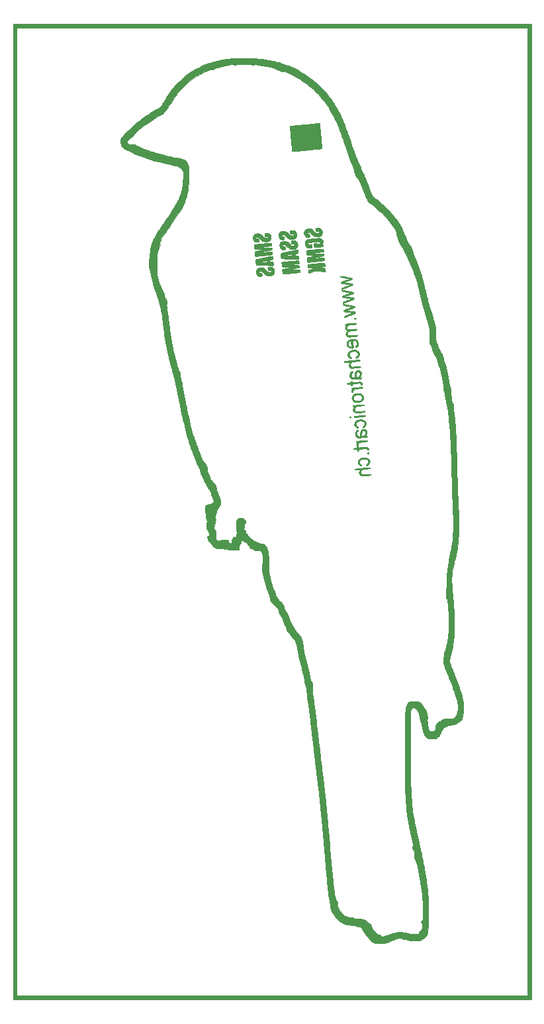
<source format=gbr>
G04 #@! TF.FileFunction,Copper,L2,Bot,Signal*
%FSLAX46Y46*%
G04 Gerber Fmt 4.6, Leading zero omitted, Abs format (unit mm)*
G04 Created by KiCad (PCBNEW 4.0.6) date Sunday, 25 February 2018 'PMt' 23:13:54*
%MOMM*%
%LPD*%
G01*
G04 APERTURE LIST*
%ADD10C,0.100000*%
%ADD11C,0.010000*%
G04 APERTURE END LIST*
D10*
D11*
G36*
X146177000Y-175387000D02*
X79883000Y-175387000D01*
X79883000Y-51159833D01*
X80327500Y-51159833D01*
X80327500Y-174879000D01*
X145690166Y-174879000D01*
X145690166Y-51159833D01*
X80327500Y-51159833D01*
X79883000Y-51159833D01*
X79883000Y-50694167D01*
X146177000Y-50694167D01*
X146177000Y-175387000D01*
X146177000Y-175387000D01*
G37*
X146177000Y-175387000D02*
X79883000Y-175387000D01*
X79883000Y-51159833D01*
X80327500Y-51159833D01*
X80327500Y-174879000D01*
X145690166Y-174879000D01*
X145690166Y-51159833D01*
X80327500Y-51159833D01*
X79883000Y-51159833D01*
X79883000Y-50694167D01*
X146177000Y-50694167D01*
X146177000Y-175387000D01*
G36*
X110038530Y-55046546D02*
X110489985Y-55060932D01*
X110921505Y-55083934D01*
X111326681Y-55115452D01*
X111699104Y-55155386D01*
X111826324Y-55172137D01*
X112035932Y-55203769D01*
X112263154Y-55242495D01*
X112502758Y-55287100D01*
X112749511Y-55336368D01*
X112998182Y-55389085D01*
X113243536Y-55444036D01*
X113480342Y-55500004D01*
X113703367Y-55555774D01*
X113907379Y-55610132D01*
X114087145Y-55661862D01*
X114237432Y-55709749D01*
X114353008Y-55752577D01*
X114384666Y-55766319D01*
X114455031Y-55794212D01*
X114551936Y-55826856D01*
X114660671Y-55859495D01*
X114733916Y-55879271D01*
X114842634Y-55912140D01*
X114981722Y-55962051D01*
X115144273Y-56025982D01*
X115323378Y-56100914D01*
X115512130Y-56183827D01*
X115703620Y-56271701D01*
X115890941Y-56361516D01*
X116067185Y-56450250D01*
X116194416Y-56517805D01*
X116380331Y-56621404D01*
X116579216Y-56735933D01*
X116784640Y-56857415D01*
X116990169Y-56981872D01*
X117189371Y-57105326D01*
X117375813Y-57223800D01*
X117543061Y-57333316D01*
X117684684Y-57429896D01*
X117775843Y-57495649D01*
X118342123Y-57942097D01*
X118873840Y-58409028D01*
X119375665Y-58901029D01*
X119852272Y-59422688D01*
X120308332Y-59978590D01*
X120319187Y-59992550D01*
X120418719Y-60122724D01*
X120524900Y-60265147D01*
X120633822Y-60414253D01*
X120741575Y-60564480D01*
X120844252Y-60710264D01*
X120937943Y-60846042D01*
X121018740Y-60966250D01*
X121082733Y-61065324D01*
X121126014Y-61137701D01*
X121133335Y-61151350D01*
X121169097Y-61218471D01*
X121218905Y-61309199D01*
X121275563Y-61410524D01*
X121320723Y-61490016D01*
X121413342Y-61656561D01*
X121512646Y-61843646D01*
X121614947Y-62043642D01*
X121716559Y-62248915D01*
X121813795Y-62451835D01*
X121902969Y-62644771D01*
X121980393Y-62820090D01*
X122042381Y-62970162D01*
X122066795Y-63034333D01*
X122101831Y-63125249D01*
X122139056Y-63214119D01*
X122170706Y-63282446D01*
X122172101Y-63285182D01*
X122204903Y-63354265D01*
X122245146Y-63446656D01*
X122288811Y-63552203D01*
X122331879Y-63660751D01*
X122370330Y-63762149D01*
X122400144Y-63846242D01*
X122417303Y-63902876D01*
X122418239Y-63906964D01*
X122429499Y-63944690D01*
X122453687Y-64016087D01*
X122488692Y-64115254D01*
X122532403Y-64236290D01*
X122582710Y-64373294D01*
X122637503Y-64520365D01*
X122639837Y-64526583D01*
X122696539Y-64680711D01*
X122762738Y-64865830D01*
X122835194Y-65072562D01*
X122910666Y-65291526D01*
X122985914Y-65513343D01*
X123057697Y-65728633D01*
X123104224Y-65870667D01*
X123162625Y-66049260D01*
X123218615Y-66218148D01*
X123270503Y-66372395D01*
X123316596Y-66507067D01*
X123355202Y-66617232D01*
X123384630Y-66697953D01*
X123403186Y-66744297D01*
X123405483Y-66749083D01*
X123438076Y-66823543D01*
X123468200Y-66909808D01*
X123476711Y-66939583D01*
X123495964Y-67001015D01*
X123529993Y-67096573D01*
X123576852Y-67221491D01*
X123634592Y-67371005D01*
X123701266Y-67540350D01*
X123774926Y-67724762D01*
X123853625Y-67919476D01*
X123935415Y-68119727D01*
X124018349Y-68320751D01*
X124100480Y-68517782D01*
X124179859Y-68706057D01*
X124254539Y-68880811D01*
X124322574Y-69037279D01*
X124382015Y-69170696D01*
X124430914Y-69276297D01*
X124437046Y-69289083D01*
X124469019Y-69355351D01*
X124514037Y-69448612D01*
X124566728Y-69557739D01*
X124621721Y-69671608D01*
X124636320Y-69701833D01*
X124695980Y-69828270D01*
X124758711Y-69966129D01*
X124817376Y-70099440D01*
X124864834Y-70212234D01*
X124868144Y-70220417D01*
X124915327Y-70337182D01*
X124971049Y-70474526D01*
X125027761Y-70613869D01*
X125070219Y-70717833D01*
X125182835Y-70996512D01*
X125290754Y-71270366D01*
X125390912Y-71531382D01*
X125480242Y-71771549D01*
X125555679Y-71982854D01*
X125569098Y-72021730D01*
X125653872Y-72247134D01*
X125743428Y-72437750D01*
X125842930Y-72601121D01*
X125957540Y-72744791D01*
X126092423Y-72876304D01*
X126228827Y-72985622D01*
X126310162Y-73048117D01*
X126413133Y-73130294D01*
X126527584Y-73223883D01*
X126643360Y-73320611D01*
X126714250Y-73381021D01*
X126878876Y-73522686D01*
X127015171Y-73640254D01*
X127126952Y-73737171D01*
X127218035Y-73816883D01*
X127292235Y-73882837D01*
X127353370Y-73938479D01*
X127405256Y-73987255D01*
X127451709Y-74032611D01*
X127496545Y-74077995D01*
X127543580Y-74126851D01*
X127564739Y-74149057D01*
X127628207Y-74212671D01*
X127706143Y-74286496D01*
X127774198Y-74347917D01*
X127830283Y-74400340D01*
X127903446Y-74473641D01*
X127988536Y-74562144D01*
X128080401Y-74660178D01*
X128173889Y-74762066D01*
X128263848Y-74862137D01*
X128345126Y-74954716D01*
X128412573Y-75034129D01*
X128461036Y-75094703D01*
X128485362Y-75130765D01*
X128485721Y-75131529D01*
X128507529Y-75170080D01*
X128522749Y-75184000D01*
X128542494Y-75199639D01*
X128581708Y-75241626D01*
X128634299Y-75302562D01*
X128694175Y-75375049D01*
X128755245Y-75451690D01*
X128811417Y-75525086D01*
X128856597Y-75587839D01*
X128862635Y-75596750D01*
X128915559Y-75670828D01*
X128980969Y-75755633D01*
X129033079Y-75819000D01*
X129086000Y-75885142D01*
X129147607Y-75968829D01*
X129213155Y-76062787D01*
X129277902Y-76159743D01*
X129337105Y-76252422D01*
X129386021Y-76333553D01*
X129419909Y-76395861D01*
X129434024Y-76432073D01*
X129434166Y-76434099D01*
X129446693Y-76470940D01*
X129478366Y-76523391D01*
X129496850Y-76548223D01*
X129533886Y-76604475D01*
X129573429Y-76679250D01*
X129609353Y-76758939D01*
X129635529Y-76829931D01*
X129645830Y-76878620D01*
X129645833Y-76879097D01*
X129655143Y-76908639D01*
X129679001Y-76961194D01*
X129698750Y-76999843D01*
X129729974Y-77073465D01*
X129748977Y-77147128D01*
X129751666Y-77176415D01*
X129765050Y-77249068D01*
X129807771Y-77333755D01*
X129828795Y-77365709D01*
X129895150Y-77474320D01*
X129966001Y-77610873D01*
X130035344Y-77762301D01*
X130097174Y-77915537D01*
X130143124Y-78049703D01*
X130180875Y-78154002D01*
X130229765Y-78262953D01*
X130279890Y-78354677D01*
X130284440Y-78361830D01*
X130330093Y-78437317D01*
X130367617Y-78508306D01*
X130389241Y-78560035D01*
X130389800Y-78561976D01*
X130411933Y-78610502D01*
X130453305Y-78677302D01*
X130505374Y-78748710D01*
X130510710Y-78755416D01*
X130560816Y-78825739D01*
X130623277Y-78925209D01*
X130692976Y-79044412D01*
X130764799Y-79173934D01*
X130833631Y-79304362D01*
X130894355Y-79426282D01*
X130941857Y-79530280D01*
X130967514Y-79596057D01*
X130989706Y-79671546D01*
X131013573Y-79767600D01*
X131033325Y-79860339D01*
X131047598Y-79930429D01*
X131063771Y-79998599D01*
X131083551Y-80069516D01*
X131108646Y-80147845D01*
X131140762Y-80238254D01*
X131181607Y-80345409D01*
X131232888Y-80473975D01*
X131296312Y-80628619D01*
X131373586Y-80814008D01*
X131440415Y-80973083D01*
X131572618Y-81295135D01*
X131698009Y-81616306D01*
X131812056Y-81924673D01*
X131910230Y-82208313D01*
X131912926Y-82216449D01*
X131977909Y-82417043D01*
X132044593Y-82630675D01*
X132111048Y-82850557D01*
X132175339Y-83069901D01*
X132235534Y-83281919D01*
X132289702Y-83479824D01*
X132335909Y-83656827D01*
X132372224Y-83806141D01*
X132393563Y-83904667D01*
X132412937Y-83992286D01*
X132434164Y-84072391D01*
X132452808Y-84128319D01*
X132453625Y-84130258D01*
X132470241Y-84180049D01*
X132491149Y-84258477D01*
X132513018Y-84352534D01*
X132524091Y-84405424D01*
X132550913Y-84524171D01*
X132585140Y-84655041D01*
X132620484Y-84774397D01*
X132629715Y-84802509D01*
X132663949Y-84912839D01*
X132696826Y-85034159D01*
X132722210Y-85143509D01*
X132725927Y-85162342D01*
X132749368Y-85273452D01*
X132784531Y-85421937D01*
X132830575Y-85604745D01*
X132886658Y-85818824D01*
X132951939Y-86061122D01*
X133025576Y-86328588D01*
X133106729Y-86618171D01*
X133194555Y-86926817D01*
X133288213Y-87251477D01*
X133386863Y-87589098D01*
X133489662Y-87936628D01*
X133505563Y-87990013D01*
X133560852Y-88175810D01*
X133620966Y-88378418D01*
X133682324Y-88585733D01*
X133741348Y-88785654D01*
X133794460Y-88966077D01*
X133827851Y-89079917D01*
X133970341Y-89566750D01*
X133971449Y-89894833D01*
X133966532Y-90135282D01*
X133949625Y-90343992D01*
X133933806Y-90455750D01*
X133907092Y-90679958D01*
X133907027Y-90871419D01*
X133933607Y-91030077D01*
X133973019Y-91131379D01*
X134003533Y-91196696D01*
X134023237Y-91251962D01*
X134027333Y-91274710D01*
X134034766Y-91310749D01*
X134054718Y-91375097D01*
X134083667Y-91456887D01*
X134101867Y-91504653D01*
X134142321Y-91613696D01*
X134179190Y-91723115D01*
X134209538Y-91823184D01*
X134230433Y-91904179D01*
X134238942Y-91956377D01*
X134239000Y-91959222D01*
X134250024Y-91986065D01*
X134279662Y-92039031D01*
X134322756Y-92109214D01*
X134352169Y-92154731D01*
X134408951Y-92247380D01*
X134462042Y-92344977D01*
X134502540Y-92430805D01*
X134512202Y-92455273D01*
X134547253Y-92532176D01*
X134599873Y-92625271D01*
X134660568Y-92718198D01*
X134681800Y-92747441D01*
X134742412Y-92830914D01*
X134786728Y-92901545D01*
X134818877Y-92970190D01*
X134842988Y-93047707D01*
X134863191Y-93144954D01*
X134883614Y-93272788D01*
X134884912Y-93281500D01*
X134912992Y-93452693D01*
X134942446Y-93591775D01*
X134976092Y-93708945D01*
X135016750Y-93814400D01*
X135053726Y-93892303D01*
X135099281Y-93994913D01*
X135146603Y-94127779D01*
X135196130Y-94292644D01*
X135248300Y-94491248D01*
X135303549Y-94725332D01*
X135362315Y-94996639D01*
X135425036Y-95306910D01*
X135477172Y-95578083D01*
X135502911Y-95712402D01*
X135528230Y-95840679D01*
X135551290Y-95953882D01*
X135570253Y-96042975D01*
X135582700Y-96096667D01*
X135597895Y-96169274D01*
X135614195Y-96268105D01*
X135629100Y-96377201D01*
X135635749Y-96435333D01*
X135653461Y-96594465D01*
X135669830Y-96717458D01*
X135686261Y-96810416D01*
X135704161Y-96879443D01*
X135724933Y-96930645D01*
X135749984Y-96970126D01*
X135762245Y-96984822D01*
X135795080Y-97028197D01*
X135818480Y-97078268D01*
X135833934Y-97142807D01*
X135842932Y-97229585D01*
X135846965Y-97346373D01*
X135847614Y-97430167D01*
X135853303Y-97643965D01*
X135868529Y-97875225D01*
X135891643Y-98104227D01*
X135920995Y-98311248D01*
X135921622Y-98314954D01*
X135936857Y-98412168D01*
X135954225Y-98534673D01*
X135971421Y-98665660D01*
X135984145Y-98770811D01*
X135997543Y-98883123D01*
X136009149Y-98962272D01*
X136021619Y-99017193D01*
X136037609Y-99056820D01*
X136059774Y-99090090D01*
X136089155Y-99124153D01*
X136130696Y-99176016D01*
X136161473Y-99231568D01*
X136183640Y-99298962D01*
X136199353Y-99386349D01*
X136210768Y-99501880D01*
X136217717Y-99610333D01*
X136228417Y-99779169D01*
X136242345Y-99963810D01*
X136258565Y-100154231D01*
X136276139Y-100340412D01*
X136294131Y-100512329D01*
X136311606Y-100659961D01*
X136324506Y-100753333D01*
X136337032Y-100843703D01*
X136350039Y-100953906D01*
X136363772Y-101086799D01*
X136378475Y-101245241D01*
X136394393Y-101432091D01*
X136411772Y-101650208D01*
X136430857Y-101902450D01*
X136451892Y-102191676D01*
X136471425Y-102467833D01*
X136485408Y-102671945D01*
X136498248Y-102869430D01*
X136510084Y-103063899D01*
X136521059Y-103258962D01*
X136531314Y-103458228D01*
X136540989Y-103665308D01*
X136550226Y-103883810D01*
X136559167Y-104117346D01*
X136567952Y-104369525D01*
X136576722Y-104643957D01*
X136585619Y-104944251D01*
X136594785Y-105274018D01*
X136604359Y-105636868D01*
X136614484Y-106036410D01*
X136620454Y-106277833D01*
X136633613Y-106794927D01*
X136647846Y-107319179D01*
X136662990Y-107845717D01*
X136678881Y-108369673D01*
X136695355Y-108886175D01*
X136712249Y-109390355D01*
X136729398Y-109877341D01*
X136746639Y-110342265D01*
X136763808Y-110780255D01*
X136780741Y-111186443D01*
X136797275Y-111555957D01*
X136799895Y-111611833D01*
X136816899Y-111976148D01*
X136831688Y-112303233D01*
X136844407Y-112598124D01*
X136855203Y-112865857D01*
X136864219Y-113111470D01*
X136871603Y-113340000D01*
X136877500Y-113556483D01*
X136882056Y-113765956D01*
X136885415Y-113973455D01*
X136887724Y-114184019D01*
X136889128Y-114402682D01*
X136889773Y-114634483D01*
X136889848Y-114723333D01*
X136887643Y-115191292D01*
X136880338Y-115622467D01*
X136867495Y-116022150D01*
X136848671Y-116395632D01*
X136823427Y-116748206D01*
X136791322Y-117085163D01*
X136751914Y-117411795D01*
X136704765Y-117733395D01*
X136649433Y-118055255D01*
X136585477Y-118382665D01*
X136584994Y-118385008D01*
X136530502Y-118636343D01*
X136479219Y-118846208D01*
X136430941Y-119015330D01*
X136385468Y-119144434D01*
X136355568Y-119210667D01*
X136336493Y-119264076D01*
X136316868Y-119346083D01*
X136299689Y-119443097D01*
X136292546Y-119496417D01*
X136281099Y-119582202D01*
X136264882Y-119683636D01*
X136243102Y-119804763D01*
X136214965Y-119949631D01*
X136179678Y-120122287D01*
X136136447Y-120326777D01*
X136084479Y-120567148D01*
X136066379Y-120650000D01*
X136049528Y-120731035D01*
X136036299Y-120806734D01*
X136026097Y-120884482D01*
X136018324Y-120971668D01*
X136012382Y-121075678D01*
X136007674Y-121203899D01*
X136003603Y-121363718D01*
X136001807Y-121448544D01*
X135998567Y-121671144D01*
X135998309Y-121886694D01*
X136001329Y-122100426D01*
X136007922Y-122317572D01*
X136018385Y-122543363D01*
X136033014Y-122783031D01*
X136052103Y-123041807D01*
X136075950Y-123324924D01*
X136104850Y-123637613D01*
X136139099Y-123985105D01*
X136152959Y-124121333D01*
X136186524Y-124471786D01*
X136217090Y-124836708D01*
X136244505Y-125211589D01*
X136268618Y-125591917D01*
X136289279Y-125973179D01*
X136306336Y-126350865D01*
X136319638Y-126720463D01*
X136329034Y-127077462D01*
X136334372Y-127417349D01*
X136335502Y-127735612D01*
X136332272Y-128027742D01*
X136324532Y-128289224D01*
X136312130Y-128515549D01*
X136303657Y-128619250D01*
X136290151Y-128769900D01*
X136275872Y-128939311D01*
X136262402Y-129108123D01*
X136251323Y-129256976D01*
X136250010Y-129275742D01*
X136230494Y-129472811D01*
X136197156Y-129705396D01*
X136150838Y-129969304D01*
X136092388Y-130260339D01*
X136022648Y-130574308D01*
X135942464Y-130907016D01*
X135852680Y-131254269D01*
X135848151Y-131271204D01*
X135802318Y-131470675D01*
X135768792Y-131676437D01*
X135748171Y-131879549D01*
X135741048Y-132071066D01*
X135748021Y-132242045D01*
X135769684Y-132383544D01*
X135773139Y-132397500D01*
X135799229Y-132486409D01*
X135839639Y-132608866D01*
X135892317Y-132759381D01*
X135955212Y-132932462D01*
X136026272Y-133122617D01*
X136103445Y-133324356D01*
X136184681Y-133532188D01*
X136267928Y-133740621D01*
X136349023Y-133939061D01*
X136537832Y-134401298D01*
X136707098Y-134828339D01*
X136857496Y-135222180D01*
X136989699Y-135584819D01*
X137104382Y-135918252D01*
X137202221Y-136224477D01*
X137283890Y-136505489D01*
X137350063Y-136763287D01*
X137401415Y-136999867D01*
X137422909Y-137117667D01*
X137456880Y-137369255D01*
X137478438Y-137643144D01*
X137487875Y-137930607D01*
X137485481Y-138222919D01*
X137471548Y-138511354D01*
X137446367Y-138787188D01*
X137410229Y-139041694D01*
X137363426Y-139266148D01*
X137349451Y-139318849D01*
X137292026Y-139491415D01*
X137225156Y-139626466D01*
X137145470Y-139728385D01*
X137049594Y-139801552D01*
X136942291Y-139847843D01*
X136880160Y-139878282D01*
X136831829Y-139920158D01*
X136826840Y-139927027D01*
X136782961Y-139971775D01*
X136723005Y-140009070D01*
X136716465Y-140011912D01*
X136657796Y-140040138D01*
X136612644Y-140068607D01*
X136608615Y-140071967D01*
X136575682Y-140094491D01*
X136525522Y-140117184D01*
X136453782Y-140141272D01*
X136356111Y-140167986D01*
X136228159Y-140198554D01*
X136065574Y-140234203D01*
X135942916Y-140259926D01*
X135802418Y-140289995D01*
X135668094Y-140320534D01*
X135548346Y-140349497D01*
X135451576Y-140374837D01*
X135386185Y-140394508D01*
X135377242Y-140397721D01*
X135217837Y-140478002D01*
X135054762Y-140599593D01*
X134889013Y-140761727D01*
X134857822Y-140796463D01*
X134776286Y-140890058D01*
X134718387Y-140960709D01*
X134679156Y-141016680D01*
X134653622Y-141066234D01*
X134636817Y-141117631D01*
X134623771Y-141179137D01*
X134622064Y-141188459D01*
X134592474Y-141293946D01*
X134542856Y-141409745D01*
X134478983Y-141526813D01*
X134406630Y-141636105D01*
X134331570Y-141728579D01*
X134259575Y-141795192D01*
X134219244Y-141819435D01*
X134170770Y-141849658D01*
X134142819Y-141883268D01*
X134142249Y-141884894D01*
X134118146Y-141920545D01*
X134073482Y-141961860D01*
X134063123Y-141969575D01*
X134036523Y-141986801D01*
X134007540Y-141999543D01*
X133969355Y-142008634D01*
X133915149Y-142014905D01*
X133838102Y-142019186D01*
X133731396Y-142022310D01*
X133610984Y-142024699D01*
X133419969Y-142025825D01*
X133263961Y-142020282D01*
X133135899Y-142006119D01*
X133028720Y-141981385D01*
X132935363Y-141944130D01*
X132848765Y-141892404D01*
X132761864Y-141824256D01*
X132707002Y-141775008D01*
X132616390Y-141679490D01*
X132529772Y-141568182D01*
X132457168Y-141455141D01*
X132410129Y-141358504D01*
X132375867Y-141256471D01*
X132337100Y-141119815D01*
X132295641Y-140955774D01*
X132253302Y-140771586D01*
X132211894Y-140574488D01*
X132204263Y-140536083D01*
X132167537Y-140350887D01*
X132137303Y-140202223D01*
X132112313Y-140085005D01*
X132091318Y-139994146D01*
X132073071Y-139924559D01*
X132056323Y-139871156D01*
X132039826Y-139828852D01*
X132022332Y-139792558D01*
X132021404Y-139790801D01*
X131992654Y-139725778D01*
X131975909Y-139667040D01*
X131974166Y-139649812D01*
X131967866Y-139602795D01*
X131951461Y-139532179D01*
X131931709Y-139463761D01*
X131909256Y-139381027D01*
X131885491Y-139274460D01*
X131876824Y-139228489D01*
X132514136Y-139228489D01*
X132524500Y-139255500D01*
X132550750Y-139287842D01*
X132576278Y-139298233D01*
X132587996Y-139281439D01*
X132588000Y-139280900D01*
X132572626Y-139250125D01*
X132540590Y-139221166D01*
X132519521Y-139213167D01*
X132514136Y-139228489D01*
X131876824Y-139228489D01*
X131864332Y-139162236D01*
X131857184Y-139117917D01*
X131836723Y-139001848D01*
X131811658Y-138888462D01*
X131784360Y-138786085D01*
X131757204Y-138703039D01*
X131732561Y-138647650D01*
X131718043Y-138629771D01*
X131698719Y-138605591D01*
X131668075Y-138554731D01*
X131636269Y-138495023D01*
X131553868Y-138359736D01*
X131454628Y-138241828D01*
X131346583Y-138149477D01*
X131240025Y-138091695D01*
X131169591Y-138066887D01*
X131110940Y-138048931D01*
X131084389Y-138042967D01*
X131051522Y-138056522D01*
X131002114Y-138097270D01*
X130943210Y-138157250D01*
X130881857Y-138228503D01*
X130825099Y-138303067D01*
X130779983Y-138372981D01*
X130762783Y-138406347D01*
X130745118Y-138454423D01*
X130731266Y-138515473D01*
X130720196Y-138596959D01*
X130710877Y-138706346D01*
X130702846Y-138840264D01*
X130698363Y-138951874D01*
X130694547Y-139102352D01*
X130691379Y-139289137D01*
X130688836Y-139509672D01*
X130686896Y-139761398D01*
X130685539Y-140041756D01*
X130684742Y-140348187D01*
X130684485Y-140678133D01*
X130684745Y-141029035D01*
X130685502Y-141398335D01*
X130686734Y-141783473D01*
X130688418Y-142181892D01*
X130690535Y-142591032D01*
X130693061Y-143008334D01*
X130695977Y-143431241D01*
X130699259Y-143857194D01*
X130702888Y-144283633D01*
X130706841Y-144708000D01*
X130711096Y-145127737D01*
X130715633Y-145540284D01*
X130720429Y-145943084D01*
X130725464Y-146333577D01*
X130730715Y-146709205D01*
X130736162Y-147067409D01*
X130741783Y-147405631D01*
X130747555Y-147721311D01*
X130753459Y-148011892D01*
X130759471Y-148274814D01*
X130765572Y-148507519D01*
X130771739Y-148707449D01*
X130777950Y-148872044D01*
X130784185Y-148998745D01*
X130788772Y-149066250D01*
X130795772Y-149155516D01*
X130805022Y-149278587D01*
X130815908Y-149427030D01*
X130827820Y-149592416D01*
X130840144Y-149766311D01*
X130852268Y-149940284D01*
X130852570Y-149944667D01*
X130871765Y-150208973D01*
X130892080Y-150458009D01*
X130914213Y-150696243D01*
X130938863Y-150928142D01*
X130966730Y-151158174D01*
X130998511Y-151390806D01*
X131034907Y-151630505D01*
X131076616Y-151881740D01*
X131124336Y-152148978D01*
X131178768Y-152436686D01*
X131240609Y-152749332D01*
X131310558Y-153091384D01*
X131389315Y-153467308D01*
X131443635Y-153722917D01*
X131467155Y-153835584D01*
X131492022Y-153958643D01*
X131513407Y-154068135D01*
X131516175Y-154082750D01*
X131529561Y-154148422D01*
X131551189Y-154247973D01*
X131579411Y-154374117D01*
X131612580Y-154519570D01*
X131649049Y-154677048D01*
X131687170Y-154839265D01*
X131688469Y-154844750D01*
X131729658Y-155020773D01*
X131771820Y-155204854D01*
X131812672Y-155386745D01*
X131849932Y-155556199D01*
X131881316Y-155702968D01*
X131900676Y-155797250D01*
X131925981Y-155923179D01*
X131950134Y-156041732D01*
X131971227Y-156143659D01*
X131987350Y-156219708D01*
X131994597Y-156252333D01*
X132051675Y-156502994D01*
X132111493Y-156774859D01*
X132172678Y-157061064D01*
X132233852Y-157354745D01*
X132293640Y-157649037D01*
X132350668Y-157937075D01*
X132403560Y-158211996D01*
X132450940Y-158466933D01*
X132491432Y-158695024D01*
X132523663Y-158889403D01*
X132526106Y-158904975D01*
X132548642Y-159042145D01*
X132572530Y-159175057D01*
X132595888Y-159294088D01*
X132616835Y-159389615D01*
X132632246Y-159448100D01*
X132652520Y-159529809D01*
X132672036Y-159637013D01*
X132687971Y-159752923D01*
X132694577Y-159818917D01*
X132706180Y-159937581D01*
X132722567Y-160078564D01*
X132741368Y-160222460D01*
X132756600Y-160326917D01*
X132772946Y-160439417D01*
X132786429Y-160545465D01*
X132795704Y-160633516D01*
X132799425Y-160692028D01*
X132799442Y-160694278D01*
X132805209Y-160769311D01*
X132819675Y-160858620D01*
X132830363Y-160905945D01*
X132845118Y-160978316D01*
X132862036Y-161086631D01*
X132880415Y-161224597D01*
X132899552Y-161385922D01*
X132918746Y-161564312D01*
X132937292Y-161753476D01*
X132954488Y-161947120D01*
X132969631Y-162138953D01*
X132972526Y-162179000D01*
X132977876Y-162278532D01*
X132982642Y-162415358D01*
X132986823Y-162585108D01*
X132990420Y-162783416D01*
X132993431Y-163005912D01*
X132995857Y-163248230D01*
X132997698Y-163506000D01*
X132998953Y-163774856D01*
X132999622Y-164050429D01*
X132999704Y-164328351D01*
X132999200Y-164604253D01*
X132998110Y-164873769D01*
X132996432Y-165132530D01*
X132994168Y-165376168D01*
X132991315Y-165600315D01*
X132987875Y-165800603D01*
X132983847Y-165972665D01*
X132979231Y-166112131D01*
X132974027Y-166214634D01*
X132972754Y-166232417D01*
X132950657Y-166480946D01*
X132925776Y-166688742D01*
X132897861Y-166857327D01*
X132866661Y-166988224D01*
X132833740Y-167079083D01*
X132756161Y-167215962D01*
X132652083Y-167344666D01*
X132517855Y-167468460D01*
X132349826Y-167590610D01*
X132144346Y-167714381D01*
X132090583Y-167743865D01*
X131857750Y-167869532D01*
X131233333Y-167851027D01*
X131040564Y-167844968D01*
X130884684Y-167839059D01*
X130760257Y-167832756D01*
X130661844Y-167825517D01*
X130584006Y-167816802D01*
X130521307Y-167806068D01*
X130468308Y-167792772D01*
X130419571Y-167776374D01*
X130397250Y-167767705D01*
X130358094Y-167755282D01*
X130284844Y-167735066D01*
X130184628Y-167708906D01*
X130064573Y-167678652D01*
X129931806Y-167646151D01*
X129889250Y-167635925D01*
X129710678Y-167593956D01*
X129565508Y-167562628D01*
X129446186Y-167541873D01*
X129345157Y-167531624D01*
X129254866Y-167531815D01*
X129167759Y-167542377D01*
X129076281Y-167563245D01*
X128972878Y-167594350D01*
X128875448Y-167626916D01*
X128738850Y-167675645D01*
X128586552Y-167733363D01*
X128437471Y-167792726D01*
X128314532Y-167844627D01*
X128095840Y-167938772D01*
X127906879Y-168014844D01*
X127740072Y-168074772D01*
X127587844Y-168120492D01*
X127442617Y-168153933D01*
X127296814Y-168177029D01*
X127142861Y-168191712D01*
X126973179Y-168199914D01*
X126915333Y-168201462D01*
X126787893Y-168202927D01*
X126662512Y-168201842D01*
X126551204Y-168198480D01*
X126465984Y-168193111D01*
X126444578Y-168190813D01*
X126262702Y-168154148D01*
X126080579Y-168092596D01*
X125905705Y-168010564D01*
X125745577Y-167912461D01*
X125607692Y-167802694D01*
X125499548Y-167685669D01*
X125446836Y-167604223D01*
X125416240Y-167562369D01*
X125363204Y-167504364D01*
X125297861Y-167441096D01*
X125280460Y-167425442D01*
X125219894Y-167363464D01*
X125143014Y-167272055D01*
X125054870Y-167158332D01*
X124960511Y-167029412D01*
X124864987Y-166892412D01*
X124773347Y-166754449D01*
X124690641Y-166622639D01*
X124621919Y-166504100D01*
X124606701Y-166475833D01*
X124530130Y-166352927D01*
X124439782Y-166243523D01*
X124343757Y-166155872D01*
X124250152Y-166098226D01*
X124227166Y-166089156D01*
X124040155Y-166028305D01*
X123876752Y-165982797D01*
X123722584Y-165949280D01*
X123563276Y-165924400D01*
X123476557Y-165914081D01*
X123207262Y-165883118D01*
X122975329Y-165852526D01*
X122775823Y-165821019D01*
X122603805Y-165787316D01*
X122454337Y-165750131D01*
X122322481Y-165708182D01*
X122203301Y-165660183D01*
X122091859Y-165604850D01*
X121983216Y-165540901D01*
X121943850Y-165515530D01*
X121869677Y-165469552D01*
X121802332Y-165432670D01*
X121754742Y-165411884D01*
X121749868Y-165410529D01*
X121716726Y-165392025D01*
X121659870Y-165349137D01*
X121585751Y-165287182D01*
X121500823Y-165211475D01*
X121444484Y-165158933D01*
X121323664Y-165040696D01*
X121227151Y-164937032D01*
X121145506Y-164836951D01*
X121069291Y-164729462D01*
X121048478Y-164697833D01*
X120992162Y-164611828D01*
X120943448Y-164538752D01*
X120907313Y-164485982D01*
X120888735Y-164460893D01*
X120888195Y-164460338D01*
X120863430Y-164438519D01*
X120819000Y-164400744D01*
X120794648Y-164380327D01*
X120735200Y-164312242D01*
X120685809Y-164222896D01*
X120655410Y-164130679D01*
X120650000Y-164082606D01*
X120641383Y-164046057D01*
X120618773Y-163984757D01*
X120587030Y-163911858D01*
X120586433Y-163910581D01*
X120554105Y-163832003D01*
X120529213Y-163746451D01*
X120508911Y-163642028D01*
X120490894Y-163511329D01*
X120477749Y-163413499D01*
X120458457Y-163283914D01*
X120434592Y-163132439D01*
X120407727Y-162968943D01*
X120379434Y-162803294D01*
X120364532Y-162718750D01*
X120305026Y-162376877D01*
X120253292Y-162062377D01*
X120209627Y-161777418D01*
X120174324Y-161524168D01*
X120147681Y-161304793D01*
X120129992Y-161121462D01*
X120121553Y-160976341D01*
X120120833Y-160930902D01*
X120114930Y-160845681D01*
X120099970Y-160761871D01*
X120090637Y-160729791D01*
X120078608Y-160676599D01*
X120066323Y-160587184D01*
X120054422Y-160467649D01*
X120043543Y-160324093D01*
X120037339Y-160221083D01*
X120029960Y-160102787D01*
X120018995Y-159950037D01*
X120005071Y-159770502D01*
X119988818Y-159571849D01*
X119970865Y-159361749D01*
X119951840Y-159147868D01*
X119932372Y-158937877D01*
X119930610Y-158919333D01*
X119911738Y-158717557D01*
X119890295Y-158482174D01*
X119867031Y-158221781D01*
X119842698Y-157944973D01*
X119818044Y-157660347D01*
X119793821Y-157376500D01*
X119770778Y-157102026D01*
X119750485Y-156855583D01*
X119730558Y-156611676D01*
X119709958Y-156361132D01*
X119689251Y-156110728D01*
X119669002Y-155867240D01*
X119649777Y-155637445D01*
X119632142Y-155428118D01*
X119616662Y-155246038D01*
X119603902Y-155097979D01*
X119601660Y-155072292D01*
X119584387Y-154874932D01*
X119564739Y-154650476D01*
X119544037Y-154414001D01*
X119523599Y-154180582D01*
X119504747Y-153965295D01*
X119496032Y-153865792D01*
X119479301Y-153679832D01*
X119459186Y-153464424D01*
X119436912Y-153232203D01*
X119413706Y-152995800D01*
X119390793Y-152767850D01*
X119369401Y-152560987D01*
X119369166Y-152558750D01*
X119351363Y-152386629D01*
X119330617Y-152180830D01*
X119307753Y-151949841D01*
X119283595Y-151702150D01*
X119258967Y-151446243D01*
X119234696Y-151190608D01*
X119211604Y-150943733D01*
X119199498Y-150812500D01*
X119171525Y-150509367D01*
X119146401Y-150241700D01*
X119123415Y-150002780D01*
X119101853Y-149785891D01*
X119081002Y-149584314D01*
X119060149Y-149391333D01*
X119038581Y-149200228D01*
X119015586Y-149004283D01*
X118990450Y-148796780D01*
X118962461Y-148571001D01*
X118956889Y-148526500D01*
X118934374Y-148343778D01*
X118909405Y-148135907D01*
X118883963Y-147919719D01*
X118860030Y-147712047D01*
X118839799Y-147531667D01*
X118825919Y-147407777D01*
X118807465Y-147246574D01*
X118784998Y-147052764D01*
X118759081Y-146831054D01*
X118730276Y-146586150D01*
X118699145Y-146322759D01*
X118666250Y-146045589D01*
X118632153Y-145759345D01*
X118597416Y-145468735D01*
X118562601Y-145178466D01*
X118528271Y-144893243D01*
X118494987Y-144617775D01*
X118463311Y-144356767D01*
X118433805Y-144114927D01*
X118407032Y-143896961D01*
X118383553Y-143707576D01*
X118374723Y-143637000D01*
X118356848Y-143492108D01*
X118335224Y-143312702D01*
X118310736Y-143106350D01*
X118284266Y-142880617D01*
X118256700Y-142643069D01*
X118228921Y-142401272D01*
X118201813Y-142162793D01*
X118184302Y-142007167D01*
X118160610Y-141797010D01*
X118137699Y-141596394D01*
X118116113Y-141409901D01*
X118096396Y-141242113D01*
X118079091Y-141097611D01*
X118064742Y-140980978D01*
X118053892Y-140896795D01*
X118047086Y-140849645D01*
X118046644Y-140847116D01*
X118040038Y-140802794D01*
X118029330Y-140721289D01*
X118015110Y-140607493D01*
X117997966Y-140466296D01*
X117978488Y-140302588D01*
X117957266Y-140121260D01*
X117934888Y-139927202D01*
X117919120Y-139788783D01*
X117886407Y-139501896D01*
X117857033Y-139248790D01*
X117829924Y-139021142D01*
X117804006Y-138810629D01*
X117778203Y-138608930D01*
X117751442Y-138407722D01*
X117722647Y-138198682D01*
X117690744Y-137973489D01*
X117654658Y-137723819D01*
X117635693Y-137593917D01*
X117599101Y-137340510D01*
X117568450Y-137119840D01*
X117542656Y-136922894D01*
X117520637Y-136740662D01*
X117501312Y-136564132D01*
X117483598Y-136384294D01*
X117466413Y-136192136D01*
X117464109Y-136165167D01*
X117447218Y-135974099D01*
X117431693Y-135818312D01*
X117416434Y-135690823D01*
X117400341Y-135584650D01*
X117382313Y-135492812D01*
X117361250Y-135408327D01*
X117336049Y-135324214D01*
X117327295Y-135297333D01*
X117264631Y-135081843D01*
X117207675Y-134833787D01*
X117158576Y-134562786D01*
X117148503Y-134497433D01*
X117127811Y-134376281D01*
X117100928Y-134242931D01*
X117072622Y-134120481D01*
X117063317Y-134084683D01*
X117043072Y-134005720D01*
X117016109Y-133894564D01*
X116984581Y-133760417D01*
X116950640Y-133612480D01*
X116916438Y-133459954D01*
X116903866Y-133402917D01*
X116856835Y-133193105D01*
X116800296Y-132948857D01*
X116735801Y-132676599D01*
X116664902Y-132382756D01*
X116589153Y-132073756D01*
X116510106Y-131756024D01*
X116429313Y-131435986D01*
X116415437Y-131381500D01*
X116375236Y-131222830D01*
X116344296Y-131096878D01*
X116321112Y-130995419D01*
X116304178Y-130910229D01*
X116291989Y-130833084D01*
X116283040Y-130755761D01*
X116275825Y-130670034D01*
X116270151Y-130587750D01*
X116261434Y-130472586D01*
X116250661Y-130385059D01*
X116234505Y-130310493D01*
X116209639Y-130234212D01*
X116172737Y-130141537D01*
X116164602Y-130122083D01*
X116122918Y-130015518D01*
X116084425Y-129904313D01*
X116054799Y-129805431D01*
X116044450Y-129762963D01*
X116021010Y-129671114D01*
X115989230Y-129585232D01*
X115945304Y-129499466D01*
X115885420Y-129407966D01*
X115805772Y-129304881D01*
X115702550Y-129184361D01*
X115579411Y-129048634D01*
X115473585Y-128925339D01*
X115372890Y-128788675D01*
X115271175Y-128629664D01*
X115163526Y-128441581D01*
X115120671Y-128389421D01*
X115077257Y-128375833D01*
X115014888Y-128356029D01*
X114961164Y-128301617D01*
X114920367Y-128220095D01*
X114896778Y-128118964D01*
X114892666Y-128052501D01*
X114871929Y-127930066D01*
X114810343Y-127803113D01*
X114759161Y-127731882D01*
X114691042Y-127642441D01*
X114644271Y-127566799D01*
X114610595Y-127488491D01*
X114581761Y-127391052D01*
X114575031Y-127364545D01*
X114548412Y-127264360D01*
X114518102Y-127160101D01*
X114491232Y-127076061D01*
X114468423Y-127005192D01*
X114452811Y-126947780D01*
X114448166Y-126920579D01*
X114436804Y-126882584D01*
X114409481Y-126833978D01*
X114409451Y-126833934D01*
X114381946Y-126786277D01*
X114346453Y-126714432D01*
X114310470Y-126633611D01*
X114309120Y-126630390D01*
X114274027Y-126557470D01*
X114221193Y-126461257D01*
X114157174Y-126353124D01*
X114088530Y-126244442D01*
X114072791Y-126220583D01*
X113979502Y-126073931D01*
X113911997Y-125951211D01*
X113867292Y-125845297D01*
X113842403Y-125749064D01*
X113834347Y-125655385D01*
X113834333Y-125651024D01*
X113826728Y-125576717D01*
X113807885Y-125508860D01*
X113802245Y-125496513D01*
X113764657Y-125437445D01*
X113703805Y-125356971D01*
X113626733Y-125263235D01*
X113540489Y-125164384D01*
X113452118Y-125068563D01*
X113368666Y-124983918D01*
X113317596Y-124936250D01*
X113222388Y-124850046D01*
X113134498Y-124766484D01*
X113041592Y-124673564D01*
X112947700Y-124576417D01*
X112897213Y-124516614D01*
X112857768Y-124450678D01*
X112825174Y-124368780D01*
X112795242Y-124261088D01*
X112774894Y-124171034D01*
X112740920Y-124017948D01*
X112709668Y-123893958D01*
X112677078Y-123786372D01*
X112639091Y-123682499D01*
X112591646Y-123569648D01*
X112559798Y-123498602D01*
X112480274Y-123309272D01*
X112398284Y-123087391D01*
X112316866Y-122842382D01*
X112239058Y-122583668D01*
X112167898Y-122320672D01*
X112129347Y-122163417D01*
X112095277Y-122023104D01*
X112059192Y-121882599D01*
X112023996Y-121752665D01*
X111992592Y-121644069D01*
X111970903Y-121576150D01*
X111939846Y-121472405D01*
X111907596Y-121339863D01*
X111875030Y-121184724D01*
X111843029Y-121013190D01*
X111812471Y-120831462D01*
X111784235Y-120645744D01*
X111759201Y-120462235D01*
X111738247Y-120287138D01*
X111722253Y-120126655D01*
X111712098Y-119986986D01*
X111708661Y-119874334D01*
X111712821Y-119794901D01*
X111715923Y-119777411D01*
X111738648Y-119714007D01*
X111776686Y-119638717D01*
X111802113Y-119597495D01*
X111870094Y-119496417D01*
X111858877Y-119051917D01*
X111847661Y-118607417D01*
X111761096Y-118395750D01*
X111716497Y-118293929D01*
X111667606Y-118193809D01*
X111621844Y-118110146D01*
X111599910Y-118075339D01*
X111525290Y-117966594D01*
X111161103Y-117957883D01*
X111011431Y-117953304D01*
X110897270Y-117946594D01*
X110811803Y-117936123D01*
X110748211Y-117920256D01*
X110699676Y-117897363D01*
X110659379Y-117865811D01*
X110625349Y-117829623D01*
X110569786Y-117788644D01*
X110480869Y-117758874D01*
X110452912Y-117752887D01*
X110370149Y-117730943D01*
X110293188Y-117701235D01*
X110254803Y-117680396D01*
X110212059Y-117640042D01*
X110157329Y-117572458D01*
X110097589Y-117488262D01*
X110039816Y-117398073D01*
X109990984Y-117312509D01*
X109958071Y-117242188D01*
X109949772Y-117216103D01*
X109925846Y-117169373D01*
X109879185Y-117113113D01*
X109820865Y-117057562D01*
X109761962Y-117012957D01*
X109713550Y-116989535D01*
X109703173Y-116988166D01*
X109617842Y-116968959D01*
X109521375Y-116913149D01*
X109418322Y-116823449D01*
X109406130Y-116810955D01*
X109303188Y-116719110D01*
X109208025Y-116665260D01*
X109199659Y-116662260D01*
X109143412Y-116644293D01*
X109107309Y-116634898D01*
X109100847Y-116634597D01*
X109096194Y-116656065D01*
X109087559Y-116709571D01*
X109076504Y-116785185D01*
X109071922Y-116818180D01*
X109045967Y-116966792D01*
X109012199Y-117079336D01*
X108967498Y-117161818D01*
X108908740Y-117220245D01*
X108844291Y-117255955D01*
X108775499Y-117285068D01*
X108775500Y-117567645D01*
X108775500Y-117850222D01*
X108410375Y-117863313D01*
X108270834Y-117868719D01*
X108127803Y-117874955D01*
X107994316Y-117881409D01*
X107883404Y-117887465D01*
X107839397Y-117890226D01*
X107661180Y-117894005D01*
X107504583Y-117877108D01*
X107352693Y-117836388D01*
X107190361Y-117769523D01*
X107112260Y-117733385D01*
X107050157Y-117705230D01*
X107012894Y-117689038D01*
X107006259Y-117686667D01*
X107001502Y-117705754D01*
X106996303Y-117754784D01*
X106993314Y-117797792D01*
X106986916Y-117908917D01*
X106926161Y-117792500D01*
X106893477Y-117730571D01*
X106869164Y-117685807D01*
X106859415Y-117669309D01*
X106837840Y-117671715D01*
X106786717Y-117684424D01*
X106716793Y-117704742D01*
X106711565Y-117706351D01*
X106547468Y-117740120D01*
X106362376Y-117749961D01*
X106169469Y-117736925D01*
X105981927Y-117702068D01*
X105812932Y-117646442D01*
X105780416Y-117631930D01*
X105644683Y-117550745D01*
X105507119Y-117437515D01*
X105376391Y-117301206D01*
X105261169Y-117150784D01*
X105175775Y-117006578D01*
X105133611Y-116932085D01*
X105098699Y-116892587D01*
X105069977Y-116882333D01*
X104996288Y-116865010D01*
X104924810Y-116821095D01*
X104874968Y-116762673D01*
X104873730Y-116760267D01*
X104853452Y-116709058D01*
X104829903Y-116634144D01*
X104811473Y-116564833D01*
X104778524Y-116415931D01*
X104761429Y-116301417D01*
X104761057Y-116216088D01*
X104778275Y-116154739D01*
X104813955Y-116112168D01*
X104868964Y-116083170D01*
X104893239Y-116075177D01*
X104950546Y-116055715D01*
X104977824Y-116033882D01*
X104986150Y-115997175D01*
X104986666Y-115969706D01*
X104974992Y-115899434D01*
X104945163Y-115820849D01*
X104934004Y-115799702D01*
X104901884Y-115728724D01*
X104882553Y-115657629D01*
X104880159Y-115633500D01*
X104868642Y-115543880D01*
X104840700Y-115457926D01*
X104802095Y-115390559D01*
X104776670Y-115365588D01*
X104733930Y-115325527D01*
X104701101Y-115268781D01*
X104676087Y-115188811D01*
X104656791Y-115079080D01*
X104642319Y-114946562D01*
X104632723Y-114827709D01*
X104629023Y-114738146D01*
X104631577Y-114665192D01*
X104640743Y-114596170D01*
X104654065Y-114530839D01*
X104672974Y-114432953D01*
X104687847Y-114331405D01*
X104695044Y-114254108D01*
X104695738Y-114179989D01*
X104685933Y-114131564D01*
X104661360Y-114092654D01*
X104648716Y-114078541D01*
X104627530Y-114053152D01*
X104612335Y-114024281D01*
X104601577Y-113983955D01*
X104593703Y-113924200D01*
X104587158Y-113837043D01*
X104581343Y-113732849D01*
X104564658Y-113524438D01*
X104537152Y-113344512D01*
X104512191Y-113235066D01*
X104485927Y-113116714D01*
X104463351Y-112982281D01*
X104445527Y-112842341D01*
X104433514Y-112707470D01*
X104428376Y-112588240D01*
X104431173Y-112495226D01*
X104435006Y-112466325D01*
X104457051Y-112381216D01*
X104493048Y-112313809D01*
X104552559Y-112248514D01*
X104587857Y-112217120D01*
X104667849Y-112159342D01*
X104763788Y-112111808D01*
X104883639Y-112071463D01*
X105035367Y-112035251D01*
X105090614Y-112024293D01*
X105186039Y-112004909D01*
X105252802Y-111986358D01*
X105304022Y-111962670D01*
X105352819Y-111927872D01*
X105408114Y-111879777D01*
X105484996Y-111809551D01*
X105534065Y-111759191D01*
X105559220Y-111720514D01*
X105564355Y-111685337D01*
X105553368Y-111645477D01*
X105537301Y-111608488D01*
X105511942Y-111543567D01*
X105496883Y-111487604D01*
X105495131Y-111471624D01*
X105484792Y-111427019D01*
X105459105Y-111365160D01*
X105442968Y-111334041D01*
X105405245Y-111252542D01*
X105374364Y-111162512D01*
X105368146Y-111137978D01*
X105328849Y-110996628D01*
X105270096Y-110830329D01*
X105196386Y-110649037D01*
X105112219Y-110462707D01*
X105022095Y-110281294D01*
X104930513Y-110114752D01*
X104841971Y-109973036D01*
X104840899Y-109971457D01*
X104788254Y-109892495D01*
X104745924Y-109825971D01*
X104718851Y-109779851D01*
X104711500Y-109762980D01*
X104699341Y-109736841D01*
X104668488Y-109691310D01*
X104648624Y-109665288D01*
X104617199Y-109617765D01*
X104572223Y-109539349D01*
X104517535Y-109437745D01*
X104456971Y-109320656D01*
X104394368Y-109195788D01*
X104333564Y-109070846D01*
X104278396Y-108953533D01*
X104232701Y-108851555D01*
X104200316Y-108772616D01*
X104191105Y-108746654D01*
X104165741Y-108678588D01*
X104139776Y-108624070D01*
X104127212Y-108605069D01*
X104100751Y-108564307D01*
X104063508Y-108493641D01*
X104019832Y-108402704D01*
X103974073Y-108301129D01*
X103930581Y-108198547D01*
X103893708Y-108104591D01*
X103869449Y-108034311D01*
X103843769Y-107934844D01*
X103821975Y-107822418D01*
X103811868Y-107748561D01*
X103795926Y-107641084D01*
X103768703Y-107544849D01*
X103725391Y-107448575D01*
X103661180Y-107340978D01*
X103599610Y-107250592D01*
X103514656Y-107113519D01*
X103429700Y-106946088D01*
X103350101Y-106759933D01*
X103281213Y-106566690D01*
X103273561Y-106542417D01*
X103253655Y-106484185D01*
X103220815Y-106394846D01*
X103178120Y-106282480D01*
X103128650Y-106155168D01*
X103075485Y-106020989D01*
X103062475Y-105988558D01*
X103010888Y-105858581D01*
X102964239Y-105737840D01*
X102925104Y-105633256D01*
X102896056Y-105551752D01*
X102879668Y-105500247D01*
X102877502Y-105491141D01*
X102860554Y-105432518D01*
X102838216Y-105389344D01*
X102837797Y-105388833D01*
X102817916Y-105352384D01*
X102787249Y-105279529D01*
X102747196Y-105174404D01*
X102699155Y-105041145D01*
X102644528Y-104883886D01*
X102584713Y-104706763D01*
X102521111Y-104513912D01*
X102455121Y-104309469D01*
X102388144Y-104097569D01*
X102321578Y-103882348D01*
X102268222Y-103706083D01*
X102195977Y-103464506D01*
X102134781Y-103258653D01*
X102083374Y-103083745D01*
X102040495Y-102935001D01*
X102004884Y-102807641D01*
X101975282Y-102696886D01*
X101950427Y-102597956D01*
X101929060Y-102506071D01*
X101909920Y-102416450D01*
X101891748Y-102324314D01*
X101873283Y-102224883D01*
X101863648Y-102171500D01*
X101834088Y-102008941D01*
X101809729Y-101881576D01*
X101788918Y-101782822D01*
X101770000Y-101706099D01*
X101751322Y-101644824D01*
X101731230Y-101592417D01*
X101708071Y-101542295D01*
X101702983Y-101532081D01*
X101684732Y-101483318D01*
X101659364Y-101397005D01*
X101627768Y-101277160D01*
X101590831Y-101127804D01*
X101549441Y-100952954D01*
X101504485Y-100756631D01*
X101456850Y-100542853D01*
X101407424Y-100315639D01*
X101357095Y-100079010D01*
X101306750Y-99836984D01*
X101257276Y-99593580D01*
X101209562Y-99352818D01*
X101164494Y-99118717D01*
X101133743Y-98954167D01*
X101102103Y-98784852D01*
X101071465Y-98625468D01*
X101042988Y-98481699D01*
X101017829Y-98359227D01*
X100997146Y-98263737D01*
X100982096Y-98200911D01*
X100976371Y-98181583D01*
X100963620Y-98135330D01*
X100945685Y-98054988D01*
X100924107Y-97948262D01*
X100900431Y-97822858D01*
X100876200Y-97686483D01*
X100870379Y-97652417D01*
X100844076Y-97501539D01*
X100815945Y-97347525D01*
X100788107Y-97201504D01*
X100762687Y-97074604D01*
X100741807Y-96977953D01*
X100741145Y-96975083D01*
X100715181Y-96858440D01*
X100689487Y-96735432D01*
X100667840Y-96624470D01*
X100658634Y-96572917D01*
X100608817Y-96327815D01*
X100542696Y-96076010D01*
X100491349Y-95913267D01*
X100460932Y-95816776D01*
X100432799Y-95715109D01*
X100414738Y-95638100D01*
X100399837Y-95573253D01*
X100375723Y-95478759D01*
X100345292Y-95365536D01*
X100311439Y-95244502D01*
X100297801Y-95197083D01*
X100261260Y-95068605D01*
X100224941Y-94936542D01*
X100192460Y-94814326D01*
X100167434Y-94715391D01*
X100162142Y-94693206D01*
X100140216Y-94605002D01*
X100118996Y-94529144D01*
X100101949Y-94477701D01*
X100097039Y-94466595D01*
X100083234Y-94429257D01*
X100061270Y-94355270D01*
X100032283Y-94249286D01*
X99997410Y-94115956D01*
X99957786Y-93959931D01*
X99914548Y-93785863D01*
X99868833Y-93598403D01*
X99821777Y-93402203D01*
X99774517Y-93201914D01*
X99728188Y-93002187D01*
X99683928Y-92807674D01*
X99642872Y-92623025D01*
X99613572Y-92487750D01*
X99564824Y-92258026D01*
X99521067Y-92047888D01*
X99481541Y-91852568D01*
X99445481Y-91667299D01*
X99412128Y-91487313D01*
X99380718Y-91307843D01*
X99350491Y-91124121D01*
X99320683Y-90931381D01*
X99290533Y-90724853D01*
X99259279Y-90499772D01*
X99226159Y-90251369D01*
X99190411Y-89974877D01*
X99151273Y-89665528D01*
X99111206Y-89344500D01*
X99066548Y-88986363D01*
X99026155Y-88666421D01*
X98989311Y-88380829D01*
X98955300Y-88125743D01*
X98923404Y-87897316D01*
X98892908Y-87691705D01*
X98863096Y-87505066D01*
X98833251Y-87333553D01*
X98802657Y-87173321D01*
X98770598Y-87020527D01*
X98736357Y-86871324D01*
X98699218Y-86721870D01*
X98658464Y-86568318D01*
X98613380Y-86406825D01*
X98563249Y-86233545D01*
X98507355Y-86044634D01*
X98478261Y-85947250D01*
X98434144Y-85798449D01*
X98390625Y-85649078D01*
X98350440Y-85508715D01*
X98316323Y-85386941D01*
X98291009Y-85293335D01*
X98285752Y-85273007D01*
X98240764Y-85126647D01*
X98178901Y-84967508D01*
X98119595Y-84839014D01*
X98065764Y-84726547D01*
X98011529Y-84604580D01*
X97964567Y-84490770D01*
X97941504Y-84429327D01*
X97914490Y-84345093D01*
X97880171Y-84226093D01*
X97840179Y-84078942D01*
X97796144Y-83910254D01*
X97749698Y-83726642D01*
X97702473Y-83534722D01*
X97656100Y-83341107D01*
X97612211Y-83152411D01*
X97572437Y-82975248D01*
X97538409Y-82816232D01*
X97515942Y-82704040D01*
X97488541Y-82569038D01*
X97457790Y-82430351D01*
X97426817Y-82301321D01*
X97398746Y-82195290D01*
X97388988Y-82162170D01*
X97342010Y-81967363D01*
X97309013Y-81736042D01*
X97289920Y-81471623D01*
X97284651Y-81177522D01*
X97293128Y-80857156D01*
X97315273Y-80513942D01*
X97351007Y-80151294D01*
X97400253Y-79772630D01*
X97451253Y-79449083D01*
X97474563Y-79319703D01*
X97499432Y-79194909D01*
X97523645Y-79084963D01*
X97544984Y-79000130D01*
X97555946Y-78964228D01*
X97579269Y-78890013D01*
X97595075Y-78825816D01*
X97599499Y-78792793D01*
X97609165Y-78752327D01*
X97634706Y-78687957D01*
X97670938Y-78612502D01*
X97677350Y-78600315D01*
X97714104Y-78528471D01*
X97762843Y-78429084D01*
X97818234Y-78313238D01*
X97874941Y-78192019D01*
X97898515Y-78140756D01*
X97954233Y-78022090D01*
X98011524Y-77905618D01*
X98064999Y-77801938D01*
X98109267Y-77721647D01*
X98124758Y-77695953D01*
X98180341Y-77603578D01*
X98238818Y-77499687D01*
X98276963Y-77427363D01*
X98362299Y-77275972D01*
X98478365Y-77099323D01*
X98625801Y-76896462D01*
X98679098Y-76826648D01*
X98738644Y-76745951D01*
X98791047Y-76668632D01*
X98828543Y-76606430D01*
X98839477Y-76584184D01*
X98870003Y-76525277D01*
X98915651Y-76452527D01*
X98951474Y-76402036D01*
X98992250Y-76345481D01*
X99049356Y-76262952D01*
X99116231Y-76164085D01*
X99186316Y-76058516D01*
X99211488Y-76020083D01*
X99289383Y-75903453D01*
X99383284Y-75767154D01*
X99483434Y-75625108D01*
X99580077Y-75491238D01*
X99619358Y-75438000D01*
X99801368Y-75187112D01*
X99985822Y-74921077D01*
X100169263Y-74645554D01*
X100348237Y-74366200D01*
X100519290Y-74088674D01*
X100678965Y-73818634D01*
X100823808Y-73561738D01*
X100950365Y-73323644D01*
X101055180Y-73110010D01*
X101095718Y-73020191D01*
X101256440Y-72613169D01*
X101388664Y-72192670D01*
X101493117Y-71754821D01*
X101570528Y-71295749D01*
X101621626Y-70811580D01*
X101647139Y-70298441D01*
X101650413Y-70070605D01*
X101652916Y-69518626D01*
X101532284Y-69358328D01*
X101467221Y-69277315D01*
X101398668Y-69200723D01*
X101338391Y-69141450D01*
X101321371Y-69127140D01*
X101258329Y-69074306D01*
X101183136Y-69006570D01*
X101118776Y-68945125D01*
X101042474Y-68877324D01*
X100982567Y-68840266D01*
X100956268Y-68834000D01*
X100896732Y-68828489D01*
X100801123Y-68812633D01*
X100674151Y-68787443D01*
X100520524Y-68753933D01*
X100344951Y-68713114D01*
X100152140Y-68666000D01*
X100023083Y-68633322D01*
X99853167Y-68590589D01*
X99660617Y-68543575D01*
X99462183Y-68496280D01*
X99274618Y-68452708D01*
X99144666Y-68423445D01*
X98909099Y-68370620D01*
X98668715Y-68315245D01*
X98430049Y-68258918D01*
X98199638Y-68203240D01*
X97984018Y-68149812D01*
X97789724Y-68100234D01*
X97623293Y-68056105D01*
X97491260Y-68019027D01*
X97483083Y-68016621D01*
X97282203Y-67954385D01*
X97057134Y-67879617D01*
X96815032Y-67795057D01*
X96563051Y-67703448D01*
X96308346Y-67607533D01*
X96058074Y-67510054D01*
X95819390Y-67413753D01*
X95599447Y-67321373D01*
X95405403Y-67235656D01*
X95244412Y-67159343D01*
X95238313Y-67156301D01*
X95123406Y-67099789D01*
X95005902Y-67043609D01*
X94898643Y-66993805D01*
X94814474Y-66956422D01*
X94805500Y-66952623D01*
X94718287Y-66914848D01*
X94635544Y-66877049D01*
X94573676Y-66846743D01*
X94568473Y-66843988D01*
X94509858Y-66817254D01*
X94461107Y-66802810D01*
X94452056Y-66801983D01*
X94392263Y-66788886D01*
X94311013Y-66753510D01*
X94218517Y-66701674D01*
X94124985Y-66639191D01*
X94040629Y-66571878D01*
X94028036Y-66560467D01*
X93900034Y-66427248D01*
X93806057Y-66297104D01*
X93749131Y-66174329D01*
X93744140Y-66157424D01*
X93723970Y-66087595D01*
X93697590Y-66001605D01*
X93681074Y-65949957D01*
X93653860Y-65832343D01*
X93642927Y-65723779D01*
X94436113Y-65723779D01*
X94436844Y-65750687D01*
X94458844Y-65786219D01*
X94496489Y-65831624D01*
X94538473Y-65883005D01*
X94566140Y-65921338D01*
X94572666Y-65934612D01*
X94589697Y-65951433D01*
X94633915Y-65980911D01*
X94683791Y-66009936D01*
X94745195Y-66041045D01*
X94799918Y-66059442D01*
X94863113Y-66068295D01*
X94949932Y-66070772D01*
X94974833Y-66070772D01*
X95075522Y-66069619D01*
X95175906Y-66067030D01*
X95256416Y-66063529D01*
X95265422Y-66062967D01*
X95323121Y-66061334D01*
X95376078Y-66066617D01*
X95432231Y-66081661D01*
X95499517Y-66109313D01*
X95585874Y-66152416D01*
X95699240Y-66213818D01*
X95723123Y-66227030D01*
X95821776Y-66278346D01*
X95945772Y-66337850D01*
X96080794Y-66398923D01*
X96212526Y-66454948D01*
X96241706Y-66466765D01*
X96353006Y-66512524D01*
X96454352Y-66556395D01*
X96537326Y-66594570D01*
X96593509Y-66623241D01*
X96609101Y-66632953D01*
X96654509Y-66661850D01*
X96686902Y-66674933D01*
X96688223Y-66675000D01*
X96725170Y-66682065D01*
X96792114Y-66701100D01*
X96879548Y-66728868D01*
X96977961Y-66762130D01*
X97077844Y-66797647D01*
X97169688Y-66832181D01*
X97243985Y-66862495D01*
X97260833Y-66870007D01*
X97336989Y-66900792D01*
X97440251Y-66936895D01*
X97556589Y-66973641D01*
X97663000Y-67003968D01*
X97795373Y-67041490D01*
X97946365Y-67087531D01*
X98095025Y-67135559D01*
X98193654Y-67169405D01*
X98312938Y-67208464D01*
X98458053Y-67250868D01*
X98613205Y-67292276D01*
X98762596Y-67328346D01*
X98809583Y-67338689D01*
X98951415Y-67370262D01*
X99102727Y-67406113D01*
X99248391Y-67442524D01*
X99373282Y-67475776D01*
X99411345Y-67486578D01*
X99530240Y-67519297D01*
X99673550Y-67555954D01*
X99824157Y-67592308D01*
X99964940Y-67624123D01*
X99979866Y-67627329D01*
X100175153Y-67671716D01*
X100328956Y-67712730D01*
X100441969Y-67750594D01*
X100514888Y-67785530D01*
X100542007Y-67807827D01*
X100565997Y-67827155D01*
X100595136Y-67818301D01*
X100612145Y-67807028D01*
X100679471Y-67781945D01*
X100781307Y-67774856D01*
X100914066Y-67785295D01*
X101074159Y-67812797D01*
X101258000Y-67856897D01*
X101462001Y-67917129D01*
X101462416Y-67917262D01*
X101652174Y-67984611D01*
X101812140Y-68055109D01*
X101938542Y-68126812D01*
X102027609Y-68197778D01*
X102046023Y-68218072D01*
X102088524Y-68281114D01*
X102130686Y-68362187D01*
X102166090Y-68446622D01*
X102188317Y-68519751D01*
X102192666Y-68553198D01*
X102204172Y-68591499D01*
X102233019Y-68645462D01*
X102246125Y-68665449D01*
X102268893Y-68704964D01*
X102287844Y-68754550D01*
X102303295Y-68818047D01*
X102315564Y-68899297D01*
X102324966Y-69002138D01*
X102331819Y-69130412D01*
X102336439Y-69287958D01*
X102339142Y-69478617D01*
X102340246Y-69706229D01*
X102340311Y-69807667D01*
X102339298Y-70143681D01*
X102336224Y-70442480D01*
X102330731Y-70709147D01*
X102322461Y-70948765D01*
X102311056Y-71166417D01*
X102296158Y-71367187D01*
X102277410Y-71556158D01*
X102254454Y-71738413D01*
X102226933Y-71919037D01*
X102194488Y-72103111D01*
X102169748Y-72231250D01*
X102131320Y-72417852D01*
X102095251Y-72575793D01*
X102057854Y-72718311D01*
X102015442Y-72858643D01*
X101964327Y-73010029D01*
X101913559Y-73151084D01*
X101867737Y-73267281D01*
X101805434Y-73412567D01*
X101730525Y-73578915D01*
X101646887Y-73758295D01*
X101558395Y-73942681D01*
X101468924Y-74124043D01*
X101382350Y-74294354D01*
X101302549Y-74445586D01*
X101233397Y-74569710D01*
X101208052Y-74612500D01*
X101070904Y-74832797D01*
X100913834Y-75075688D01*
X100743709Y-75330990D01*
X100567396Y-75588518D01*
X100391765Y-75838088D01*
X100244545Y-76041250D01*
X100179546Y-76132263D01*
X100101383Y-76245884D01*
X100019133Y-76368701D01*
X99941874Y-76487302D01*
X99929357Y-76506917D01*
X99859182Y-76614431D01*
X99787203Y-76719786D01*
X99720627Y-76812746D01*
X99666658Y-76883074D01*
X99653361Y-76898974D01*
X99589531Y-76981019D01*
X99527030Y-77074614D01*
X99488014Y-77143227D01*
X99446214Y-77217451D01*
X99387932Y-77309915D01*
X99322841Y-77405574D01*
X99290938Y-77449670D01*
X99087377Y-77737520D01*
X98910586Y-78017541D01*
X98751491Y-78304431D01*
X98697030Y-78411763D01*
X98529095Y-78750276D01*
X98613139Y-78785970D01*
X98697184Y-78821664D01*
X98542332Y-79277761D01*
X98494886Y-79419824D01*
X98450020Y-79558449D01*
X98410354Y-79685213D01*
X98378504Y-79791697D01*
X98357089Y-79869477D01*
X98352669Y-79887804D01*
X98334679Y-79976898D01*
X98319535Y-80074523D01*
X98307085Y-80184418D01*
X98297181Y-80310325D01*
X98289670Y-80455983D01*
X98284403Y-80625133D01*
X98281228Y-80821516D01*
X98279995Y-81048872D01*
X98280554Y-81310942D01*
X98282753Y-81611467D01*
X98282842Y-81621129D01*
X98285136Y-81859657D01*
X98287322Y-82060401D01*
X98289618Y-82227910D01*
X98292247Y-82366733D01*
X98295426Y-82481416D01*
X98299377Y-82576510D01*
X98304320Y-82656562D01*
X98310473Y-82726120D01*
X98318058Y-82789733D01*
X98327294Y-82851950D01*
X98338402Y-82917319D01*
X98348141Y-82971420D01*
X98389071Y-83186318D01*
X98428421Y-83368224D01*
X98469066Y-83526242D01*
X98513880Y-83669479D01*
X98565735Y-83807039D01*
X98627507Y-83948029D01*
X98702069Y-84101554D01*
X98709423Y-84116135D01*
X98801228Y-84302188D01*
X98893509Y-84497424D01*
X98982369Y-84693032D01*
X99063908Y-84880203D01*
X99134228Y-85050130D01*
X99189429Y-85194002D01*
X99201356Y-85227583D01*
X99234644Y-85349321D01*
X99258292Y-85487506D01*
X99265213Y-85558455D01*
X99271763Y-85646638D01*
X99279305Y-85702404D01*
X99291589Y-85735582D01*
X99312364Y-85755997D01*
X99345381Y-85773477D01*
X99347684Y-85774576D01*
X99393728Y-85801041D01*
X99430819Y-85835866D01*
X99463615Y-85886693D01*
X99496770Y-85961161D01*
X99534939Y-86066912D01*
X99546269Y-86100503D01*
X99582381Y-86222581D01*
X99597133Y-86314646D01*
X99589925Y-86383580D01*
X99560155Y-86436265D01*
X99513512Y-86475517D01*
X99450803Y-86516951D01*
X99529079Y-86941184D01*
X99557734Y-87103732D01*
X99587275Y-87283896D01*
X99615234Y-87465761D01*
X99639141Y-87633414D01*
X99652391Y-87735833D01*
X99668097Y-87863935D01*
X99687782Y-88022814D01*
X99710046Y-88201259D01*
X99733486Y-88388057D01*
X99756701Y-88571996D01*
X99770120Y-88677750D01*
X99792363Y-88853387D01*
X99815535Y-89037721D01*
X99838270Y-89219793D01*
X99859204Y-89388644D01*
X99876970Y-89533316D01*
X99885861Y-89606604D01*
X99915879Y-89843606D01*
X99950881Y-90099193D01*
X99989788Y-90366783D01*
X100031517Y-90639792D01*
X100074988Y-90911640D01*
X100119120Y-91175743D01*
X100162833Y-91425519D01*
X100205044Y-91654386D01*
X100244674Y-91855762D01*
X100280641Y-92023064D01*
X100287638Y-92053297D01*
X100355550Y-92340223D01*
X100415253Y-92587991D01*
X100467319Y-92798854D01*
X100512322Y-92975066D01*
X100550836Y-93118881D01*
X100583434Y-93232553D01*
X100605427Y-93302667D01*
X100636544Y-93406574D01*
X100669152Y-93531371D01*
X100697930Y-93656165D01*
X100707843Y-93704833D01*
X100722653Y-93777625D01*
X100740145Y-93855185D01*
X100761697Y-93942613D01*
X100788689Y-94045010D01*
X100822501Y-94167479D01*
X100864512Y-94315121D01*
X100916102Y-94493035D01*
X100978650Y-94706325D01*
X100978891Y-94707145D01*
X101029017Y-94825719D01*
X101104569Y-94922830D01*
X101161649Y-94992937D01*
X101201236Y-95071940D01*
X101225813Y-95168605D01*
X101237859Y-95291698D01*
X101240166Y-95401920D01*
X101242867Y-95473778D01*
X101251625Y-95558478D01*
X101267429Y-95661920D01*
X101291263Y-95790001D01*
X101324114Y-95948620D01*
X101355911Y-96094086D01*
X101410638Y-96347251D01*
X101461184Y-96594325D01*
X101506181Y-96828008D01*
X101544259Y-97040998D01*
X101574049Y-97225994D01*
X101590569Y-97345500D01*
X101605720Y-97434129D01*
X101628720Y-97534103D01*
X101644063Y-97588917D01*
X101660698Y-97652556D01*
X101681958Y-97748008D01*
X101705788Y-97865282D01*
X101730136Y-97994387D01*
X101746819Y-98088967D01*
X101777979Y-98265515D01*
X101816014Y-98471477D01*
X101859711Y-98700934D01*
X101907856Y-98947967D01*
X101959234Y-99206660D01*
X102012632Y-99471092D01*
X102066836Y-99735347D01*
X102120632Y-99993506D01*
X102172805Y-100239650D01*
X102222142Y-100467862D01*
X102267429Y-100672223D01*
X102307451Y-100846815D01*
X102340996Y-100985720D01*
X102341108Y-100986167D01*
X102363868Y-101081360D01*
X102392397Y-101207735D01*
X102424444Y-101354904D01*
X102457756Y-101512483D01*
X102490083Y-101670085D01*
X102498496Y-101712030D01*
X102550836Y-101966250D01*
X102604725Y-102212880D01*
X102658424Y-102444572D01*
X102710196Y-102653980D01*
X102758303Y-102833755D01*
X102787168Y-102932493D01*
X102806264Y-102990433D01*
X102838319Y-103082492D01*
X102881312Y-103203193D01*
X102933222Y-103347059D01*
X102992029Y-103508615D01*
X103055713Y-103682383D01*
X103122252Y-103862889D01*
X103189627Y-104044654D01*
X103255817Y-104222203D01*
X103318802Y-104390060D01*
X103376561Y-104542747D01*
X103427074Y-104674789D01*
X103468320Y-104780710D01*
X103478655Y-104806750D01*
X103510885Y-104890555D01*
X103542544Y-104977616D01*
X103552970Y-105007833D01*
X103576169Y-105073841D01*
X103611133Y-105169618D01*
X103655033Y-105287744D01*
X103705041Y-105420796D01*
X103758328Y-105561353D01*
X103812065Y-105701994D01*
X103863424Y-105835296D01*
X103909576Y-105953839D01*
X103947693Y-106050201D01*
X103974946Y-106116960D01*
X103981551Y-106132313D01*
X104009873Y-106203407D01*
X104028974Y-106264762D01*
X104034166Y-106295620D01*
X104050446Y-106356354D01*
X104096668Y-106437077D01*
X104168909Y-106532377D01*
X104263244Y-106636845D01*
X104328283Y-106701167D01*
X104398758Y-106769823D01*
X104451987Y-106827896D01*
X104495263Y-106885992D01*
X104535883Y-106954712D01*
X104581142Y-107044660D01*
X104617308Y-107121258D01*
X104669208Y-107235165D01*
X104704925Y-107322087D01*
X104727812Y-107392592D01*
X104741219Y-107457254D01*
X104748497Y-107526641D01*
X104749218Y-107537339D01*
X104749706Y-107668125D01*
X104731448Y-107772276D01*
X104726251Y-107788627D01*
X104693354Y-107885176D01*
X104956427Y-108440019D01*
X105023463Y-108581614D01*
X105084200Y-108710303D01*
X105136377Y-108821265D01*
X105177731Y-108909675D01*
X105206002Y-108970712D01*
X105218930Y-108999551D01*
X105219500Y-109001167D01*
X105236389Y-109013731D01*
X105278790Y-109037762D01*
X105298875Y-109048298D01*
X105413892Y-109130720D01*
X105507141Y-109248821D01*
X105536048Y-109301230D01*
X105581199Y-109373267D01*
X105637383Y-109440409D01*
X105653745Y-109455962D01*
X105710390Y-109525055D01*
X105764806Y-109625761D01*
X105813599Y-109747373D01*
X105853375Y-109879186D01*
X105880739Y-110010496D01*
X105892297Y-110130596D01*
X105889503Y-110199507D01*
X105885124Y-110260611D01*
X105892847Y-110307697D01*
X105917775Y-110357554D01*
X105953816Y-110411119D01*
X105999041Y-110485197D01*
X106034925Y-110561342D01*
X106049240Y-110605511D01*
X106064178Y-110653561D01*
X106093335Y-110731531D01*
X106133298Y-110830853D01*
X106180652Y-110942962D01*
X106214809Y-111020951D01*
X106265831Y-111139074D01*
X106312108Y-111252413D01*
X106350052Y-111351712D01*
X106376080Y-111427720D01*
X106384787Y-111459670D01*
X106393207Y-111523092D01*
X106399115Y-111616555D01*
X106401999Y-111727813D01*
X106401345Y-111844621D01*
X106401190Y-111851207D01*
X106394250Y-112133891D01*
X106305237Y-112251702D01*
X106257447Y-112320812D01*
X106219878Y-112385843D01*
X106201608Y-112429881D01*
X106161560Y-112524184D01*
X106096667Y-112597227D01*
X106045549Y-112627606D01*
X105996680Y-112659088D01*
X105981526Y-112703718D01*
X105981500Y-112706246D01*
X105974929Y-112743969D01*
X105956826Y-112813268D01*
X105929605Y-112905751D01*
X105895680Y-113013023D01*
X105877220Y-113068803D01*
X105823572Y-113232453D01*
X105784205Y-113363992D01*
X105757940Y-113470719D01*
X105743597Y-113559931D01*
X105739996Y-113638929D01*
X105745960Y-113715009D01*
X105760032Y-113794170D01*
X105776500Y-113907411D01*
X105779015Y-114032146D01*
X105766862Y-114173598D01*
X105739327Y-114336991D01*
X105695692Y-114527551D01*
X105635244Y-114750500D01*
X105623553Y-114790941D01*
X105596690Y-114888120D01*
X105575178Y-114975389D01*
X105561597Y-115041687D01*
X105558166Y-115071293D01*
X105567937Y-115124421D01*
X105592319Y-115190809D01*
X105623916Y-115254156D01*
X105655331Y-115298162D01*
X105664555Y-115305760D01*
X105701268Y-115343887D01*
X105742980Y-115410447D01*
X105783197Y-115493127D01*
X105815424Y-115579615D01*
X105823021Y-115606206D01*
X105837581Y-115688947D01*
X105847695Y-115800419D01*
X105853228Y-115928297D01*
X105854045Y-116060254D01*
X105850013Y-116183965D01*
X105840996Y-116287103D01*
X105831048Y-116342889D01*
X105818717Y-116406339D01*
X105824080Y-116452963D01*
X105850580Y-116505797D01*
X105856974Y-116516304D01*
X105901580Y-116580502D01*
X105958677Y-116652210D01*
X105986571Y-116683955D01*
X106066790Y-116771327D01*
X106188186Y-116722631D01*
X106271933Y-116695130D01*
X106375664Y-116669506D01*
X106477185Y-116651229D01*
X106478916Y-116650992D01*
X106544909Y-116643358D01*
X106635425Y-116634685D01*
X106742822Y-116625509D01*
X106859459Y-116616368D01*
X106977696Y-116607801D01*
X107089890Y-116600344D01*
X107188400Y-116594535D01*
X107265586Y-116590912D01*
X107313807Y-116590012D01*
X107326323Y-116591379D01*
X107336910Y-116611121D01*
X107362878Y-116661294D01*
X107400460Y-116734575D01*
X107445887Y-116823639D01*
X107451548Y-116834767D01*
X107511057Y-116948035D01*
X107558737Y-117025791D01*
X107599860Y-117071249D01*
X107639696Y-117087623D01*
X107683517Y-117078125D01*
X107736595Y-117045972D01*
X107764278Y-117025446D01*
X107817878Y-116981791D01*
X107842672Y-116950808D01*
X107845147Y-116921792D01*
X107839063Y-116902045D01*
X107826406Y-116839689D01*
X107833878Y-116765915D01*
X107863198Y-116674955D01*
X107916086Y-116561039D01*
X107971061Y-116459187D01*
X108021314Y-116371156D01*
X108064344Y-116298357D01*
X108095910Y-116247784D01*
X108111767Y-116226433D01*
X108112414Y-116226167D01*
X108134518Y-116236090D01*
X108182708Y-116262154D01*
X108246720Y-116298799D01*
X108249197Y-116300250D01*
X108312926Y-116337091D01*
X108360473Y-116363617D01*
X108381937Y-116374313D01*
X108382127Y-116374333D01*
X108387382Y-116355074D01*
X108394900Y-116304568D01*
X108403059Y-116233723D01*
X108403105Y-116233276D01*
X108418207Y-116134067D01*
X108441711Y-116028649D01*
X108459629Y-115967329D01*
X108473267Y-115924599D01*
X108483154Y-115884460D01*
X108489488Y-115840252D01*
X108492466Y-115785313D01*
X108492286Y-115712982D01*
X108489146Y-115616597D01*
X108483243Y-115489497D01*
X108477269Y-115372845D01*
X108468173Y-115162796D01*
X108462706Y-114957008D01*
X108460757Y-114760662D01*
X108462214Y-114578940D01*
X108466965Y-114417025D01*
X108474898Y-114280099D01*
X108485900Y-114173343D01*
X108499860Y-114101939D01*
X108505083Y-114087048D01*
X108554462Y-114009890D01*
X108630522Y-113933608D01*
X108719100Y-113870214D01*
X108806034Y-113831721D01*
X108806126Y-113831696D01*
X108885288Y-113820025D01*
X108978602Y-113819937D01*
X109008333Y-113822704D01*
X109081805Y-113831446D01*
X109130254Y-113835787D01*
X109170679Y-113836426D01*
X109220081Y-113834066D01*
X109245431Y-113832485D01*
X109322712Y-113846744D01*
X109405334Y-113893107D01*
X109485839Y-113963324D01*
X109556770Y-114049146D01*
X109610668Y-114142325D01*
X109640074Y-114234612D01*
X109643333Y-114272559D01*
X109630609Y-114381377D01*
X109594812Y-114468009D01*
X109539500Y-114524696D01*
X109523859Y-114532921D01*
X109463416Y-114559701D01*
X109463416Y-114798069D01*
X109462236Y-114908020D01*
X109458008Y-114983755D01*
X109449701Y-115033343D01*
X109436284Y-115064853D01*
X109427952Y-115075677D01*
X109404264Y-115122257D01*
X109388391Y-115192574D01*
X109385619Y-115220362D01*
X109378750Y-115325807D01*
X109472159Y-115338660D01*
X109555776Y-115360066D01*
X109612834Y-115401164D01*
X109647174Y-115467800D01*
X109662640Y-115565822D01*
X109664500Y-115631283D01*
X109665478Y-115714922D01*
X109670234Y-115766310D01*
X109681494Y-115795515D01*
X109701987Y-115812604D01*
X109715431Y-115819244D01*
X109750098Y-115845716D01*
X109801194Y-115897663D01*
X109860368Y-115966233D01*
X109893351Y-116007850D01*
X109988062Y-116123922D01*
X110095892Y-116241245D01*
X110223327Y-116366367D01*
X110376848Y-116505834D01*
X110447666Y-116567670D01*
X110549880Y-116649789D01*
X110647740Y-116712171D01*
X110760781Y-116766674D01*
X110807500Y-116786063D01*
X110902047Y-116826674D01*
X110989899Y-116868794D01*
X111058104Y-116906018D01*
X111082399Y-116921972D01*
X111176196Y-116975909D01*
X111301197Y-117024864D01*
X111446308Y-117065613D01*
X111600437Y-117094933D01*
X111722458Y-117107973D01*
X111843625Y-117119109D01*
X111933561Y-117138464D01*
X112003332Y-117172576D01*
X112064008Y-117227982D01*
X112126655Y-117311222D01*
X112164640Y-117369167D01*
X112243996Y-117496190D01*
X112303846Y-117600299D01*
X112349752Y-117692691D01*
X112387275Y-117784566D01*
X112421977Y-117887123D01*
X112422175Y-117887750D01*
X112455475Y-118002686D01*
X112484358Y-118123637D01*
X112509161Y-118254458D01*
X112530222Y-118399006D01*
X112547876Y-118561138D01*
X112562462Y-118744712D01*
X112574315Y-118953582D01*
X112583773Y-119191607D01*
X112591173Y-119462643D01*
X112596852Y-119770547D01*
X112598772Y-119909167D01*
X112601835Y-120136322D01*
X112604859Y-120325458D01*
X112608051Y-120480887D01*
X112611615Y-120606921D01*
X112615759Y-120707874D01*
X112620688Y-120788057D01*
X112626609Y-120851784D01*
X112633728Y-120903367D01*
X112642251Y-120947119D01*
X112649872Y-120978083D01*
X112672840Y-121071942D01*
X112697837Y-121185696D01*
X112720096Y-121297455D01*
X112723639Y-121316750D01*
X112766747Y-121532552D01*
X112818162Y-121743732D01*
X112882117Y-121966809D01*
X112925380Y-122104307D01*
X112957000Y-122204707D01*
X112983122Y-122292409D01*
X113001217Y-122358571D01*
X113008757Y-122394351D01*
X113008833Y-122396016D01*
X113017894Y-122448038D01*
X113043463Y-122531405D01*
X113083116Y-122639598D01*
X113134434Y-122766096D01*
X113194992Y-122904380D01*
X113209435Y-122936000D01*
X113270505Y-123073688D01*
X113321201Y-123201029D01*
X113365992Y-123330997D01*
X113409343Y-123476562D01*
X113455725Y-123650698D01*
X113456160Y-123652397D01*
X113486991Y-123757536D01*
X113520778Y-123835448D01*
X113564506Y-123901044D01*
X113583197Y-123923559D01*
X113627107Y-123977101D01*
X113656799Y-124018681D01*
X113665000Y-124035922D01*
X113679194Y-124056272D01*
X113718409Y-124100943D01*
X113777586Y-124164464D01*
X113851671Y-124241365D01*
X113903432Y-124293927D01*
X114061628Y-124457913D01*
X114198429Y-124609264D01*
X114310867Y-124744430D01*
X114395977Y-124859861D01*
X114447256Y-124944910D01*
X114472801Y-125008088D01*
X114500676Y-125097646D01*
X114526298Y-125198198D01*
X114535534Y-125241243D01*
X114560484Y-125351672D01*
X114587929Y-125436377D01*
X114624282Y-125511788D01*
X114669663Y-125584908D01*
X114720844Y-125666511D01*
X114781305Y-125769702D01*
X114841590Y-125878108D01*
X114871317Y-125934158D01*
X114922969Y-126032466D01*
X114974872Y-126129209D01*
X115019635Y-126210704D01*
X115041149Y-126248583D01*
X115070893Y-126308702D01*
X115108567Y-126398058D01*
X115149706Y-126505410D01*
X115189844Y-126619518D01*
X115196703Y-126640167D01*
X115249457Y-126798481D01*
X115292984Y-126923276D01*
X115330235Y-127021576D01*
X115364164Y-127100405D01*
X115397723Y-127166786D01*
X115433865Y-127227744D01*
X115461214Y-127269371D01*
X115515525Y-127354469D01*
X115569884Y-127447353D01*
X115602308Y-127508000D01*
X115642578Y-127583342D01*
X115684054Y-127653255D01*
X115707269Y-127687917D01*
X115737416Y-127734223D01*
X115780031Y-127806323D01*
X115828220Y-127892359D01*
X115854917Y-127941917D01*
X115909761Y-128040606D01*
X115968851Y-128139138D01*
X116027564Y-128230653D01*
X116081275Y-128308295D01*
X116125362Y-128365203D01*
X116155201Y-128394519D01*
X116161711Y-128397000D01*
X116182571Y-128412460D01*
X116224733Y-128454750D01*
X116282941Y-128517738D01*
X116351934Y-128595290D01*
X116426456Y-128681273D01*
X116501247Y-128769554D01*
X116571049Y-128854001D01*
X116630604Y-128928479D01*
X116674653Y-128986856D01*
X116697263Y-129021647D01*
X116721486Y-129080814D01*
X116747415Y-129162524D01*
X116766714Y-129237660D01*
X116792672Y-129334838D01*
X116826204Y-129436681D01*
X116851322Y-129500492D01*
X116878529Y-129567506D01*
X116900774Y-129636057D01*
X116919420Y-129713433D01*
X116935833Y-129806924D01*
X116951376Y-129923818D01*
X116967415Y-130071404D01*
X116977583Y-130175000D01*
X116993214Y-130332555D01*
X117007650Y-130459903D01*
X117022898Y-130569045D01*
X117040966Y-130671985D01*
X117063860Y-130780728D01*
X117093588Y-130907276D01*
X117113850Y-130989917D01*
X117200101Y-131338965D01*
X117276490Y-131648649D01*
X117343436Y-131920672D01*
X117401354Y-132156735D01*
X117450661Y-132358542D01*
X117491773Y-132527795D01*
X117525108Y-132666196D01*
X117551081Y-132775449D01*
X117559241Y-132810250D01*
X117587357Y-132927974D01*
X117616437Y-133045050D01*
X117643048Y-133147926D01*
X117663745Y-133223000D01*
X117685951Y-133309246D01*
X117709639Y-133417880D01*
X117730637Y-133529338D01*
X117735989Y-133561667D01*
X117757420Y-133687804D01*
X117783868Y-133829887D01*
X117813652Y-133980122D01*
X117845087Y-134130714D01*
X117876489Y-134273870D01*
X117906175Y-134401796D01*
X117932462Y-134506699D01*
X117953665Y-134580785D01*
X117960245Y-134599778D01*
X117996789Y-134672729D01*
X118043710Y-134737476D01*
X118064821Y-134758437D01*
X118123062Y-134832700D01*
X118160429Y-134933598D01*
X118174617Y-135049723D01*
X118163322Y-135169667D01*
X118154818Y-135204003D01*
X118147613Y-135273500D01*
X118157841Y-135307928D01*
X118195978Y-135418193D01*
X118193556Y-135539067D01*
X118178492Y-135598592D01*
X118165080Y-135645723D01*
X118157134Y-135692898D01*
X118154486Y-135749270D01*
X118156969Y-135823991D01*
X118164415Y-135926213D01*
X118171095Y-136003417D01*
X118181823Y-136109216D01*
X118197757Y-136247024D01*
X118217650Y-136407010D01*
X118240254Y-136579343D01*
X118264322Y-136754195D01*
X118281581Y-136874250D01*
X118321531Y-137148068D01*
X118358416Y-137404254D01*
X118392829Y-137647488D01*
X118425362Y-137882450D01*
X118456606Y-138113821D01*
X118487153Y-138346280D01*
X118517596Y-138584508D01*
X118548525Y-138833185D01*
X118580534Y-139096991D01*
X118614213Y-139380605D01*
X118650154Y-139688709D01*
X118688950Y-140025982D01*
X118731191Y-140397104D01*
X118766047Y-140705417D01*
X118795228Y-140962774D01*
X118825425Y-141226599D01*
X118855902Y-141490612D01*
X118885922Y-141748534D01*
X118914748Y-141994086D01*
X118941646Y-142220986D01*
X118965878Y-142422957D01*
X118986707Y-142593718D01*
X118999345Y-142695083D01*
X119020484Y-142865101D01*
X119045169Y-143068128D01*
X119072329Y-143295092D01*
X119100894Y-143536920D01*
X119129793Y-143784540D01*
X119157957Y-144028880D01*
X119184314Y-144260868D01*
X119189136Y-144303750D01*
X119213397Y-144518424D01*
X119238233Y-144735483D01*
X119262836Y-144948025D01*
X119286393Y-145149148D01*
X119308094Y-145331951D01*
X119327129Y-145489531D01*
X119342687Y-145614986D01*
X119348247Y-145658417D01*
X119364862Y-145788775D01*
X119385043Y-145950880D01*
X119407532Y-146134419D01*
X119431076Y-146329080D01*
X119454417Y-146524550D01*
X119475795Y-146706167D01*
X119497877Y-146894158D01*
X119523749Y-147112368D01*
X119551995Y-147349002D01*
X119581204Y-147592267D01*
X119609961Y-147830367D01*
X119636853Y-148051508D01*
X119644464Y-148113750D01*
X119680425Y-148408505D01*
X119711668Y-148667550D01*
X119738866Y-148897161D01*
X119762693Y-149103617D01*
X119783821Y-149293196D01*
X119802923Y-149472174D01*
X119820672Y-149646831D01*
X119837740Y-149823443D01*
X119854802Y-150008290D01*
X119872528Y-150207647D01*
X119887987Y-150385831D01*
X119901185Y-150535591D01*
X119918104Y-150721805D01*
X119938206Y-150938806D01*
X119960951Y-151180928D01*
X119985799Y-151442506D01*
X120012211Y-151717874D01*
X120039647Y-152001368D01*
X120067567Y-152287320D01*
X120095433Y-152570066D01*
X120109744Y-152714164D01*
X120136699Y-152986657D01*
X120163445Y-153260510D01*
X120189510Y-153530698D01*
X120214425Y-153792197D01*
X120237719Y-154039982D01*
X120258922Y-154269027D01*
X120277565Y-154474308D01*
X120293176Y-154650799D01*
X120305286Y-154793476D01*
X120311074Y-154865917D01*
X120346558Y-155320955D01*
X120383491Y-155782421D01*
X120421571Y-156247063D01*
X120460501Y-156711629D01*
X120499980Y-157172867D01*
X120539709Y-157627523D01*
X120579389Y-158072347D01*
X120618721Y-158504084D01*
X120657404Y-158919484D01*
X120695140Y-159315294D01*
X120731630Y-159688260D01*
X120766573Y-160035132D01*
X120799671Y-160352657D01*
X120830624Y-160637582D01*
X120859133Y-160886656D01*
X120883911Y-161088917D01*
X120907462Y-161261125D01*
X120938180Y-161466736D01*
X120974755Y-161697676D01*
X121015877Y-161945873D01*
X121060235Y-162203252D01*
X121106520Y-162461741D01*
X121108293Y-162471443D01*
X121126446Y-162564975D01*
X121142174Y-162625831D01*
X121159339Y-162663199D01*
X121181802Y-162686268D01*
X121204185Y-162699575D01*
X121254134Y-162737437D01*
X121304153Y-162793220D01*
X121315416Y-162809298D01*
X121367823Y-162915563D01*
X121384442Y-163024694D01*
X121366516Y-163147350D01*
X121358277Y-163176495D01*
X121338090Y-163246437D01*
X121330954Y-163291524D01*
X121337457Y-163327359D01*
X121358192Y-163369545D01*
X121366124Y-163383722D01*
X121394519Y-163441479D01*
X121410624Y-163488263D01*
X121412000Y-163498838D01*
X121421166Y-163529263D01*
X121446288Y-163589282D01*
X121483803Y-163670927D01*
X121530147Y-163766228D01*
X121543218Y-163792289D01*
X121591739Y-163886874D01*
X121633545Y-163962376D01*
X121674849Y-164027069D01*
X121721865Y-164089226D01*
X121780808Y-164157119D01*
X121857890Y-164239022D01*
X121949416Y-164333089D01*
X122044396Y-164427982D01*
X122137085Y-164516791D01*
X122220493Y-164593095D01*
X122287627Y-164650470D01*
X122326238Y-164679279D01*
X122433070Y-164737262D01*
X122555301Y-164781994D01*
X122701119Y-164815744D01*
X122878709Y-164840782D01*
X122926867Y-164845736D01*
X123108301Y-164865996D01*
X123252514Y-164888589D01*
X123364608Y-164914875D01*
X123449685Y-164946212D01*
X123512846Y-164983957D01*
X123541543Y-165009420D01*
X123564984Y-165027946D01*
X123597965Y-165040231D01*
X123649116Y-165047660D01*
X123727064Y-165051618D01*
X123814416Y-165053214D01*
X123936488Y-165056786D01*
X124075729Y-165064376D01*
X124223484Y-165075152D01*
X124371095Y-165088284D01*
X124509905Y-165102942D01*
X124631257Y-165118295D01*
X124726494Y-165133512D01*
X124781348Y-165145987D01*
X124861393Y-165184595D01*
X124957784Y-165256005D01*
X125009664Y-165302138D01*
X125086126Y-165370718D01*
X125164748Y-165436597D01*
X125231024Y-165487718D01*
X125243166Y-165496237D01*
X125309223Y-165545226D01*
X125369028Y-165596043D01*
X125390762Y-165617432D01*
X125445142Y-165663054D01*
X125513431Y-165704723D01*
X125528346Y-165711858D01*
X125613533Y-165760118D01*
X125668121Y-165820074D01*
X125700263Y-165903110D01*
X125712130Y-165968485D01*
X125729204Y-166054325D01*
X125754198Y-166137050D01*
X125771211Y-166177302D01*
X125824200Y-166266097D01*
X125902825Y-166377315D01*
X126001933Y-166504329D01*
X126116371Y-166640507D01*
X126229401Y-166766712D01*
X126321661Y-166863053D01*
X126401899Y-166935888D01*
X126481566Y-166992682D01*
X126572114Y-167040902D01*
X126684992Y-167088011D01*
X126771229Y-167119941D01*
X126890949Y-167172279D01*
X126972448Y-167230433D01*
X127019759Y-167297654D01*
X127030246Y-167328728D01*
X127046772Y-167379651D01*
X127067177Y-167397702D01*
X127093746Y-167394184D01*
X127124547Y-167383897D01*
X127189766Y-167361516D01*
X127283873Y-167328958D01*
X127401340Y-167288142D01*
X127536636Y-167240986D01*
X127684233Y-167189408D01*
X127708027Y-167181081D01*
X127970104Y-167090083D01*
X128197101Y-167013073D01*
X128393456Y-166948852D01*
X128563603Y-166896221D01*
X128711979Y-166853982D01*
X128843021Y-166820935D01*
X128961164Y-166795883D01*
X129070845Y-166777627D01*
X129176500Y-166764967D01*
X129277430Y-166757017D01*
X129368858Y-166753466D01*
X129460464Y-166754876D01*
X129558242Y-166762115D01*
X129668186Y-166776049D01*
X129796289Y-166797546D01*
X129948544Y-166827471D01*
X130130945Y-166866693D01*
X130302000Y-166905210D01*
X130465229Y-166942214D01*
X130594496Y-166970341D01*
X130697072Y-166990309D01*
X130780226Y-167002836D01*
X130851228Y-167008643D01*
X130917346Y-167008446D01*
X130985852Y-167002967D01*
X131064014Y-166992922D01*
X131114703Y-166985573D01*
X131265332Y-166969396D01*
X131390386Y-166968300D01*
X131485146Y-166982003D01*
X131544889Y-167010224D01*
X131546015Y-167011223D01*
X131570504Y-167028564D01*
X131597651Y-167029916D01*
X131639719Y-167013244D01*
X131688676Y-166987560D01*
X131748416Y-166953431D01*
X131779103Y-166926378D01*
X131789272Y-166894002D01*
X131787470Y-166844059D01*
X131792658Y-166774210D01*
X131822898Y-166709677D01*
X131882655Y-166644660D01*
X131976396Y-166573362D01*
X132016168Y-166547068D01*
X132077241Y-166504538D01*
X132122799Y-166461925D01*
X132157293Y-166410812D01*
X132185173Y-166342785D01*
X132210887Y-166249429D01*
X132237662Y-166128181D01*
X132251918Y-166052231D01*
X132258125Y-165988045D01*
X132254917Y-165925538D01*
X132240927Y-165854620D01*
X132214790Y-165765204D01*
X132175138Y-165647204D01*
X132170836Y-165634767D01*
X132095791Y-165418118D01*
X132188040Y-165276530D01*
X132280288Y-165134941D01*
X132294029Y-164879346D01*
X132302147Y-164760789D01*
X132313353Y-164640084D01*
X132326005Y-164533328D01*
X132335600Y-164471322D01*
X132343973Y-164416265D01*
X132349634Y-164353858D01*
X132352602Y-164278279D01*
X132352894Y-164183708D01*
X132350529Y-164064323D01*
X132345525Y-163914303D01*
X132337936Y-163728668D01*
X132324247Y-163443427D01*
X132307609Y-163149760D01*
X132288502Y-162853497D01*
X132267406Y-162560466D01*
X132244802Y-162276498D01*
X132221171Y-162007423D01*
X132196992Y-161759070D01*
X132172745Y-161537269D01*
X132148912Y-161347850D01*
X132132642Y-161237083D01*
X132102466Y-161049954D01*
X132077293Y-160900409D01*
X132056281Y-160784103D01*
X132038585Y-160696694D01*
X132023365Y-160633836D01*
X132009778Y-160591186D01*
X132005227Y-160580171D01*
X131991030Y-160533936D01*
X131974114Y-160456746D01*
X131956682Y-160359693D01*
X131942123Y-160262671D01*
X131903829Y-159981872D01*
X131870276Y-159739181D01*
X131840848Y-159530711D01*
X131814926Y-159352578D01*
X131791893Y-159200896D01*
X131771130Y-159071780D01*
X131752020Y-158961344D01*
X131733946Y-158865702D01*
X131716288Y-158780970D01*
X131698429Y-158703262D01*
X131686439Y-158654750D01*
X131657569Y-158533381D01*
X131632006Y-158412091D01*
X131612248Y-158303711D01*
X131600797Y-158221074D01*
X131599836Y-158210250D01*
X131585057Y-158101559D01*
X131558119Y-158021510D01*
X131538842Y-157988000D01*
X131477643Y-157881191D01*
X131417273Y-157744049D01*
X131356018Y-157572325D01*
X131306446Y-157411375D01*
X131261195Y-157247873D01*
X131231556Y-157119798D01*
X131216939Y-157023466D01*
X131216753Y-156955196D01*
X131227156Y-156917163D01*
X131234670Y-156875222D01*
X131235716Y-156795165D01*
X131230327Y-156680705D01*
X131224414Y-156601800D01*
X131214750Y-156489502D01*
X131206401Y-156411971D01*
X131197405Y-156361767D01*
X131185804Y-156331453D01*
X131169636Y-156313587D01*
X131146941Y-156300731D01*
X131144813Y-156299710D01*
X131080983Y-156251347D01*
X131030617Y-156179462D01*
X130995440Y-156093474D01*
X130977175Y-156002807D01*
X130977546Y-155916880D01*
X130998278Y-155845115D01*
X131041094Y-155796934D01*
X131051780Y-155791264D01*
X131081407Y-155775459D01*
X131092577Y-155755527D01*
X131087393Y-155718619D01*
X131072269Y-155666187D01*
X131055897Y-155602951D01*
X131035577Y-155511461D01*
X131014197Y-155405245D01*
X130998923Y-155322473D01*
X130982586Y-155236135D01*
X130958436Y-155116906D01*
X130928248Y-154973126D01*
X130893797Y-154813138D01*
X130856855Y-154645283D01*
X130821127Y-154486390D01*
X130779885Y-154303003D01*
X130737277Y-154109861D01*
X130694279Y-153911693D01*
X130651863Y-153713228D01*
X130611004Y-153519192D01*
X130572674Y-153334314D01*
X130537847Y-153163321D01*
X130507498Y-153010943D01*
X130482599Y-152881906D01*
X130464124Y-152780940D01*
X130453047Y-152712771D01*
X130450166Y-152684937D01*
X130443375Y-152633268D01*
X130426401Y-152565553D01*
X130419412Y-152543615D01*
X130391451Y-152441089D01*
X130362906Y-152297053D01*
X130333879Y-152112321D01*
X130304470Y-151887709D01*
X130274783Y-151624035D01*
X130244919Y-151322113D01*
X130214979Y-150982761D01*
X130196869Y-150759583D01*
X130183276Y-150591449D01*
X130168726Y-150419246D01*
X130154117Y-150253081D01*
X130140349Y-150103058D01*
X130128321Y-149979284D01*
X130122496Y-149923500D01*
X130111437Y-149799285D01*
X130100723Y-149634375D01*
X130090381Y-149430406D01*
X130080437Y-149189017D01*
X130070918Y-148911843D01*
X130061851Y-148600521D01*
X130053264Y-148256689D01*
X130045183Y-147881983D01*
X130037635Y-147478041D01*
X130030647Y-147046498D01*
X130024246Y-146588993D01*
X130018458Y-146107162D01*
X130013312Y-145602642D01*
X130008833Y-145077071D01*
X130005049Y-144532083D01*
X130001986Y-143969318D01*
X129999672Y-143390412D01*
X129998133Y-142797001D01*
X129997488Y-142324667D01*
X129997136Y-141906069D01*
X129996863Y-141527241D01*
X129996744Y-141185618D01*
X129996857Y-140878636D01*
X129997276Y-140603731D01*
X129998079Y-140358338D01*
X129999341Y-140139894D01*
X130001139Y-139945835D01*
X130003548Y-139773596D01*
X130006645Y-139620614D01*
X130010506Y-139484323D01*
X130015206Y-139362161D01*
X130020824Y-139251562D01*
X130027433Y-139149964D01*
X130035111Y-139054801D01*
X130043934Y-138963510D01*
X130053977Y-138873526D01*
X130065318Y-138782285D01*
X130078031Y-138687224D01*
X130092194Y-138585778D01*
X130107882Y-138475383D01*
X130112834Y-138440583D01*
X130150713Y-138191114D01*
X130189221Y-137980491D01*
X130230842Y-137805267D01*
X130278061Y-137661994D01*
X130333361Y-137547227D01*
X130399226Y-137457518D01*
X130478142Y-137389420D01*
X130572592Y-137339487D01*
X130685061Y-137304271D01*
X130818032Y-137280326D01*
X130959849Y-137265350D01*
X131193876Y-137250091D01*
X131388585Y-137246249D01*
X131543514Y-137253817D01*
X131658201Y-137272789D01*
X131671313Y-137276441D01*
X131750743Y-137308036D01*
X131844879Y-137357388D01*
X131942383Y-137417193D01*
X132031917Y-137480147D01*
X132102143Y-137538947D01*
X132134570Y-137574866D01*
X132165656Y-137623375D01*
X132207577Y-137695429D01*
X132252090Y-137776782D01*
X132259168Y-137790219D01*
X132320655Y-137892564D01*
X132385625Y-137974997D01*
X132422544Y-138009738D01*
X132495314Y-138088063D01*
X132568736Y-138207963D01*
X132642478Y-138368688D01*
X132716208Y-138569493D01*
X132789594Y-138809629D01*
X132808722Y-138878952D01*
X132853509Y-139057322D01*
X132881717Y-139201633D01*
X132893894Y-139316540D01*
X132890588Y-139406696D01*
X132877532Y-139463071D01*
X132867638Y-139496768D01*
X132861691Y-139533835D01*
X132859951Y-139580834D01*
X132862678Y-139644323D01*
X132870130Y-139730862D01*
X132882567Y-139847011D01*
X132897947Y-139979834D01*
X132926512Y-140211979D01*
X132953322Y-140405914D01*
X132979310Y-140565678D01*
X133005414Y-140695308D01*
X133032569Y-140798842D01*
X133061709Y-140880319D01*
X133093772Y-140943776D01*
X133129692Y-140993252D01*
X133133850Y-140997937D01*
X133222747Y-141066627D01*
X133334987Y-141108944D01*
X133459644Y-141123369D01*
X133585793Y-141108386D01*
X133680997Y-141073933D01*
X133744012Y-141036068D01*
X133792107Y-140995282D01*
X133807430Y-140974498D01*
X133840228Y-140921955D01*
X133874875Y-140879248D01*
X133896103Y-140850057D01*
X133910557Y-140810080D01*
X133920216Y-140749878D01*
X133927063Y-140660011D01*
X133929115Y-140620750D01*
X133952177Y-140416513D01*
X133999274Y-140236598D01*
X134068729Y-140084296D01*
X134158868Y-139962900D01*
X134268015Y-139875698D01*
X134322142Y-139848798D01*
X134386588Y-139831003D01*
X134445450Y-139839910D01*
X134455537Y-139843526D01*
X134510419Y-139856358D01*
X134556166Y-139842272D01*
X134569336Y-139834161D01*
X134606520Y-139798483D01*
X134620000Y-139765888D01*
X134632791Y-139729486D01*
X134665169Y-139677651D01*
X134684645Y-139652386D01*
X134721236Y-139613445D01*
X134763445Y-139582009D01*
X134816407Y-139556982D01*
X134885252Y-139537267D01*
X134975113Y-139521770D01*
X135091123Y-139509395D01*
X135238413Y-139499047D01*
X135422117Y-139489629D01*
X135453821Y-139488198D01*
X135668798Y-139477648D01*
X135845554Y-139466641D01*
X135988200Y-139454682D01*
X136100849Y-139441275D01*
X136187612Y-139425927D01*
X136252601Y-139408140D01*
X136299929Y-139387420D01*
X136302448Y-139385985D01*
X136362231Y-139337621D01*
X136431541Y-139260039D01*
X136503438Y-139163022D01*
X136570980Y-139056353D01*
X136627228Y-138949814D01*
X136650707Y-138895145D01*
X136703410Y-138741602D01*
X136741853Y-138586205D01*
X136767509Y-138419195D01*
X136781851Y-138230809D01*
X136786350Y-138011288D01*
X136786338Y-137996083D01*
X136783423Y-137791532D01*
X136774387Y-137609302D01*
X136757542Y-137440963D01*
X136731203Y-137278080D01*
X136693684Y-137112221D01*
X136643297Y-136934953D01*
X136578356Y-136737843D01*
X136497175Y-136512458D01*
X136480893Y-136468732D01*
X136424628Y-136316403D01*
X136359071Y-136135937D01*
X136288497Y-135939293D01*
X136217185Y-135738433D01*
X136149411Y-135545318D01*
X136107460Y-135424333D01*
X136014445Y-135156863D01*
X135931569Y-134924226D01*
X135856586Y-134720775D01*
X135787253Y-134540861D01*
X135721325Y-134378836D01*
X135656555Y-134229052D01*
X135590700Y-134085862D01*
X135521515Y-133943616D01*
X135508901Y-133918406D01*
X135418001Y-133729308D01*
X135330791Y-133532629D01*
X135250892Y-133337528D01*
X135181923Y-133153160D01*
X135127504Y-132988684D01*
X135095959Y-132873750D01*
X135022442Y-132584291D01*
X134967678Y-132387595D01*
X134945915Y-132267287D01*
X134939233Y-132117082D01*
X134947599Y-131946626D01*
X134969728Y-131773083D01*
X134982443Y-131679321D01*
X134994921Y-131557742D01*
X135005869Y-131422850D01*
X135013990Y-131289146D01*
X135015106Y-131265083D01*
X135028994Y-130947583D01*
X135097805Y-130878534D01*
X135120582Y-130853494D01*
X135140311Y-130824650D01*
X135158912Y-130786327D01*
X135178307Y-130732850D01*
X135200419Y-130658543D01*
X135227167Y-130557731D01*
X135260475Y-130424740D01*
X135284148Y-130328200D01*
X135321831Y-130171650D01*
X135359664Y-130010477D01*
X135395202Y-129855380D01*
X135426003Y-129717057D01*
X135449623Y-129606206D01*
X135454461Y-129582333D01*
X135469896Y-129503103D01*
X135483319Y-129428740D01*
X135495412Y-129353567D01*
X135506857Y-129271911D01*
X135518335Y-129178095D01*
X135530530Y-129066444D01*
X135544122Y-128931283D01*
X135559793Y-128766937D01*
X135578226Y-128567731D01*
X135584167Y-128502833D01*
X135596554Y-128370828D01*
X135609422Y-128239761D01*
X135621570Y-128121469D01*
X135631797Y-128027789D01*
X135635697Y-127994833D01*
X135648184Y-127850510D01*
X135655139Y-127666704D01*
X135656670Y-127445888D01*
X135652881Y-127190537D01*
X135643880Y-126903123D01*
X135629771Y-126586121D01*
X135610662Y-126242003D01*
X135586659Y-125873243D01*
X135557867Y-125482314D01*
X135524392Y-125071691D01*
X135496887Y-124759013D01*
X135481297Y-124587805D01*
X135468623Y-124453668D01*
X135457970Y-124351512D01*
X135448442Y-124276248D01*
X135439142Y-124222785D01*
X135429175Y-124186034D01*
X135417643Y-124160904D01*
X135403652Y-124142306D01*
X135386306Y-124125150D01*
X135385093Y-124124013D01*
X135322582Y-124046652D01*
X135282079Y-123949935D01*
X135263004Y-123829558D01*
X135264774Y-123681218D01*
X135286808Y-123500611D01*
X135294587Y-123454583D01*
X135299731Y-123408096D01*
X135305801Y-123324024D01*
X135312575Y-123207101D01*
X135319831Y-123062060D01*
X135327345Y-122893636D01*
X135334895Y-122706560D01*
X135342258Y-122505567D01*
X135349212Y-122295390D01*
X135349367Y-122290417D01*
X135359492Y-121975666D01*
X135369089Y-121699515D01*
X135378404Y-121458235D01*
X135387680Y-121248100D01*
X135397162Y-121065381D01*
X135407093Y-120906352D01*
X135417718Y-120767285D01*
X135429280Y-120644453D01*
X135442025Y-120534128D01*
X135456195Y-120432584D01*
X135472035Y-120336092D01*
X135480361Y-120290167D01*
X135518932Y-120077690D01*
X135549971Y-119892411D01*
X135575518Y-119720291D01*
X135597615Y-119547290D01*
X135618302Y-119359369D01*
X135624457Y-119298795D01*
X135642516Y-119124785D01*
X135658871Y-118984935D01*
X135674956Y-118871187D01*
X135692204Y-118775483D01*
X135712050Y-118689767D01*
X135735927Y-118605981D01*
X135762057Y-118525537D01*
X135826564Y-118310017D01*
X135887913Y-118055914D01*
X135945596Y-117766899D01*
X135999103Y-117446639D01*
X136047927Y-117098804D01*
X136091559Y-116727061D01*
X136129491Y-116335080D01*
X136161213Y-115926530D01*
X136186218Y-115505078D01*
X136189241Y-115443448D01*
X136195579Y-115262219D01*
X136199289Y-115043823D01*
X136200461Y-114793338D01*
X136199184Y-114515842D01*
X136195551Y-114216415D01*
X136189650Y-113900135D01*
X136181572Y-113572081D01*
X136171408Y-113237330D01*
X136159249Y-112900962D01*
X136145184Y-112568056D01*
X136133834Y-112331500D01*
X136120901Y-112068032D01*
X136108688Y-111802478D01*
X136097012Y-111529842D01*
X136085687Y-111245125D01*
X136074530Y-110943331D01*
X136063357Y-110619462D01*
X136051981Y-110268520D01*
X136040220Y-109885510D01*
X136027889Y-109465432D01*
X136027222Y-109442250D01*
X136020299Y-109203856D01*
X136012990Y-108956718D01*
X136005526Y-108708299D01*
X135998134Y-108466057D01*
X135991045Y-108237455D01*
X135984488Y-108029953D01*
X135978691Y-107851012D01*
X135974561Y-107727750D01*
X135969777Y-107583315D01*
X135964088Y-107403527D01*
X135957700Y-107195351D01*
X135950820Y-106965755D01*
X135943654Y-106721703D01*
X135936408Y-106470161D01*
X135929289Y-106218095D01*
X135922503Y-105972471D01*
X135921595Y-105939167D01*
X135905745Y-105389113D01*
X135889161Y-104879429D01*
X135871731Y-104408155D01*
X135853342Y-103973332D01*
X135833881Y-103573001D01*
X135813236Y-103205202D01*
X135791294Y-102867977D01*
X135767944Y-102559366D01*
X135743072Y-102277409D01*
X135716565Y-102020148D01*
X135688313Y-101785624D01*
X135679070Y-101716417D01*
X135661995Y-101574064D01*
X135646135Y-101410392D01*
X135633343Y-101246411D01*
X135625870Y-101113167D01*
X135617770Y-100975368D01*
X135605016Y-100826080D01*
X135589349Y-100683148D01*
X135572506Y-100564418D01*
X135572240Y-100562833D01*
X135552347Y-100437078D01*
X135532532Y-100298943D01*
X135515735Y-100169461D01*
X135508653Y-100107750D01*
X135481245Y-99893105D01*
X135441800Y-99651782D01*
X135389551Y-99379501D01*
X135323728Y-99071984D01*
X135318680Y-99049417D01*
X135288782Y-98914014D01*
X135259227Y-98776450D01*
X135232582Y-98648927D01*
X135211412Y-98543649D01*
X135202929Y-98499083D01*
X135185530Y-98412947D01*
X135160019Y-98297600D01*
X135129104Y-98164762D01*
X135095488Y-98026149D01*
X135073538Y-97938761D01*
X135013192Y-97677635D01*
X134971910Y-97436739D01*
X134947560Y-97199658D01*
X134938007Y-96949979D01*
X134937681Y-96893943D01*
X134926316Y-96691117D01*
X134896415Y-96523526D01*
X134880296Y-96454018D01*
X134858510Y-96351641D01*
X134832835Y-96225197D01*
X134805046Y-96083493D01*
X134776920Y-95935331D01*
X134767587Y-95885000D01*
X134706691Y-95563948D01*
X134649790Y-95283846D01*
X134596577Y-95043530D01*
X134546748Y-94841835D01*
X134499998Y-94677596D01*
X134456022Y-94549650D01*
X134414515Y-94456832D01*
X134379354Y-94402766D01*
X134339773Y-94345282D01*
X134313847Y-94288740D01*
X134311551Y-94279993D01*
X134300882Y-94237643D01*
X134281010Y-94165190D01*
X134254856Y-94073093D01*
X134227756Y-93980000D01*
X134197088Y-93867349D01*
X134170157Y-93752864D01*
X134150335Y-93651768D01*
X134142062Y-93592901D01*
X134132926Y-93521669D01*
X134117977Y-93461422D01*
X134092653Y-93403731D01*
X134052395Y-93340166D01*
X133992639Y-93262298D01*
X133908826Y-93161697D01*
X133908577Y-93161403D01*
X133813463Y-93034010D01*
X133729453Y-92887229D01*
X133653598Y-92714688D01*
X133582949Y-92510018D01*
X133541751Y-92368848D01*
X133488743Y-92184958D01*
X133438395Y-92030065D01*
X133385985Y-91891484D01*
X133326789Y-91756526D01*
X133271449Y-91642796D01*
X133196892Y-91494746D01*
X133185681Y-90688604D01*
X133182911Y-90453294D01*
X133181744Y-90258616D01*
X133182203Y-90102900D01*
X133184311Y-89984475D01*
X133188092Y-89901669D01*
X133193569Y-89852811D01*
X133197595Y-89839251D01*
X133202700Y-89819148D01*
X133201908Y-89785788D01*
X133201488Y-89783004D01*
X133246312Y-89783004D01*
X133267522Y-89778562D01*
X133271537Y-89777056D01*
X133297457Y-89760288D01*
X133297643Y-89750754D01*
X133275252Y-89753129D01*
X133259688Y-89765207D01*
X133246312Y-89783004D01*
X133201488Y-89783004D01*
X133194391Y-89736006D01*
X133179320Y-89666633D01*
X133155867Y-89574503D01*
X133123203Y-89456450D01*
X133080499Y-89309306D01*
X133026927Y-89129905D01*
X132961658Y-88915079D01*
X132921366Y-88783583D01*
X132876281Y-88632491D01*
X132828764Y-88465942D01*
X132783157Y-88299636D01*
X132743805Y-88149271D01*
X132726371Y-88078924D01*
X132696798Y-87963680D01*
X132656867Y-87818936D01*
X132609675Y-87655328D01*
X132558319Y-87483495D01*
X132505898Y-87314072D01*
X132479827Y-87232258D01*
X132408066Y-87007484D01*
X132347636Y-86812695D01*
X132295794Y-86637947D01*
X132249798Y-86473297D01*
X132206907Y-86308804D01*
X132164380Y-86134524D01*
X132119473Y-85940516D01*
X132100863Y-85857984D01*
X132069648Y-85723353D01*
X132037250Y-85591569D01*
X132006299Y-85472791D01*
X131979426Y-85377179D01*
X131962707Y-85324415D01*
X131936100Y-85239686D01*
X131905843Y-85129981D01*
X131876359Y-85011881D01*
X131859481Y-84937431D01*
X131735772Y-84393458D01*
X131604458Y-83872973D01*
X131466595Y-83379515D01*
X131323241Y-82916620D01*
X131175453Y-82487825D01*
X131024287Y-82096666D01*
X130976183Y-81981914D01*
X130936745Y-81888150D01*
X130904320Y-81808040D01*
X130882161Y-81749837D01*
X130873518Y-81721792D01*
X130873500Y-81721351D01*
X130864611Y-81689657D01*
X130839533Y-81625066D01*
X130800648Y-81532724D01*
X130750338Y-81417778D01*
X130690986Y-81285372D01*
X130624974Y-81140653D01*
X130554683Y-80988765D01*
X130482497Y-80834856D01*
X130410797Y-80684071D01*
X130341966Y-80541555D01*
X130278387Y-80412455D01*
X130222440Y-80301915D01*
X130176509Y-80215082D01*
X130174313Y-80211083D01*
X130103470Y-80079066D01*
X130040344Y-79955101D01*
X129987787Y-79845304D01*
X129948653Y-79755793D01*
X129925793Y-79692686D01*
X129921000Y-79667854D01*
X129906875Y-79633018D01*
X129871156Y-79584866D01*
X129850205Y-79562325D01*
X129789769Y-79480172D01*
X129763839Y-79408093D01*
X129741887Y-79339917D01*
X129704342Y-79263655D01*
X129684894Y-79232661D01*
X129643703Y-79166136D01*
X129595920Y-79079210D01*
X129551692Y-78990370D01*
X129550541Y-78987902D01*
X129477289Y-78857700D01*
X129398021Y-78769134D01*
X129396286Y-78767717D01*
X129338252Y-78710815D01*
X129288577Y-78638295D01*
X129244214Y-78543598D01*
X129202118Y-78420170D01*
X129159241Y-78261453D01*
X129157192Y-78253167D01*
X129123831Y-78126420D01*
X129083465Y-77985872D01*
X129042398Y-77853023D01*
X129021288Y-77789555D01*
X128959100Y-77572598D01*
X128928026Y-77381622D01*
X128914768Y-77276348D01*
X128897624Y-77199047D01*
X128878514Y-77157317D01*
X128850921Y-77117927D01*
X128815229Y-77056774D01*
X128793242Y-77014917D01*
X128739608Y-76918381D01*
X128662884Y-76794963D01*
X128567120Y-76650268D01*
X128456365Y-76489905D01*
X128334668Y-76319479D01*
X128206077Y-76144599D01*
X128074643Y-75970871D01*
X127944414Y-75803902D01*
X127819439Y-75649300D01*
X127731993Y-75545304D01*
X127556799Y-75349476D01*
X127356143Y-75140869D01*
X127127723Y-74917258D01*
X126869237Y-74676418D01*
X126578386Y-74416124D01*
X126432582Y-74288801D01*
X126255094Y-74135030D01*
X126106287Y-74006557D01*
X125982968Y-73900823D01*
X125881942Y-73815267D01*
X125800015Y-73747331D01*
X125733992Y-73694456D01*
X125680678Y-73654082D01*
X125636880Y-73623649D01*
X125599403Y-73600599D01*
X125565053Y-73582372D01*
X125531320Y-73566711D01*
X125487911Y-73545932D01*
X125451928Y-73522655D01*
X125417789Y-73490479D01*
X125379910Y-73443005D01*
X125332712Y-73373834D01*
X125270611Y-73276566D01*
X125250968Y-73245300D01*
X125177400Y-73127880D01*
X125122411Y-73038737D01*
X125082207Y-72970209D01*
X125052995Y-72914638D01*
X125030979Y-72864361D01*
X125012366Y-72811719D01*
X124993361Y-72749050D01*
X124976857Y-72691863D01*
X124949366Y-72606052D01*
X124906940Y-72486404D01*
X124851556Y-72337889D01*
X124785194Y-72165479D01*
X124709829Y-71974144D01*
X124627441Y-71768856D01*
X124540007Y-71554584D01*
X124449506Y-71336300D01*
X124357914Y-71118975D01*
X124267211Y-70907579D01*
X124263250Y-70898443D01*
X124195480Y-70742965D01*
X124141600Y-70621776D01*
X124099091Y-70530142D01*
X124065431Y-70463331D01*
X124038100Y-70416608D01*
X124014578Y-70385240D01*
X123992345Y-70364493D01*
X123971944Y-70351319D01*
X123885864Y-70292084D01*
X123810105Y-70219596D01*
X123750869Y-70142221D01*
X123747672Y-70135750D01*
X123930833Y-70135750D01*
X123941416Y-70146333D01*
X123952000Y-70135750D01*
X123941416Y-70125167D01*
X123930833Y-70135750D01*
X123747672Y-70135750D01*
X123714356Y-70068327D01*
X123706766Y-70006281D01*
X123709082Y-69996594D01*
X123705897Y-69954435D01*
X123681945Y-69896086D01*
X123671337Y-69877682D01*
X123626422Y-69790698D01*
X123580589Y-69677566D01*
X123537720Y-69550894D01*
X123501697Y-69423287D01*
X123476402Y-69307350D01*
X123465716Y-69215690D01*
X123465607Y-69209597D01*
X123457433Y-69165748D01*
X123435768Y-69094551D01*
X123404302Y-69007349D01*
X123380500Y-68947844D01*
X123345177Y-68860377D01*
X123317078Y-68785862D01*
X123299717Y-68733911D01*
X123295833Y-68716128D01*
X123286446Y-68685400D01*
X123261434Y-68628092D01*
X123225518Y-68554744D01*
X123211166Y-68527083D01*
X123172683Y-68451751D01*
X123143346Y-68390011D01*
X123127814Y-68351848D01*
X123126500Y-68345740D01*
X123115974Y-68316978D01*
X123089243Y-68267232D01*
X123071661Y-68238289D01*
X123042806Y-68182149D01*
X123007352Y-68097760D01*
X122970268Y-67997598D01*
X122943213Y-67915918D01*
X122908862Y-67808426D01*
X122865310Y-67675706D01*
X122817441Y-67532456D01*
X122770136Y-67393370D01*
X122755981Y-67352333D01*
X122715388Y-67233672D01*
X122677947Y-67121559D01*
X122646725Y-67025378D01*
X122624793Y-66954516D01*
X122617742Y-66929512D01*
X122599024Y-66868596D01*
X122568871Y-66782441D01*
X122532223Y-66684847D01*
X122510041Y-66628694D01*
X122468057Y-66517356D01*
X122426938Y-66396122D01*
X122393384Y-66285166D01*
X122383333Y-66247182D01*
X122358711Y-66158207D01*
X122323723Y-66045399D01*
X122281012Y-65916061D01*
X122233224Y-65777493D01*
X122183005Y-65636999D01*
X122133001Y-65501879D01*
X122085855Y-65379436D01*
X122044215Y-65276971D01*
X122010725Y-65201786D01*
X121991830Y-65166571D01*
X121960056Y-65100868D01*
X121929700Y-65009136D01*
X121907685Y-64915677D01*
X121887058Y-64831284D01*
X121852243Y-64716131D01*
X121806077Y-64578214D01*
X121751400Y-64425531D01*
X121691050Y-64266079D01*
X121627867Y-64107855D01*
X121582975Y-64000953D01*
X121557687Y-63935450D01*
X121541788Y-63881423D01*
X121539000Y-63862191D01*
X121526991Y-63822801D01*
X121497094Y-63769695D01*
X121486334Y-63754341D01*
X121448059Y-63687960D01*
X121422390Y-63617536D01*
X121420260Y-63607354D01*
X121406785Y-63564062D01*
X121377205Y-63488861D01*
X121334308Y-63387727D01*
X121280876Y-63266635D01*
X121219695Y-63131562D01*
X121153550Y-62988484D01*
X121085225Y-62843378D01*
X121017507Y-62702219D01*
X120953178Y-62570985D01*
X120895025Y-62455650D01*
X120845832Y-62362191D01*
X120812944Y-62304083D01*
X120762055Y-62223764D01*
X120712687Y-62153443D01*
X120672811Y-62104205D01*
X120660738Y-62092417D01*
X120625448Y-62046435D01*
X120587156Y-61968914D01*
X120555850Y-61885146D01*
X120493502Y-61736003D01*
X120406862Y-61585390D01*
X120387642Y-61557063D01*
X120330361Y-61473074D01*
X120259997Y-61367020D01*
X120185717Y-61252850D01*
X120120456Y-61150500D01*
X119970365Y-60923256D01*
X119803943Y-60693061D01*
X119618178Y-60456346D01*
X119410058Y-60209543D01*
X119176570Y-59949086D01*
X118914701Y-59671406D01*
X118621440Y-59372935D01*
X118609175Y-59360675D01*
X118324067Y-59083097D01*
X118043513Y-58825549D01*
X117762518Y-58584498D01*
X117476088Y-58356414D01*
X117179229Y-58137766D01*
X116866944Y-57925023D01*
X116534240Y-57714653D01*
X116176122Y-57503125D01*
X115787594Y-57286909D01*
X115363662Y-57062473D01*
X115343679Y-57052127D01*
X115232433Y-56995411D01*
X115132854Y-56946209D01*
X115051513Y-56907640D01*
X114994982Y-56882828D01*
X114970509Y-56874833D01*
X114938937Y-56865691D01*
X114880304Y-56841241D01*
X114804980Y-56805952D01*
X114768981Y-56788020D01*
X114597885Y-56701206D01*
X114541338Y-56745686D01*
X114465517Y-56779694D01*
X114368166Y-56784210D01*
X114256515Y-56760810D01*
X114137790Y-56711068D01*
X114019220Y-56636561D01*
X114010524Y-56630010D01*
X113956177Y-56596546D01*
X113907520Y-56579182D01*
X113899586Y-56578500D01*
X113862388Y-56570207D01*
X113797396Y-56547886D01*
X113715196Y-56515372D01*
X113660049Y-56491696D01*
X113473307Y-56409677D01*
X113316616Y-56342845D01*
X113181670Y-56288474D01*
X113060163Y-56243836D01*
X112943790Y-56206204D01*
X112824245Y-56172850D01*
X112693222Y-56141047D01*
X112542418Y-56108067D01*
X112405583Y-56079745D01*
X112187374Y-56042357D01*
X111997287Y-56025495D01*
X111929333Y-56024272D01*
X111790938Y-56019821D01*
X111679996Y-56004248D01*
X111605769Y-55983992D01*
X111538297Y-55964859D01*
X111441211Y-55941776D01*
X111326702Y-55917450D01*
X111206961Y-55894591D01*
X111188333Y-55891286D01*
X111069473Y-55870976D01*
X110984412Y-55858274D01*
X110925392Y-55852718D01*
X110884654Y-55853845D01*
X110854440Y-55861194D01*
X110834564Y-55870227D01*
X110768197Y-55890392D01*
X110673659Y-55901072D01*
X110563968Y-55902564D01*
X110452139Y-55895169D01*
X110351189Y-55879184D01*
X110279895Y-55857487D01*
X110252805Y-55846487D01*
X110224827Y-55837555D01*
X110191570Y-55830516D01*
X110148645Y-55825199D01*
X110091662Y-55821427D01*
X110016230Y-55819028D01*
X109917960Y-55817828D01*
X109792462Y-55817652D01*
X109635346Y-55818328D01*
X109442221Y-55819680D01*
X109344637Y-55820445D01*
X108510916Y-55827083D01*
X108411897Y-55885291D01*
X108305547Y-55932546D01*
X108211966Y-55940571D01*
X108128068Y-55909389D01*
X108098439Y-55887564D01*
X108063095Y-55860084D01*
X108030170Y-55844483D01*
X107987635Y-55838627D01*
X107923463Y-55840383D01*
X107858690Y-55845040D01*
X107708737Y-55860638D01*
X107534206Y-55885424D01*
X107342571Y-55917770D01*
X107141307Y-55956046D01*
X106937887Y-55998625D01*
X106739786Y-56043878D01*
X106554479Y-56090177D01*
X106389438Y-56135893D01*
X106252138Y-56179399D01*
X106157819Y-56215600D01*
X106076620Y-56247903D01*
X106002660Y-56271563D01*
X105950458Y-56282016D01*
X105946062Y-56282167D01*
X105833680Y-56298178D01*
X105713459Y-56347913D01*
X105636001Y-56394101D01*
X105572821Y-56434492D01*
X105520976Y-56463148D01*
X105470112Y-56483151D01*
X105409874Y-56497584D01*
X105329908Y-56509528D01*
X105219859Y-56522065D01*
X105198333Y-56524379D01*
X105089315Y-56537439D01*
X105002150Y-56552491D01*
X104922675Y-56573431D01*
X104836728Y-56604155D01*
X104730150Y-56648561D01*
X104700916Y-56661256D01*
X104403907Y-56795590D01*
X104105886Y-56939445D01*
X103815139Y-57088445D01*
X103539952Y-57238216D01*
X103288612Y-57384380D01*
X103069405Y-57522564D01*
X103067943Y-57523533D01*
X102840410Y-57681600D01*
X102609384Y-57856936D01*
X102371226Y-58052705D01*
X102122296Y-58272072D01*
X101858954Y-58518202D01*
X101577561Y-58794261D01*
X101400347Y-58973736D01*
X101268388Y-59109171D01*
X101160537Y-59221402D01*
X101071095Y-59317291D01*
X100994367Y-59403697D01*
X100924654Y-59487481D01*
X100856260Y-59575505D01*
X100783487Y-59674628D01*
X100700640Y-59791711D01*
X100602020Y-59933615D01*
X100595776Y-59942636D01*
X100487127Y-60101400D01*
X100369184Y-60276794D01*
X100249276Y-60457714D01*
X100134731Y-60633056D01*
X100032877Y-60791715D01*
X99980251Y-60875333D01*
X99831306Y-61113227D01*
X99701183Y-61317825D01*
X99587232Y-61492314D01*
X99486800Y-61639881D01*
X99397235Y-61763710D01*
X99315885Y-61866990D01*
X99240098Y-61952906D01*
X99167222Y-62024645D01*
X99094605Y-62085392D01*
X99019596Y-62138335D01*
X98939541Y-62186660D01*
X98851789Y-62233553D01*
X98848333Y-62235316D01*
X98653767Y-62338865D01*
X98441564Y-62459421D01*
X98227306Y-62587749D01*
X98026578Y-62714614D01*
X97921937Y-62784267D01*
X97825425Y-62849974D01*
X97708768Y-62929313D01*
X97586858Y-63012162D01*
X97477437Y-63086460D01*
X97359062Y-63167146D01*
X97226152Y-63258296D01*
X97095893Y-63348099D01*
X96996250Y-63417226D01*
X96892985Y-63488051D01*
X96786007Y-63559533D01*
X96688235Y-63623142D01*
X96615250Y-63668750D01*
X96523697Y-63729643D01*
X96427796Y-63802399D01*
X96350666Y-63869125D01*
X96295621Y-63920017D01*
X96216288Y-63991201D01*
X96120673Y-64075600D01*
X96016782Y-64166135D01*
X95935718Y-64235975D01*
X95834400Y-64324965D01*
X95739095Y-64412676D01*
X95656760Y-64492405D01*
X95594349Y-64557448D01*
X95562692Y-64595440D01*
X95508415Y-64659274D01*
X95448550Y-64712492D01*
X95413412Y-64734619D01*
X95346242Y-64783627D01*
X95287914Y-64856708D01*
X95285511Y-64860740D01*
X95220630Y-64948342D01*
X95122495Y-65048947D01*
X94996190Y-65157599D01*
X94922583Y-65214500D01*
X94866559Y-65261183D01*
X94793274Y-65328924D01*
X94710852Y-65409445D01*
X94627420Y-65494470D01*
X94551103Y-65575720D01*
X94490026Y-65644919D01*
X94452747Y-65693125D01*
X94436113Y-65723779D01*
X93642927Y-65723779D01*
X93640257Y-65697278D01*
X93640052Y-65558012D01*
X93653032Y-65427793D01*
X93678986Y-65319869D01*
X93691673Y-65288583D01*
X93732714Y-65220638D01*
X93802111Y-65128180D01*
X93896457Y-65014682D01*
X94012342Y-64883615D01*
X94146357Y-64738448D01*
X94295094Y-64582653D01*
X94455143Y-64419701D01*
X94623096Y-64253062D01*
X94795543Y-64086209D01*
X94969075Y-63922610D01*
X95140284Y-63765739D01*
X95305761Y-63619065D01*
X95461666Y-63486416D01*
X95695023Y-63298437D01*
X95958604Y-63096144D01*
X96245018Y-62884646D01*
X96546878Y-62669056D01*
X96856794Y-62454484D01*
X97167376Y-62246042D01*
X97471236Y-62048842D01*
X97760984Y-61867995D01*
X98029231Y-61708612D01*
X98044000Y-61700120D01*
X98171348Y-61626182D01*
X98293135Y-61553905D01*
X98402130Y-61487701D01*
X98491103Y-61431979D01*
X98552823Y-61391152D01*
X98566057Y-61381641D01*
X98675634Y-61284844D01*
X98796830Y-61150086D01*
X98928036Y-60979617D01*
X99067645Y-60775689D01*
X99214046Y-60540554D01*
X99365632Y-60276464D01*
X99398666Y-60216264D01*
X99441671Y-60141487D01*
X99502685Y-60041098D01*
X99575849Y-59924449D01*
X99655305Y-59800893D01*
X99727667Y-59691047D01*
X99892833Y-59446294D01*
X100042426Y-59231573D01*
X100182038Y-59040255D01*
X100317262Y-58865708D01*
X100453688Y-58701302D01*
X100596909Y-58540406D01*
X100752518Y-58376391D01*
X100926105Y-58202625D01*
X101123263Y-58012479D01*
X101222817Y-57918245D01*
X101483159Y-57676789D01*
X101723791Y-57462740D01*
X101951527Y-57271343D01*
X102173177Y-57097843D01*
X102395554Y-56937483D01*
X102625468Y-56785510D01*
X102869732Y-56637166D01*
X103135158Y-56487696D01*
X103428556Y-56332346D01*
X103670506Y-56209390D01*
X103950581Y-56073028D01*
X104219154Y-55951142D01*
X104482882Y-55841509D01*
X104748421Y-55741908D01*
X105022429Y-55650118D01*
X105311561Y-55563917D01*
X105622475Y-55481084D01*
X105961828Y-55399397D01*
X106336275Y-55316636D01*
X106362500Y-55311057D01*
X106586070Y-55264381D01*
X106777842Y-55226383D01*
X106947133Y-55195651D01*
X107103257Y-55170776D01*
X107255529Y-55150345D01*
X107413267Y-55132946D01*
X107585784Y-55117168D01*
X107706583Y-55107400D01*
X108161563Y-55077189D01*
X108628658Y-55056099D01*
X109101457Y-55044030D01*
X109573551Y-55040879D01*
X110038530Y-55046546D01*
X110038530Y-55046546D01*
G37*
X110038530Y-55046546D02*
X110489985Y-55060932D01*
X110921505Y-55083934D01*
X111326681Y-55115452D01*
X111699104Y-55155386D01*
X111826324Y-55172137D01*
X112035932Y-55203769D01*
X112263154Y-55242495D01*
X112502758Y-55287100D01*
X112749511Y-55336368D01*
X112998182Y-55389085D01*
X113243536Y-55444036D01*
X113480342Y-55500004D01*
X113703367Y-55555774D01*
X113907379Y-55610132D01*
X114087145Y-55661862D01*
X114237432Y-55709749D01*
X114353008Y-55752577D01*
X114384666Y-55766319D01*
X114455031Y-55794212D01*
X114551936Y-55826856D01*
X114660671Y-55859495D01*
X114733916Y-55879271D01*
X114842634Y-55912140D01*
X114981722Y-55962051D01*
X115144273Y-56025982D01*
X115323378Y-56100914D01*
X115512130Y-56183827D01*
X115703620Y-56271701D01*
X115890941Y-56361516D01*
X116067185Y-56450250D01*
X116194416Y-56517805D01*
X116380331Y-56621404D01*
X116579216Y-56735933D01*
X116784640Y-56857415D01*
X116990169Y-56981872D01*
X117189371Y-57105326D01*
X117375813Y-57223800D01*
X117543061Y-57333316D01*
X117684684Y-57429896D01*
X117775843Y-57495649D01*
X118342123Y-57942097D01*
X118873840Y-58409028D01*
X119375665Y-58901029D01*
X119852272Y-59422688D01*
X120308332Y-59978590D01*
X120319187Y-59992550D01*
X120418719Y-60122724D01*
X120524900Y-60265147D01*
X120633822Y-60414253D01*
X120741575Y-60564480D01*
X120844252Y-60710264D01*
X120937943Y-60846042D01*
X121018740Y-60966250D01*
X121082733Y-61065324D01*
X121126014Y-61137701D01*
X121133335Y-61151350D01*
X121169097Y-61218471D01*
X121218905Y-61309199D01*
X121275563Y-61410524D01*
X121320723Y-61490016D01*
X121413342Y-61656561D01*
X121512646Y-61843646D01*
X121614947Y-62043642D01*
X121716559Y-62248915D01*
X121813795Y-62451835D01*
X121902969Y-62644771D01*
X121980393Y-62820090D01*
X122042381Y-62970162D01*
X122066795Y-63034333D01*
X122101831Y-63125249D01*
X122139056Y-63214119D01*
X122170706Y-63282446D01*
X122172101Y-63285182D01*
X122204903Y-63354265D01*
X122245146Y-63446656D01*
X122288811Y-63552203D01*
X122331879Y-63660751D01*
X122370330Y-63762149D01*
X122400144Y-63846242D01*
X122417303Y-63902876D01*
X122418239Y-63906964D01*
X122429499Y-63944690D01*
X122453687Y-64016087D01*
X122488692Y-64115254D01*
X122532403Y-64236290D01*
X122582710Y-64373294D01*
X122637503Y-64520365D01*
X122639837Y-64526583D01*
X122696539Y-64680711D01*
X122762738Y-64865830D01*
X122835194Y-65072562D01*
X122910666Y-65291526D01*
X122985914Y-65513343D01*
X123057697Y-65728633D01*
X123104224Y-65870667D01*
X123162625Y-66049260D01*
X123218615Y-66218148D01*
X123270503Y-66372395D01*
X123316596Y-66507067D01*
X123355202Y-66617232D01*
X123384630Y-66697953D01*
X123403186Y-66744297D01*
X123405483Y-66749083D01*
X123438076Y-66823543D01*
X123468200Y-66909808D01*
X123476711Y-66939583D01*
X123495964Y-67001015D01*
X123529993Y-67096573D01*
X123576852Y-67221491D01*
X123634592Y-67371005D01*
X123701266Y-67540350D01*
X123774926Y-67724762D01*
X123853625Y-67919476D01*
X123935415Y-68119727D01*
X124018349Y-68320751D01*
X124100480Y-68517782D01*
X124179859Y-68706057D01*
X124254539Y-68880811D01*
X124322574Y-69037279D01*
X124382015Y-69170696D01*
X124430914Y-69276297D01*
X124437046Y-69289083D01*
X124469019Y-69355351D01*
X124514037Y-69448612D01*
X124566728Y-69557739D01*
X124621721Y-69671608D01*
X124636320Y-69701833D01*
X124695980Y-69828270D01*
X124758711Y-69966129D01*
X124817376Y-70099440D01*
X124864834Y-70212234D01*
X124868144Y-70220417D01*
X124915327Y-70337182D01*
X124971049Y-70474526D01*
X125027761Y-70613869D01*
X125070219Y-70717833D01*
X125182835Y-70996512D01*
X125290754Y-71270366D01*
X125390912Y-71531382D01*
X125480242Y-71771549D01*
X125555679Y-71982854D01*
X125569098Y-72021730D01*
X125653872Y-72247134D01*
X125743428Y-72437750D01*
X125842930Y-72601121D01*
X125957540Y-72744791D01*
X126092423Y-72876304D01*
X126228827Y-72985622D01*
X126310162Y-73048117D01*
X126413133Y-73130294D01*
X126527584Y-73223883D01*
X126643360Y-73320611D01*
X126714250Y-73381021D01*
X126878876Y-73522686D01*
X127015171Y-73640254D01*
X127126952Y-73737171D01*
X127218035Y-73816883D01*
X127292235Y-73882837D01*
X127353370Y-73938479D01*
X127405256Y-73987255D01*
X127451709Y-74032611D01*
X127496545Y-74077995D01*
X127543580Y-74126851D01*
X127564739Y-74149057D01*
X127628207Y-74212671D01*
X127706143Y-74286496D01*
X127774198Y-74347917D01*
X127830283Y-74400340D01*
X127903446Y-74473641D01*
X127988536Y-74562144D01*
X128080401Y-74660178D01*
X128173889Y-74762066D01*
X128263848Y-74862137D01*
X128345126Y-74954716D01*
X128412573Y-75034129D01*
X128461036Y-75094703D01*
X128485362Y-75130765D01*
X128485721Y-75131529D01*
X128507529Y-75170080D01*
X128522749Y-75184000D01*
X128542494Y-75199639D01*
X128581708Y-75241626D01*
X128634299Y-75302562D01*
X128694175Y-75375049D01*
X128755245Y-75451690D01*
X128811417Y-75525086D01*
X128856597Y-75587839D01*
X128862635Y-75596750D01*
X128915559Y-75670828D01*
X128980969Y-75755633D01*
X129033079Y-75819000D01*
X129086000Y-75885142D01*
X129147607Y-75968829D01*
X129213155Y-76062787D01*
X129277902Y-76159743D01*
X129337105Y-76252422D01*
X129386021Y-76333553D01*
X129419909Y-76395861D01*
X129434024Y-76432073D01*
X129434166Y-76434099D01*
X129446693Y-76470940D01*
X129478366Y-76523391D01*
X129496850Y-76548223D01*
X129533886Y-76604475D01*
X129573429Y-76679250D01*
X129609353Y-76758939D01*
X129635529Y-76829931D01*
X129645830Y-76878620D01*
X129645833Y-76879097D01*
X129655143Y-76908639D01*
X129679001Y-76961194D01*
X129698750Y-76999843D01*
X129729974Y-77073465D01*
X129748977Y-77147128D01*
X129751666Y-77176415D01*
X129765050Y-77249068D01*
X129807771Y-77333755D01*
X129828795Y-77365709D01*
X129895150Y-77474320D01*
X129966001Y-77610873D01*
X130035344Y-77762301D01*
X130097174Y-77915537D01*
X130143124Y-78049703D01*
X130180875Y-78154002D01*
X130229765Y-78262953D01*
X130279890Y-78354677D01*
X130284440Y-78361830D01*
X130330093Y-78437317D01*
X130367617Y-78508306D01*
X130389241Y-78560035D01*
X130389800Y-78561976D01*
X130411933Y-78610502D01*
X130453305Y-78677302D01*
X130505374Y-78748710D01*
X130510710Y-78755416D01*
X130560816Y-78825739D01*
X130623277Y-78925209D01*
X130692976Y-79044412D01*
X130764799Y-79173934D01*
X130833631Y-79304362D01*
X130894355Y-79426282D01*
X130941857Y-79530280D01*
X130967514Y-79596057D01*
X130989706Y-79671546D01*
X131013573Y-79767600D01*
X131033325Y-79860339D01*
X131047598Y-79930429D01*
X131063771Y-79998599D01*
X131083551Y-80069516D01*
X131108646Y-80147845D01*
X131140762Y-80238254D01*
X131181607Y-80345409D01*
X131232888Y-80473975D01*
X131296312Y-80628619D01*
X131373586Y-80814008D01*
X131440415Y-80973083D01*
X131572618Y-81295135D01*
X131698009Y-81616306D01*
X131812056Y-81924673D01*
X131910230Y-82208313D01*
X131912926Y-82216449D01*
X131977909Y-82417043D01*
X132044593Y-82630675D01*
X132111048Y-82850557D01*
X132175339Y-83069901D01*
X132235534Y-83281919D01*
X132289702Y-83479824D01*
X132335909Y-83656827D01*
X132372224Y-83806141D01*
X132393563Y-83904667D01*
X132412937Y-83992286D01*
X132434164Y-84072391D01*
X132452808Y-84128319D01*
X132453625Y-84130258D01*
X132470241Y-84180049D01*
X132491149Y-84258477D01*
X132513018Y-84352534D01*
X132524091Y-84405424D01*
X132550913Y-84524171D01*
X132585140Y-84655041D01*
X132620484Y-84774397D01*
X132629715Y-84802509D01*
X132663949Y-84912839D01*
X132696826Y-85034159D01*
X132722210Y-85143509D01*
X132725927Y-85162342D01*
X132749368Y-85273452D01*
X132784531Y-85421937D01*
X132830575Y-85604745D01*
X132886658Y-85818824D01*
X132951939Y-86061122D01*
X133025576Y-86328588D01*
X133106729Y-86618171D01*
X133194555Y-86926817D01*
X133288213Y-87251477D01*
X133386863Y-87589098D01*
X133489662Y-87936628D01*
X133505563Y-87990013D01*
X133560852Y-88175810D01*
X133620966Y-88378418D01*
X133682324Y-88585733D01*
X133741348Y-88785654D01*
X133794460Y-88966077D01*
X133827851Y-89079917D01*
X133970341Y-89566750D01*
X133971449Y-89894833D01*
X133966532Y-90135282D01*
X133949625Y-90343992D01*
X133933806Y-90455750D01*
X133907092Y-90679958D01*
X133907027Y-90871419D01*
X133933607Y-91030077D01*
X133973019Y-91131379D01*
X134003533Y-91196696D01*
X134023237Y-91251962D01*
X134027333Y-91274710D01*
X134034766Y-91310749D01*
X134054718Y-91375097D01*
X134083667Y-91456887D01*
X134101867Y-91504653D01*
X134142321Y-91613696D01*
X134179190Y-91723115D01*
X134209538Y-91823184D01*
X134230433Y-91904179D01*
X134238942Y-91956377D01*
X134239000Y-91959222D01*
X134250024Y-91986065D01*
X134279662Y-92039031D01*
X134322756Y-92109214D01*
X134352169Y-92154731D01*
X134408951Y-92247380D01*
X134462042Y-92344977D01*
X134502540Y-92430805D01*
X134512202Y-92455273D01*
X134547253Y-92532176D01*
X134599873Y-92625271D01*
X134660568Y-92718198D01*
X134681800Y-92747441D01*
X134742412Y-92830914D01*
X134786728Y-92901545D01*
X134818877Y-92970190D01*
X134842988Y-93047707D01*
X134863191Y-93144954D01*
X134883614Y-93272788D01*
X134884912Y-93281500D01*
X134912992Y-93452693D01*
X134942446Y-93591775D01*
X134976092Y-93708945D01*
X135016750Y-93814400D01*
X135053726Y-93892303D01*
X135099281Y-93994913D01*
X135146603Y-94127779D01*
X135196130Y-94292644D01*
X135248300Y-94491248D01*
X135303549Y-94725332D01*
X135362315Y-94996639D01*
X135425036Y-95306910D01*
X135477172Y-95578083D01*
X135502911Y-95712402D01*
X135528230Y-95840679D01*
X135551290Y-95953882D01*
X135570253Y-96042975D01*
X135582700Y-96096667D01*
X135597895Y-96169274D01*
X135614195Y-96268105D01*
X135629100Y-96377201D01*
X135635749Y-96435333D01*
X135653461Y-96594465D01*
X135669830Y-96717458D01*
X135686261Y-96810416D01*
X135704161Y-96879443D01*
X135724933Y-96930645D01*
X135749984Y-96970126D01*
X135762245Y-96984822D01*
X135795080Y-97028197D01*
X135818480Y-97078268D01*
X135833934Y-97142807D01*
X135842932Y-97229585D01*
X135846965Y-97346373D01*
X135847614Y-97430167D01*
X135853303Y-97643965D01*
X135868529Y-97875225D01*
X135891643Y-98104227D01*
X135920995Y-98311248D01*
X135921622Y-98314954D01*
X135936857Y-98412168D01*
X135954225Y-98534673D01*
X135971421Y-98665660D01*
X135984145Y-98770811D01*
X135997543Y-98883123D01*
X136009149Y-98962272D01*
X136021619Y-99017193D01*
X136037609Y-99056820D01*
X136059774Y-99090090D01*
X136089155Y-99124153D01*
X136130696Y-99176016D01*
X136161473Y-99231568D01*
X136183640Y-99298962D01*
X136199353Y-99386349D01*
X136210768Y-99501880D01*
X136217717Y-99610333D01*
X136228417Y-99779169D01*
X136242345Y-99963810D01*
X136258565Y-100154231D01*
X136276139Y-100340412D01*
X136294131Y-100512329D01*
X136311606Y-100659961D01*
X136324506Y-100753333D01*
X136337032Y-100843703D01*
X136350039Y-100953906D01*
X136363772Y-101086799D01*
X136378475Y-101245241D01*
X136394393Y-101432091D01*
X136411772Y-101650208D01*
X136430857Y-101902450D01*
X136451892Y-102191676D01*
X136471425Y-102467833D01*
X136485408Y-102671945D01*
X136498248Y-102869430D01*
X136510084Y-103063899D01*
X136521059Y-103258962D01*
X136531314Y-103458228D01*
X136540989Y-103665308D01*
X136550226Y-103883810D01*
X136559167Y-104117346D01*
X136567952Y-104369525D01*
X136576722Y-104643957D01*
X136585619Y-104944251D01*
X136594785Y-105274018D01*
X136604359Y-105636868D01*
X136614484Y-106036410D01*
X136620454Y-106277833D01*
X136633613Y-106794927D01*
X136647846Y-107319179D01*
X136662990Y-107845717D01*
X136678881Y-108369673D01*
X136695355Y-108886175D01*
X136712249Y-109390355D01*
X136729398Y-109877341D01*
X136746639Y-110342265D01*
X136763808Y-110780255D01*
X136780741Y-111186443D01*
X136797275Y-111555957D01*
X136799895Y-111611833D01*
X136816899Y-111976148D01*
X136831688Y-112303233D01*
X136844407Y-112598124D01*
X136855203Y-112865857D01*
X136864219Y-113111470D01*
X136871603Y-113340000D01*
X136877500Y-113556483D01*
X136882056Y-113765956D01*
X136885415Y-113973455D01*
X136887724Y-114184019D01*
X136889128Y-114402682D01*
X136889773Y-114634483D01*
X136889848Y-114723333D01*
X136887643Y-115191292D01*
X136880338Y-115622467D01*
X136867495Y-116022150D01*
X136848671Y-116395632D01*
X136823427Y-116748206D01*
X136791322Y-117085163D01*
X136751914Y-117411795D01*
X136704765Y-117733395D01*
X136649433Y-118055255D01*
X136585477Y-118382665D01*
X136584994Y-118385008D01*
X136530502Y-118636343D01*
X136479219Y-118846208D01*
X136430941Y-119015330D01*
X136385468Y-119144434D01*
X136355568Y-119210667D01*
X136336493Y-119264076D01*
X136316868Y-119346083D01*
X136299689Y-119443097D01*
X136292546Y-119496417D01*
X136281099Y-119582202D01*
X136264882Y-119683636D01*
X136243102Y-119804763D01*
X136214965Y-119949631D01*
X136179678Y-120122287D01*
X136136447Y-120326777D01*
X136084479Y-120567148D01*
X136066379Y-120650000D01*
X136049528Y-120731035D01*
X136036299Y-120806734D01*
X136026097Y-120884482D01*
X136018324Y-120971668D01*
X136012382Y-121075678D01*
X136007674Y-121203899D01*
X136003603Y-121363718D01*
X136001807Y-121448544D01*
X135998567Y-121671144D01*
X135998309Y-121886694D01*
X136001329Y-122100426D01*
X136007922Y-122317572D01*
X136018385Y-122543363D01*
X136033014Y-122783031D01*
X136052103Y-123041807D01*
X136075950Y-123324924D01*
X136104850Y-123637613D01*
X136139099Y-123985105D01*
X136152959Y-124121333D01*
X136186524Y-124471786D01*
X136217090Y-124836708D01*
X136244505Y-125211589D01*
X136268618Y-125591917D01*
X136289279Y-125973179D01*
X136306336Y-126350865D01*
X136319638Y-126720463D01*
X136329034Y-127077462D01*
X136334372Y-127417349D01*
X136335502Y-127735612D01*
X136332272Y-128027742D01*
X136324532Y-128289224D01*
X136312130Y-128515549D01*
X136303657Y-128619250D01*
X136290151Y-128769900D01*
X136275872Y-128939311D01*
X136262402Y-129108123D01*
X136251323Y-129256976D01*
X136250010Y-129275742D01*
X136230494Y-129472811D01*
X136197156Y-129705396D01*
X136150838Y-129969304D01*
X136092388Y-130260339D01*
X136022648Y-130574308D01*
X135942464Y-130907016D01*
X135852680Y-131254269D01*
X135848151Y-131271204D01*
X135802318Y-131470675D01*
X135768792Y-131676437D01*
X135748171Y-131879549D01*
X135741048Y-132071066D01*
X135748021Y-132242045D01*
X135769684Y-132383544D01*
X135773139Y-132397500D01*
X135799229Y-132486409D01*
X135839639Y-132608866D01*
X135892317Y-132759381D01*
X135955212Y-132932462D01*
X136026272Y-133122617D01*
X136103445Y-133324356D01*
X136184681Y-133532188D01*
X136267928Y-133740621D01*
X136349023Y-133939061D01*
X136537832Y-134401298D01*
X136707098Y-134828339D01*
X136857496Y-135222180D01*
X136989699Y-135584819D01*
X137104382Y-135918252D01*
X137202221Y-136224477D01*
X137283890Y-136505489D01*
X137350063Y-136763287D01*
X137401415Y-136999867D01*
X137422909Y-137117667D01*
X137456880Y-137369255D01*
X137478438Y-137643144D01*
X137487875Y-137930607D01*
X137485481Y-138222919D01*
X137471548Y-138511354D01*
X137446367Y-138787188D01*
X137410229Y-139041694D01*
X137363426Y-139266148D01*
X137349451Y-139318849D01*
X137292026Y-139491415D01*
X137225156Y-139626466D01*
X137145470Y-139728385D01*
X137049594Y-139801552D01*
X136942291Y-139847843D01*
X136880160Y-139878282D01*
X136831829Y-139920158D01*
X136826840Y-139927027D01*
X136782961Y-139971775D01*
X136723005Y-140009070D01*
X136716465Y-140011912D01*
X136657796Y-140040138D01*
X136612644Y-140068607D01*
X136608615Y-140071967D01*
X136575682Y-140094491D01*
X136525522Y-140117184D01*
X136453782Y-140141272D01*
X136356111Y-140167986D01*
X136228159Y-140198554D01*
X136065574Y-140234203D01*
X135942916Y-140259926D01*
X135802418Y-140289995D01*
X135668094Y-140320534D01*
X135548346Y-140349497D01*
X135451576Y-140374837D01*
X135386185Y-140394508D01*
X135377242Y-140397721D01*
X135217837Y-140478002D01*
X135054762Y-140599593D01*
X134889013Y-140761727D01*
X134857822Y-140796463D01*
X134776286Y-140890058D01*
X134718387Y-140960709D01*
X134679156Y-141016680D01*
X134653622Y-141066234D01*
X134636817Y-141117631D01*
X134623771Y-141179137D01*
X134622064Y-141188459D01*
X134592474Y-141293946D01*
X134542856Y-141409745D01*
X134478983Y-141526813D01*
X134406630Y-141636105D01*
X134331570Y-141728579D01*
X134259575Y-141795192D01*
X134219244Y-141819435D01*
X134170770Y-141849658D01*
X134142819Y-141883268D01*
X134142249Y-141884894D01*
X134118146Y-141920545D01*
X134073482Y-141961860D01*
X134063123Y-141969575D01*
X134036523Y-141986801D01*
X134007540Y-141999543D01*
X133969355Y-142008634D01*
X133915149Y-142014905D01*
X133838102Y-142019186D01*
X133731396Y-142022310D01*
X133610984Y-142024699D01*
X133419969Y-142025825D01*
X133263961Y-142020282D01*
X133135899Y-142006119D01*
X133028720Y-141981385D01*
X132935363Y-141944130D01*
X132848765Y-141892404D01*
X132761864Y-141824256D01*
X132707002Y-141775008D01*
X132616390Y-141679490D01*
X132529772Y-141568182D01*
X132457168Y-141455141D01*
X132410129Y-141358504D01*
X132375867Y-141256471D01*
X132337100Y-141119815D01*
X132295641Y-140955774D01*
X132253302Y-140771586D01*
X132211894Y-140574488D01*
X132204263Y-140536083D01*
X132167537Y-140350887D01*
X132137303Y-140202223D01*
X132112313Y-140085005D01*
X132091318Y-139994146D01*
X132073071Y-139924559D01*
X132056323Y-139871156D01*
X132039826Y-139828852D01*
X132022332Y-139792558D01*
X132021404Y-139790801D01*
X131992654Y-139725778D01*
X131975909Y-139667040D01*
X131974166Y-139649812D01*
X131967866Y-139602795D01*
X131951461Y-139532179D01*
X131931709Y-139463761D01*
X131909256Y-139381027D01*
X131885491Y-139274460D01*
X131876824Y-139228489D01*
X132514136Y-139228489D01*
X132524500Y-139255500D01*
X132550750Y-139287842D01*
X132576278Y-139298233D01*
X132587996Y-139281439D01*
X132588000Y-139280900D01*
X132572626Y-139250125D01*
X132540590Y-139221166D01*
X132519521Y-139213167D01*
X132514136Y-139228489D01*
X131876824Y-139228489D01*
X131864332Y-139162236D01*
X131857184Y-139117917D01*
X131836723Y-139001848D01*
X131811658Y-138888462D01*
X131784360Y-138786085D01*
X131757204Y-138703039D01*
X131732561Y-138647650D01*
X131718043Y-138629771D01*
X131698719Y-138605591D01*
X131668075Y-138554731D01*
X131636269Y-138495023D01*
X131553868Y-138359736D01*
X131454628Y-138241828D01*
X131346583Y-138149477D01*
X131240025Y-138091695D01*
X131169591Y-138066887D01*
X131110940Y-138048931D01*
X131084389Y-138042967D01*
X131051522Y-138056522D01*
X131002114Y-138097270D01*
X130943210Y-138157250D01*
X130881857Y-138228503D01*
X130825099Y-138303067D01*
X130779983Y-138372981D01*
X130762783Y-138406347D01*
X130745118Y-138454423D01*
X130731266Y-138515473D01*
X130720196Y-138596959D01*
X130710877Y-138706346D01*
X130702846Y-138840264D01*
X130698363Y-138951874D01*
X130694547Y-139102352D01*
X130691379Y-139289137D01*
X130688836Y-139509672D01*
X130686896Y-139761398D01*
X130685539Y-140041756D01*
X130684742Y-140348187D01*
X130684485Y-140678133D01*
X130684745Y-141029035D01*
X130685502Y-141398335D01*
X130686734Y-141783473D01*
X130688418Y-142181892D01*
X130690535Y-142591032D01*
X130693061Y-143008334D01*
X130695977Y-143431241D01*
X130699259Y-143857194D01*
X130702888Y-144283633D01*
X130706841Y-144708000D01*
X130711096Y-145127737D01*
X130715633Y-145540284D01*
X130720429Y-145943084D01*
X130725464Y-146333577D01*
X130730715Y-146709205D01*
X130736162Y-147067409D01*
X130741783Y-147405631D01*
X130747555Y-147721311D01*
X130753459Y-148011892D01*
X130759471Y-148274814D01*
X130765572Y-148507519D01*
X130771739Y-148707449D01*
X130777950Y-148872044D01*
X130784185Y-148998745D01*
X130788772Y-149066250D01*
X130795772Y-149155516D01*
X130805022Y-149278587D01*
X130815908Y-149427030D01*
X130827820Y-149592416D01*
X130840144Y-149766311D01*
X130852268Y-149940284D01*
X130852570Y-149944667D01*
X130871765Y-150208973D01*
X130892080Y-150458009D01*
X130914213Y-150696243D01*
X130938863Y-150928142D01*
X130966730Y-151158174D01*
X130998511Y-151390806D01*
X131034907Y-151630505D01*
X131076616Y-151881740D01*
X131124336Y-152148978D01*
X131178768Y-152436686D01*
X131240609Y-152749332D01*
X131310558Y-153091384D01*
X131389315Y-153467308D01*
X131443635Y-153722917D01*
X131467155Y-153835584D01*
X131492022Y-153958643D01*
X131513407Y-154068135D01*
X131516175Y-154082750D01*
X131529561Y-154148422D01*
X131551189Y-154247973D01*
X131579411Y-154374117D01*
X131612580Y-154519570D01*
X131649049Y-154677048D01*
X131687170Y-154839265D01*
X131688469Y-154844750D01*
X131729658Y-155020773D01*
X131771820Y-155204854D01*
X131812672Y-155386745D01*
X131849932Y-155556199D01*
X131881316Y-155702968D01*
X131900676Y-155797250D01*
X131925981Y-155923179D01*
X131950134Y-156041732D01*
X131971227Y-156143659D01*
X131987350Y-156219708D01*
X131994597Y-156252333D01*
X132051675Y-156502994D01*
X132111493Y-156774859D01*
X132172678Y-157061064D01*
X132233852Y-157354745D01*
X132293640Y-157649037D01*
X132350668Y-157937075D01*
X132403560Y-158211996D01*
X132450940Y-158466933D01*
X132491432Y-158695024D01*
X132523663Y-158889403D01*
X132526106Y-158904975D01*
X132548642Y-159042145D01*
X132572530Y-159175057D01*
X132595888Y-159294088D01*
X132616835Y-159389615D01*
X132632246Y-159448100D01*
X132652520Y-159529809D01*
X132672036Y-159637013D01*
X132687971Y-159752923D01*
X132694577Y-159818917D01*
X132706180Y-159937581D01*
X132722567Y-160078564D01*
X132741368Y-160222460D01*
X132756600Y-160326917D01*
X132772946Y-160439417D01*
X132786429Y-160545465D01*
X132795704Y-160633516D01*
X132799425Y-160692028D01*
X132799442Y-160694278D01*
X132805209Y-160769311D01*
X132819675Y-160858620D01*
X132830363Y-160905945D01*
X132845118Y-160978316D01*
X132862036Y-161086631D01*
X132880415Y-161224597D01*
X132899552Y-161385922D01*
X132918746Y-161564312D01*
X132937292Y-161753476D01*
X132954488Y-161947120D01*
X132969631Y-162138953D01*
X132972526Y-162179000D01*
X132977876Y-162278532D01*
X132982642Y-162415358D01*
X132986823Y-162585108D01*
X132990420Y-162783416D01*
X132993431Y-163005912D01*
X132995857Y-163248230D01*
X132997698Y-163506000D01*
X132998953Y-163774856D01*
X132999622Y-164050429D01*
X132999704Y-164328351D01*
X132999200Y-164604253D01*
X132998110Y-164873769D01*
X132996432Y-165132530D01*
X132994168Y-165376168D01*
X132991315Y-165600315D01*
X132987875Y-165800603D01*
X132983847Y-165972665D01*
X132979231Y-166112131D01*
X132974027Y-166214634D01*
X132972754Y-166232417D01*
X132950657Y-166480946D01*
X132925776Y-166688742D01*
X132897861Y-166857327D01*
X132866661Y-166988224D01*
X132833740Y-167079083D01*
X132756161Y-167215962D01*
X132652083Y-167344666D01*
X132517855Y-167468460D01*
X132349826Y-167590610D01*
X132144346Y-167714381D01*
X132090583Y-167743865D01*
X131857750Y-167869532D01*
X131233333Y-167851027D01*
X131040564Y-167844968D01*
X130884684Y-167839059D01*
X130760257Y-167832756D01*
X130661844Y-167825517D01*
X130584006Y-167816802D01*
X130521307Y-167806068D01*
X130468308Y-167792772D01*
X130419571Y-167776374D01*
X130397250Y-167767705D01*
X130358094Y-167755282D01*
X130284844Y-167735066D01*
X130184628Y-167708906D01*
X130064573Y-167678652D01*
X129931806Y-167646151D01*
X129889250Y-167635925D01*
X129710678Y-167593956D01*
X129565508Y-167562628D01*
X129446186Y-167541873D01*
X129345157Y-167531624D01*
X129254866Y-167531815D01*
X129167759Y-167542377D01*
X129076281Y-167563245D01*
X128972878Y-167594350D01*
X128875448Y-167626916D01*
X128738850Y-167675645D01*
X128586552Y-167733363D01*
X128437471Y-167792726D01*
X128314532Y-167844627D01*
X128095840Y-167938772D01*
X127906879Y-168014844D01*
X127740072Y-168074772D01*
X127587844Y-168120492D01*
X127442617Y-168153933D01*
X127296814Y-168177029D01*
X127142861Y-168191712D01*
X126973179Y-168199914D01*
X126915333Y-168201462D01*
X126787893Y-168202927D01*
X126662512Y-168201842D01*
X126551204Y-168198480D01*
X126465984Y-168193111D01*
X126444578Y-168190813D01*
X126262702Y-168154148D01*
X126080579Y-168092596D01*
X125905705Y-168010564D01*
X125745577Y-167912461D01*
X125607692Y-167802694D01*
X125499548Y-167685669D01*
X125446836Y-167604223D01*
X125416240Y-167562369D01*
X125363204Y-167504364D01*
X125297861Y-167441096D01*
X125280460Y-167425442D01*
X125219894Y-167363464D01*
X125143014Y-167272055D01*
X125054870Y-167158332D01*
X124960511Y-167029412D01*
X124864987Y-166892412D01*
X124773347Y-166754449D01*
X124690641Y-166622639D01*
X124621919Y-166504100D01*
X124606701Y-166475833D01*
X124530130Y-166352927D01*
X124439782Y-166243523D01*
X124343757Y-166155872D01*
X124250152Y-166098226D01*
X124227166Y-166089156D01*
X124040155Y-166028305D01*
X123876752Y-165982797D01*
X123722584Y-165949280D01*
X123563276Y-165924400D01*
X123476557Y-165914081D01*
X123207262Y-165883118D01*
X122975329Y-165852526D01*
X122775823Y-165821019D01*
X122603805Y-165787316D01*
X122454337Y-165750131D01*
X122322481Y-165708182D01*
X122203301Y-165660183D01*
X122091859Y-165604850D01*
X121983216Y-165540901D01*
X121943850Y-165515530D01*
X121869677Y-165469552D01*
X121802332Y-165432670D01*
X121754742Y-165411884D01*
X121749868Y-165410529D01*
X121716726Y-165392025D01*
X121659870Y-165349137D01*
X121585751Y-165287182D01*
X121500823Y-165211475D01*
X121444484Y-165158933D01*
X121323664Y-165040696D01*
X121227151Y-164937032D01*
X121145506Y-164836951D01*
X121069291Y-164729462D01*
X121048478Y-164697833D01*
X120992162Y-164611828D01*
X120943448Y-164538752D01*
X120907313Y-164485982D01*
X120888735Y-164460893D01*
X120888195Y-164460338D01*
X120863430Y-164438519D01*
X120819000Y-164400744D01*
X120794648Y-164380327D01*
X120735200Y-164312242D01*
X120685809Y-164222896D01*
X120655410Y-164130679D01*
X120650000Y-164082606D01*
X120641383Y-164046057D01*
X120618773Y-163984757D01*
X120587030Y-163911858D01*
X120586433Y-163910581D01*
X120554105Y-163832003D01*
X120529213Y-163746451D01*
X120508911Y-163642028D01*
X120490894Y-163511329D01*
X120477749Y-163413499D01*
X120458457Y-163283914D01*
X120434592Y-163132439D01*
X120407727Y-162968943D01*
X120379434Y-162803294D01*
X120364532Y-162718750D01*
X120305026Y-162376877D01*
X120253292Y-162062377D01*
X120209627Y-161777418D01*
X120174324Y-161524168D01*
X120147681Y-161304793D01*
X120129992Y-161121462D01*
X120121553Y-160976341D01*
X120120833Y-160930902D01*
X120114930Y-160845681D01*
X120099970Y-160761871D01*
X120090637Y-160729791D01*
X120078608Y-160676599D01*
X120066323Y-160587184D01*
X120054422Y-160467649D01*
X120043543Y-160324093D01*
X120037339Y-160221083D01*
X120029960Y-160102787D01*
X120018995Y-159950037D01*
X120005071Y-159770502D01*
X119988818Y-159571849D01*
X119970865Y-159361749D01*
X119951840Y-159147868D01*
X119932372Y-158937877D01*
X119930610Y-158919333D01*
X119911738Y-158717557D01*
X119890295Y-158482174D01*
X119867031Y-158221781D01*
X119842698Y-157944973D01*
X119818044Y-157660347D01*
X119793821Y-157376500D01*
X119770778Y-157102026D01*
X119750485Y-156855583D01*
X119730558Y-156611676D01*
X119709958Y-156361132D01*
X119689251Y-156110728D01*
X119669002Y-155867240D01*
X119649777Y-155637445D01*
X119632142Y-155428118D01*
X119616662Y-155246038D01*
X119603902Y-155097979D01*
X119601660Y-155072292D01*
X119584387Y-154874932D01*
X119564739Y-154650476D01*
X119544037Y-154414001D01*
X119523599Y-154180582D01*
X119504747Y-153965295D01*
X119496032Y-153865792D01*
X119479301Y-153679832D01*
X119459186Y-153464424D01*
X119436912Y-153232203D01*
X119413706Y-152995800D01*
X119390793Y-152767850D01*
X119369401Y-152560987D01*
X119369166Y-152558750D01*
X119351363Y-152386629D01*
X119330617Y-152180830D01*
X119307753Y-151949841D01*
X119283595Y-151702150D01*
X119258967Y-151446243D01*
X119234696Y-151190608D01*
X119211604Y-150943733D01*
X119199498Y-150812500D01*
X119171525Y-150509367D01*
X119146401Y-150241700D01*
X119123415Y-150002780D01*
X119101853Y-149785891D01*
X119081002Y-149584314D01*
X119060149Y-149391333D01*
X119038581Y-149200228D01*
X119015586Y-149004283D01*
X118990450Y-148796780D01*
X118962461Y-148571001D01*
X118956889Y-148526500D01*
X118934374Y-148343778D01*
X118909405Y-148135907D01*
X118883963Y-147919719D01*
X118860030Y-147712047D01*
X118839799Y-147531667D01*
X118825919Y-147407777D01*
X118807465Y-147246574D01*
X118784998Y-147052764D01*
X118759081Y-146831054D01*
X118730276Y-146586150D01*
X118699145Y-146322759D01*
X118666250Y-146045589D01*
X118632153Y-145759345D01*
X118597416Y-145468735D01*
X118562601Y-145178466D01*
X118528271Y-144893243D01*
X118494987Y-144617775D01*
X118463311Y-144356767D01*
X118433805Y-144114927D01*
X118407032Y-143896961D01*
X118383553Y-143707576D01*
X118374723Y-143637000D01*
X118356848Y-143492108D01*
X118335224Y-143312702D01*
X118310736Y-143106350D01*
X118284266Y-142880617D01*
X118256700Y-142643069D01*
X118228921Y-142401272D01*
X118201813Y-142162793D01*
X118184302Y-142007167D01*
X118160610Y-141797010D01*
X118137699Y-141596394D01*
X118116113Y-141409901D01*
X118096396Y-141242113D01*
X118079091Y-141097611D01*
X118064742Y-140980978D01*
X118053892Y-140896795D01*
X118047086Y-140849645D01*
X118046644Y-140847116D01*
X118040038Y-140802794D01*
X118029330Y-140721289D01*
X118015110Y-140607493D01*
X117997966Y-140466296D01*
X117978488Y-140302588D01*
X117957266Y-140121260D01*
X117934888Y-139927202D01*
X117919120Y-139788783D01*
X117886407Y-139501896D01*
X117857033Y-139248790D01*
X117829924Y-139021142D01*
X117804006Y-138810629D01*
X117778203Y-138608930D01*
X117751442Y-138407722D01*
X117722647Y-138198682D01*
X117690744Y-137973489D01*
X117654658Y-137723819D01*
X117635693Y-137593917D01*
X117599101Y-137340510D01*
X117568450Y-137119840D01*
X117542656Y-136922894D01*
X117520637Y-136740662D01*
X117501312Y-136564132D01*
X117483598Y-136384294D01*
X117466413Y-136192136D01*
X117464109Y-136165167D01*
X117447218Y-135974099D01*
X117431693Y-135818312D01*
X117416434Y-135690823D01*
X117400341Y-135584650D01*
X117382313Y-135492812D01*
X117361250Y-135408327D01*
X117336049Y-135324214D01*
X117327295Y-135297333D01*
X117264631Y-135081843D01*
X117207675Y-134833787D01*
X117158576Y-134562786D01*
X117148503Y-134497433D01*
X117127811Y-134376281D01*
X117100928Y-134242931D01*
X117072622Y-134120481D01*
X117063317Y-134084683D01*
X117043072Y-134005720D01*
X117016109Y-133894564D01*
X116984581Y-133760417D01*
X116950640Y-133612480D01*
X116916438Y-133459954D01*
X116903866Y-133402917D01*
X116856835Y-133193105D01*
X116800296Y-132948857D01*
X116735801Y-132676599D01*
X116664902Y-132382756D01*
X116589153Y-132073756D01*
X116510106Y-131756024D01*
X116429313Y-131435986D01*
X116415437Y-131381500D01*
X116375236Y-131222830D01*
X116344296Y-131096878D01*
X116321112Y-130995419D01*
X116304178Y-130910229D01*
X116291989Y-130833084D01*
X116283040Y-130755761D01*
X116275825Y-130670034D01*
X116270151Y-130587750D01*
X116261434Y-130472586D01*
X116250661Y-130385059D01*
X116234505Y-130310493D01*
X116209639Y-130234212D01*
X116172737Y-130141537D01*
X116164602Y-130122083D01*
X116122918Y-130015518D01*
X116084425Y-129904313D01*
X116054799Y-129805431D01*
X116044450Y-129762963D01*
X116021010Y-129671114D01*
X115989230Y-129585232D01*
X115945304Y-129499466D01*
X115885420Y-129407966D01*
X115805772Y-129304881D01*
X115702550Y-129184361D01*
X115579411Y-129048634D01*
X115473585Y-128925339D01*
X115372890Y-128788675D01*
X115271175Y-128629664D01*
X115163526Y-128441581D01*
X115120671Y-128389421D01*
X115077257Y-128375833D01*
X115014888Y-128356029D01*
X114961164Y-128301617D01*
X114920367Y-128220095D01*
X114896778Y-128118964D01*
X114892666Y-128052501D01*
X114871929Y-127930066D01*
X114810343Y-127803113D01*
X114759161Y-127731882D01*
X114691042Y-127642441D01*
X114644271Y-127566799D01*
X114610595Y-127488491D01*
X114581761Y-127391052D01*
X114575031Y-127364545D01*
X114548412Y-127264360D01*
X114518102Y-127160101D01*
X114491232Y-127076061D01*
X114468423Y-127005192D01*
X114452811Y-126947780D01*
X114448166Y-126920579D01*
X114436804Y-126882584D01*
X114409481Y-126833978D01*
X114409451Y-126833934D01*
X114381946Y-126786277D01*
X114346453Y-126714432D01*
X114310470Y-126633611D01*
X114309120Y-126630390D01*
X114274027Y-126557470D01*
X114221193Y-126461257D01*
X114157174Y-126353124D01*
X114088530Y-126244442D01*
X114072791Y-126220583D01*
X113979502Y-126073931D01*
X113911997Y-125951211D01*
X113867292Y-125845297D01*
X113842403Y-125749064D01*
X113834347Y-125655385D01*
X113834333Y-125651024D01*
X113826728Y-125576717D01*
X113807885Y-125508860D01*
X113802245Y-125496513D01*
X113764657Y-125437445D01*
X113703805Y-125356971D01*
X113626733Y-125263235D01*
X113540489Y-125164384D01*
X113452118Y-125068563D01*
X113368666Y-124983918D01*
X113317596Y-124936250D01*
X113222388Y-124850046D01*
X113134498Y-124766484D01*
X113041592Y-124673564D01*
X112947700Y-124576417D01*
X112897213Y-124516614D01*
X112857768Y-124450678D01*
X112825174Y-124368780D01*
X112795242Y-124261088D01*
X112774894Y-124171034D01*
X112740920Y-124017948D01*
X112709668Y-123893958D01*
X112677078Y-123786372D01*
X112639091Y-123682499D01*
X112591646Y-123569648D01*
X112559798Y-123498602D01*
X112480274Y-123309272D01*
X112398284Y-123087391D01*
X112316866Y-122842382D01*
X112239058Y-122583668D01*
X112167898Y-122320672D01*
X112129347Y-122163417D01*
X112095277Y-122023104D01*
X112059192Y-121882599D01*
X112023996Y-121752665D01*
X111992592Y-121644069D01*
X111970903Y-121576150D01*
X111939846Y-121472405D01*
X111907596Y-121339863D01*
X111875030Y-121184724D01*
X111843029Y-121013190D01*
X111812471Y-120831462D01*
X111784235Y-120645744D01*
X111759201Y-120462235D01*
X111738247Y-120287138D01*
X111722253Y-120126655D01*
X111712098Y-119986986D01*
X111708661Y-119874334D01*
X111712821Y-119794901D01*
X111715923Y-119777411D01*
X111738648Y-119714007D01*
X111776686Y-119638717D01*
X111802113Y-119597495D01*
X111870094Y-119496417D01*
X111858877Y-119051917D01*
X111847661Y-118607417D01*
X111761096Y-118395750D01*
X111716497Y-118293929D01*
X111667606Y-118193809D01*
X111621844Y-118110146D01*
X111599910Y-118075339D01*
X111525290Y-117966594D01*
X111161103Y-117957883D01*
X111011431Y-117953304D01*
X110897270Y-117946594D01*
X110811803Y-117936123D01*
X110748211Y-117920256D01*
X110699676Y-117897363D01*
X110659379Y-117865811D01*
X110625349Y-117829623D01*
X110569786Y-117788644D01*
X110480869Y-117758874D01*
X110452912Y-117752887D01*
X110370149Y-117730943D01*
X110293188Y-117701235D01*
X110254803Y-117680396D01*
X110212059Y-117640042D01*
X110157329Y-117572458D01*
X110097589Y-117488262D01*
X110039816Y-117398073D01*
X109990984Y-117312509D01*
X109958071Y-117242188D01*
X109949772Y-117216103D01*
X109925846Y-117169373D01*
X109879185Y-117113113D01*
X109820865Y-117057562D01*
X109761962Y-117012957D01*
X109713550Y-116989535D01*
X109703173Y-116988166D01*
X109617842Y-116968959D01*
X109521375Y-116913149D01*
X109418322Y-116823449D01*
X109406130Y-116810955D01*
X109303188Y-116719110D01*
X109208025Y-116665260D01*
X109199659Y-116662260D01*
X109143412Y-116644293D01*
X109107309Y-116634898D01*
X109100847Y-116634597D01*
X109096194Y-116656065D01*
X109087559Y-116709571D01*
X109076504Y-116785185D01*
X109071922Y-116818180D01*
X109045967Y-116966792D01*
X109012199Y-117079336D01*
X108967498Y-117161818D01*
X108908740Y-117220245D01*
X108844291Y-117255955D01*
X108775499Y-117285068D01*
X108775500Y-117567645D01*
X108775500Y-117850222D01*
X108410375Y-117863313D01*
X108270834Y-117868719D01*
X108127803Y-117874955D01*
X107994316Y-117881409D01*
X107883404Y-117887465D01*
X107839397Y-117890226D01*
X107661180Y-117894005D01*
X107504583Y-117877108D01*
X107352693Y-117836388D01*
X107190361Y-117769523D01*
X107112260Y-117733385D01*
X107050157Y-117705230D01*
X107012894Y-117689038D01*
X107006259Y-117686667D01*
X107001502Y-117705754D01*
X106996303Y-117754784D01*
X106993314Y-117797792D01*
X106986916Y-117908917D01*
X106926161Y-117792500D01*
X106893477Y-117730571D01*
X106869164Y-117685807D01*
X106859415Y-117669309D01*
X106837840Y-117671715D01*
X106786717Y-117684424D01*
X106716793Y-117704742D01*
X106711565Y-117706351D01*
X106547468Y-117740120D01*
X106362376Y-117749961D01*
X106169469Y-117736925D01*
X105981927Y-117702068D01*
X105812932Y-117646442D01*
X105780416Y-117631930D01*
X105644683Y-117550745D01*
X105507119Y-117437515D01*
X105376391Y-117301206D01*
X105261169Y-117150784D01*
X105175775Y-117006578D01*
X105133611Y-116932085D01*
X105098699Y-116892587D01*
X105069977Y-116882333D01*
X104996288Y-116865010D01*
X104924810Y-116821095D01*
X104874968Y-116762673D01*
X104873730Y-116760267D01*
X104853452Y-116709058D01*
X104829903Y-116634144D01*
X104811473Y-116564833D01*
X104778524Y-116415931D01*
X104761429Y-116301417D01*
X104761057Y-116216088D01*
X104778275Y-116154739D01*
X104813955Y-116112168D01*
X104868964Y-116083170D01*
X104893239Y-116075177D01*
X104950546Y-116055715D01*
X104977824Y-116033882D01*
X104986150Y-115997175D01*
X104986666Y-115969706D01*
X104974992Y-115899434D01*
X104945163Y-115820849D01*
X104934004Y-115799702D01*
X104901884Y-115728724D01*
X104882553Y-115657629D01*
X104880159Y-115633500D01*
X104868642Y-115543880D01*
X104840700Y-115457926D01*
X104802095Y-115390559D01*
X104776670Y-115365588D01*
X104733930Y-115325527D01*
X104701101Y-115268781D01*
X104676087Y-115188811D01*
X104656791Y-115079080D01*
X104642319Y-114946562D01*
X104632723Y-114827709D01*
X104629023Y-114738146D01*
X104631577Y-114665192D01*
X104640743Y-114596170D01*
X104654065Y-114530839D01*
X104672974Y-114432953D01*
X104687847Y-114331405D01*
X104695044Y-114254108D01*
X104695738Y-114179989D01*
X104685933Y-114131564D01*
X104661360Y-114092654D01*
X104648716Y-114078541D01*
X104627530Y-114053152D01*
X104612335Y-114024281D01*
X104601577Y-113983955D01*
X104593703Y-113924200D01*
X104587158Y-113837043D01*
X104581343Y-113732849D01*
X104564658Y-113524438D01*
X104537152Y-113344512D01*
X104512191Y-113235066D01*
X104485927Y-113116714D01*
X104463351Y-112982281D01*
X104445527Y-112842341D01*
X104433514Y-112707470D01*
X104428376Y-112588240D01*
X104431173Y-112495226D01*
X104435006Y-112466325D01*
X104457051Y-112381216D01*
X104493048Y-112313809D01*
X104552559Y-112248514D01*
X104587857Y-112217120D01*
X104667849Y-112159342D01*
X104763788Y-112111808D01*
X104883639Y-112071463D01*
X105035367Y-112035251D01*
X105090614Y-112024293D01*
X105186039Y-112004909D01*
X105252802Y-111986358D01*
X105304022Y-111962670D01*
X105352819Y-111927872D01*
X105408114Y-111879777D01*
X105484996Y-111809551D01*
X105534065Y-111759191D01*
X105559220Y-111720514D01*
X105564355Y-111685337D01*
X105553368Y-111645477D01*
X105537301Y-111608488D01*
X105511942Y-111543567D01*
X105496883Y-111487604D01*
X105495131Y-111471624D01*
X105484792Y-111427019D01*
X105459105Y-111365160D01*
X105442968Y-111334041D01*
X105405245Y-111252542D01*
X105374364Y-111162512D01*
X105368146Y-111137978D01*
X105328849Y-110996628D01*
X105270096Y-110830329D01*
X105196386Y-110649037D01*
X105112219Y-110462707D01*
X105022095Y-110281294D01*
X104930513Y-110114752D01*
X104841971Y-109973036D01*
X104840899Y-109971457D01*
X104788254Y-109892495D01*
X104745924Y-109825971D01*
X104718851Y-109779851D01*
X104711500Y-109762980D01*
X104699341Y-109736841D01*
X104668488Y-109691310D01*
X104648624Y-109665288D01*
X104617199Y-109617765D01*
X104572223Y-109539349D01*
X104517535Y-109437745D01*
X104456971Y-109320656D01*
X104394368Y-109195788D01*
X104333564Y-109070846D01*
X104278396Y-108953533D01*
X104232701Y-108851555D01*
X104200316Y-108772616D01*
X104191105Y-108746654D01*
X104165741Y-108678588D01*
X104139776Y-108624070D01*
X104127212Y-108605069D01*
X104100751Y-108564307D01*
X104063508Y-108493641D01*
X104019832Y-108402704D01*
X103974073Y-108301129D01*
X103930581Y-108198547D01*
X103893708Y-108104591D01*
X103869449Y-108034311D01*
X103843769Y-107934844D01*
X103821975Y-107822418D01*
X103811868Y-107748561D01*
X103795926Y-107641084D01*
X103768703Y-107544849D01*
X103725391Y-107448575D01*
X103661180Y-107340978D01*
X103599610Y-107250592D01*
X103514656Y-107113519D01*
X103429700Y-106946088D01*
X103350101Y-106759933D01*
X103281213Y-106566690D01*
X103273561Y-106542417D01*
X103253655Y-106484185D01*
X103220815Y-106394846D01*
X103178120Y-106282480D01*
X103128650Y-106155168D01*
X103075485Y-106020989D01*
X103062475Y-105988558D01*
X103010888Y-105858581D01*
X102964239Y-105737840D01*
X102925104Y-105633256D01*
X102896056Y-105551752D01*
X102879668Y-105500247D01*
X102877502Y-105491141D01*
X102860554Y-105432518D01*
X102838216Y-105389344D01*
X102837797Y-105388833D01*
X102817916Y-105352384D01*
X102787249Y-105279529D01*
X102747196Y-105174404D01*
X102699155Y-105041145D01*
X102644528Y-104883886D01*
X102584713Y-104706763D01*
X102521111Y-104513912D01*
X102455121Y-104309469D01*
X102388144Y-104097569D01*
X102321578Y-103882348D01*
X102268222Y-103706083D01*
X102195977Y-103464506D01*
X102134781Y-103258653D01*
X102083374Y-103083745D01*
X102040495Y-102935001D01*
X102004884Y-102807641D01*
X101975282Y-102696886D01*
X101950427Y-102597956D01*
X101929060Y-102506071D01*
X101909920Y-102416450D01*
X101891748Y-102324314D01*
X101873283Y-102224883D01*
X101863648Y-102171500D01*
X101834088Y-102008941D01*
X101809729Y-101881576D01*
X101788918Y-101782822D01*
X101770000Y-101706099D01*
X101751322Y-101644824D01*
X101731230Y-101592417D01*
X101708071Y-101542295D01*
X101702983Y-101532081D01*
X101684732Y-101483318D01*
X101659364Y-101397005D01*
X101627768Y-101277160D01*
X101590831Y-101127804D01*
X101549441Y-100952954D01*
X101504485Y-100756631D01*
X101456850Y-100542853D01*
X101407424Y-100315639D01*
X101357095Y-100079010D01*
X101306750Y-99836984D01*
X101257276Y-99593580D01*
X101209562Y-99352818D01*
X101164494Y-99118717D01*
X101133743Y-98954167D01*
X101102103Y-98784852D01*
X101071465Y-98625468D01*
X101042988Y-98481699D01*
X101017829Y-98359227D01*
X100997146Y-98263737D01*
X100982096Y-98200911D01*
X100976371Y-98181583D01*
X100963620Y-98135330D01*
X100945685Y-98054988D01*
X100924107Y-97948262D01*
X100900431Y-97822858D01*
X100876200Y-97686483D01*
X100870379Y-97652417D01*
X100844076Y-97501539D01*
X100815945Y-97347525D01*
X100788107Y-97201504D01*
X100762687Y-97074604D01*
X100741807Y-96977953D01*
X100741145Y-96975083D01*
X100715181Y-96858440D01*
X100689487Y-96735432D01*
X100667840Y-96624470D01*
X100658634Y-96572917D01*
X100608817Y-96327815D01*
X100542696Y-96076010D01*
X100491349Y-95913267D01*
X100460932Y-95816776D01*
X100432799Y-95715109D01*
X100414738Y-95638100D01*
X100399837Y-95573253D01*
X100375723Y-95478759D01*
X100345292Y-95365536D01*
X100311439Y-95244502D01*
X100297801Y-95197083D01*
X100261260Y-95068605D01*
X100224941Y-94936542D01*
X100192460Y-94814326D01*
X100167434Y-94715391D01*
X100162142Y-94693206D01*
X100140216Y-94605002D01*
X100118996Y-94529144D01*
X100101949Y-94477701D01*
X100097039Y-94466595D01*
X100083234Y-94429257D01*
X100061270Y-94355270D01*
X100032283Y-94249286D01*
X99997410Y-94115956D01*
X99957786Y-93959931D01*
X99914548Y-93785863D01*
X99868833Y-93598403D01*
X99821777Y-93402203D01*
X99774517Y-93201914D01*
X99728188Y-93002187D01*
X99683928Y-92807674D01*
X99642872Y-92623025D01*
X99613572Y-92487750D01*
X99564824Y-92258026D01*
X99521067Y-92047888D01*
X99481541Y-91852568D01*
X99445481Y-91667299D01*
X99412128Y-91487313D01*
X99380718Y-91307843D01*
X99350491Y-91124121D01*
X99320683Y-90931381D01*
X99290533Y-90724853D01*
X99259279Y-90499772D01*
X99226159Y-90251369D01*
X99190411Y-89974877D01*
X99151273Y-89665528D01*
X99111206Y-89344500D01*
X99066548Y-88986363D01*
X99026155Y-88666421D01*
X98989311Y-88380829D01*
X98955300Y-88125743D01*
X98923404Y-87897316D01*
X98892908Y-87691705D01*
X98863096Y-87505066D01*
X98833251Y-87333553D01*
X98802657Y-87173321D01*
X98770598Y-87020527D01*
X98736357Y-86871324D01*
X98699218Y-86721870D01*
X98658464Y-86568318D01*
X98613380Y-86406825D01*
X98563249Y-86233545D01*
X98507355Y-86044634D01*
X98478261Y-85947250D01*
X98434144Y-85798449D01*
X98390625Y-85649078D01*
X98350440Y-85508715D01*
X98316323Y-85386941D01*
X98291009Y-85293335D01*
X98285752Y-85273007D01*
X98240764Y-85126647D01*
X98178901Y-84967508D01*
X98119595Y-84839014D01*
X98065764Y-84726547D01*
X98011529Y-84604580D01*
X97964567Y-84490770D01*
X97941504Y-84429327D01*
X97914490Y-84345093D01*
X97880171Y-84226093D01*
X97840179Y-84078942D01*
X97796144Y-83910254D01*
X97749698Y-83726642D01*
X97702473Y-83534722D01*
X97656100Y-83341107D01*
X97612211Y-83152411D01*
X97572437Y-82975248D01*
X97538409Y-82816232D01*
X97515942Y-82704040D01*
X97488541Y-82569038D01*
X97457790Y-82430351D01*
X97426817Y-82301321D01*
X97398746Y-82195290D01*
X97388988Y-82162170D01*
X97342010Y-81967363D01*
X97309013Y-81736042D01*
X97289920Y-81471623D01*
X97284651Y-81177522D01*
X97293128Y-80857156D01*
X97315273Y-80513942D01*
X97351007Y-80151294D01*
X97400253Y-79772630D01*
X97451253Y-79449083D01*
X97474563Y-79319703D01*
X97499432Y-79194909D01*
X97523645Y-79084963D01*
X97544984Y-79000130D01*
X97555946Y-78964228D01*
X97579269Y-78890013D01*
X97595075Y-78825816D01*
X97599499Y-78792793D01*
X97609165Y-78752327D01*
X97634706Y-78687957D01*
X97670938Y-78612502D01*
X97677350Y-78600315D01*
X97714104Y-78528471D01*
X97762843Y-78429084D01*
X97818234Y-78313238D01*
X97874941Y-78192019D01*
X97898515Y-78140756D01*
X97954233Y-78022090D01*
X98011524Y-77905618D01*
X98064999Y-77801938D01*
X98109267Y-77721647D01*
X98124758Y-77695953D01*
X98180341Y-77603578D01*
X98238818Y-77499687D01*
X98276963Y-77427363D01*
X98362299Y-77275972D01*
X98478365Y-77099323D01*
X98625801Y-76896462D01*
X98679098Y-76826648D01*
X98738644Y-76745951D01*
X98791047Y-76668632D01*
X98828543Y-76606430D01*
X98839477Y-76584184D01*
X98870003Y-76525277D01*
X98915651Y-76452527D01*
X98951474Y-76402036D01*
X98992250Y-76345481D01*
X99049356Y-76262952D01*
X99116231Y-76164085D01*
X99186316Y-76058516D01*
X99211488Y-76020083D01*
X99289383Y-75903453D01*
X99383284Y-75767154D01*
X99483434Y-75625108D01*
X99580077Y-75491238D01*
X99619358Y-75438000D01*
X99801368Y-75187112D01*
X99985822Y-74921077D01*
X100169263Y-74645554D01*
X100348237Y-74366200D01*
X100519290Y-74088674D01*
X100678965Y-73818634D01*
X100823808Y-73561738D01*
X100950365Y-73323644D01*
X101055180Y-73110010D01*
X101095718Y-73020191D01*
X101256440Y-72613169D01*
X101388664Y-72192670D01*
X101493117Y-71754821D01*
X101570528Y-71295749D01*
X101621626Y-70811580D01*
X101647139Y-70298441D01*
X101650413Y-70070605D01*
X101652916Y-69518626D01*
X101532284Y-69358328D01*
X101467221Y-69277315D01*
X101398668Y-69200723D01*
X101338391Y-69141450D01*
X101321371Y-69127140D01*
X101258329Y-69074306D01*
X101183136Y-69006570D01*
X101118776Y-68945125D01*
X101042474Y-68877324D01*
X100982567Y-68840266D01*
X100956268Y-68834000D01*
X100896732Y-68828489D01*
X100801123Y-68812633D01*
X100674151Y-68787443D01*
X100520524Y-68753933D01*
X100344951Y-68713114D01*
X100152140Y-68666000D01*
X100023083Y-68633322D01*
X99853167Y-68590589D01*
X99660617Y-68543575D01*
X99462183Y-68496280D01*
X99274618Y-68452708D01*
X99144666Y-68423445D01*
X98909099Y-68370620D01*
X98668715Y-68315245D01*
X98430049Y-68258918D01*
X98199638Y-68203240D01*
X97984018Y-68149812D01*
X97789724Y-68100234D01*
X97623293Y-68056105D01*
X97491260Y-68019027D01*
X97483083Y-68016621D01*
X97282203Y-67954385D01*
X97057134Y-67879617D01*
X96815032Y-67795057D01*
X96563051Y-67703448D01*
X96308346Y-67607533D01*
X96058074Y-67510054D01*
X95819390Y-67413753D01*
X95599447Y-67321373D01*
X95405403Y-67235656D01*
X95244412Y-67159343D01*
X95238313Y-67156301D01*
X95123406Y-67099789D01*
X95005902Y-67043609D01*
X94898643Y-66993805D01*
X94814474Y-66956422D01*
X94805500Y-66952623D01*
X94718287Y-66914848D01*
X94635544Y-66877049D01*
X94573676Y-66846743D01*
X94568473Y-66843988D01*
X94509858Y-66817254D01*
X94461107Y-66802810D01*
X94452056Y-66801983D01*
X94392263Y-66788886D01*
X94311013Y-66753510D01*
X94218517Y-66701674D01*
X94124985Y-66639191D01*
X94040629Y-66571878D01*
X94028036Y-66560467D01*
X93900034Y-66427248D01*
X93806057Y-66297104D01*
X93749131Y-66174329D01*
X93744140Y-66157424D01*
X93723970Y-66087595D01*
X93697590Y-66001605D01*
X93681074Y-65949957D01*
X93653860Y-65832343D01*
X93642927Y-65723779D01*
X94436113Y-65723779D01*
X94436844Y-65750687D01*
X94458844Y-65786219D01*
X94496489Y-65831624D01*
X94538473Y-65883005D01*
X94566140Y-65921338D01*
X94572666Y-65934612D01*
X94589697Y-65951433D01*
X94633915Y-65980911D01*
X94683791Y-66009936D01*
X94745195Y-66041045D01*
X94799918Y-66059442D01*
X94863113Y-66068295D01*
X94949932Y-66070772D01*
X94974833Y-66070772D01*
X95075522Y-66069619D01*
X95175906Y-66067030D01*
X95256416Y-66063529D01*
X95265422Y-66062967D01*
X95323121Y-66061334D01*
X95376078Y-66066617D01*
X95432231Y-66081661D01*
X95499517Y-66109313D01*
X95585874Y-66152416D01*
X95699240Y-66213818D01*
X95723123Y-66227030D01*
X95821776Y-66278346D01*
X95945772Y-66337850D01*
X96080794Y-66398923D01*
X96212526Y-66454948D01*
X96241706Y-66466765D01*
X96353006Y-66512524D01*
X96454352Y-66556395D01*
X96537326Y-66594570D01*
X96593509Y-66623241D01*
X96609101Y-66632953D01*
X96654509Y-66661850D01*
X96686902Y-66674933D01*
X96688223Y-66675000D01*
X96725170Y-66682065D01*
X96792114Y-66701100D01*
X96879548Y-66728868D01*
X96977961Y-66762130D01*
X97077844Y-66797647D01*
X97169688Y-66832181D01*
X97243985Y-66862495D01*
X97260833Y-66870007D01*
X97336989Y-66900792D01*
X97440251Y-66936895D01*
X97556589Y-66973641D01*
X97663000Y-67003968D01*
X97795373Y-67041490D01*
X97946365Y-67087531D01*
X98095025Y-67135559D01*
X98193654Y-67169405D01*
X98312938Y-67208464D01*
X98458053Y-67250868D01*
X98613205Y-67292276D01*
X98762596Y-67328346D01*
X98809583Y-67338689D01*
X98951415Y-67370262D01*
X99102727Y-67406113D01*
X99248391Y-67442524D01*
X99373282Y-67475776D01*
X99411345Y-67486578D01*
X99530240Y-67519297D01*
X99673550Y-67555954D01*
X99824157Y-67592308D01*
X99964940Y-67624123D01*
X99979866Y-67627329D01*
X100175153Y-67671716D01*
X100328956Y-67712730D01*
X100441969Y-67750594D01*
X100514888Y-67785530D01*
X100542007Y-67807827D01*
X100565997Y-67827155D01*
X100595136Y-67818301D01*
X100612145Y-67807028D01*
X100679471Y-67781945D01*
X100781307Y-67774856D01*
X100914066Y-67785295D01*
X101074159Y-67812797D01*
X101258000Y-67856897D01*
X101462001Y-67917129D01*
X101462416Y-67917262D01*
X101652174Y-67984611D01*
X101812140Y-68055109D01*
X101938542Y-68126812D01*
X102027609Y-68197778D01*
X102046023Y-68218072D01*
X102088524Y-68281114D01*
X102130686Y-68362187D01*
X102166090Y-68446622D01*
X102188317Y-68519751D01*
X102192666Y-68553198D01*
X102204172Y-68591499D01*
X102233019Y-68645462D01*
X102246125Y-68665449D01*
X102268893Y-68704964D01*
X102287844Y-68754550D01*
X102303295Y-68818047D01*
X102315564Y-68899297D01*
X102324966Y-69002138D01*
X102331819Y-69130412D01*
X102336439Y-69287958D01*
X102339142Y-69478617D01*
X102340246Y-69706229D01*
X102340311Y-69807667D01*
X102339298Y-70143681D01*
X102336224Y-70442480D01*
X102330731Y-70709147D01*
X102322461Y-70948765D01*
X102311056Y-71166417D01*
X102296158Y-71367187D01*
X102277410Y-71556158D01*
X102254454Y-71738413D01*
X102226933Y-71919037D01*
X102194488Y-72103111D01*
X102169748Y-72231250D01*
X102131320Y-72417852D01*
X102095251Y-72575793D01*
X102057854Y-72718311D01*
X102015442Y-72858643D01*
X101964327Y-73010029D01*
X101913559Y-73151084D01*
X101867737Y-73267281D01*
X101805434Y-73412567D01*
X101730525Y-73578915D01*
X101646887Y-73758295D01*
X101558395Y-73942681D01*
X101468924Y-74124043D01*
X101382350Y-74294354D01*
X101302549Y-74445586D01*
X101233397Y-74569710D01*
X101208052Y-74612500D01*
X101070904Y-74832797D01*
X100913834Y-75075688D01*
X100743709Y-75330990D01*
X100567396Y-75588518D01*
X100391765Y-75838088D01*
X100244545Y-76041250D01*
X100179546Y-76132263D01*
X100101383Y-76245884D01*
X100019133Y-76368701D01*
X99941874Y-76487302D01*
X99929357Y-76506917D01*
X99859182Y-76614431D01*
X99787203Y-76719786D01*
X99720627Y-76812746D01*
X99666658Y-76883074D01*
X99653361Y-76898974D01*
X99589531Y-76981019D01*
X99527030Y-77074614D01*
X99488014Y-77143227D01*
X99446214Y-77217451D01*
X99387932Y-77309915D01*
X99322841Y-77405574D01*
X99290938Y-77449670D01*
X99087377Y-77737520D01*
X98910586Y-78017541D01*
X98751491Y-78304431D01*
X98697030Y-78411763D01*
X98529095Y-78750276D01*
X98613139Y-78785970D01*
X98697184Y-78821664D01*
X98542332Y-79277761D01*
X98494886Y-79419824D01*
X98450020Y-79558449D01*
X98410354Y-79685213D01*
X98378504Y-79791697D01*
X98357089Y-79869477D01*
X98352669Y-79887804D01*
X98334679Y-79976898D01*
X98319535Y-80074523D01*
X98307085Y-80184418D01*
X98297181Y-80310325D01*
X98289670Y-80455983D01*
X98284403Y-80625133D01*
X98281228Y-80821516D01*
X98279995Y-81048872D01*
X98280554Y-81310942D01*
X98282753Y-81611467D01*
X98282842Y-81621129D01*
X98285136Y-81859657D01*
X98287322Y-82060401D01*
X98289618Y-82227910D01*
X98292247Y-82366733D01*
X98295426Y-82481416D01*
X98299377Y-82576510D01*
X98304320Y-82656562D01*
X98310473Y-82726120D01*
X98318058Y-82789733D01*
X98327294Y-82851950D01*
X98338402Y-82917319D01*
X98348141Y-82971420D01*
X98389071Y-83186318D01*
X98428421Y-83368224D01*
X98469066Y-83526242D01*
X98513880Y-83669479D01*
X98565735Y-83807039D01*
X98627507Y-83948029D01*
X98702069Y-84101554D01*
X98709423Y-84116135D01*
X98801228Y-84302188D01*
X98893509Y-84497424D01*
X98982369Y-84693032D01*
X99063908Y-84880203D01*
X99134228Y-85050130D01*
X99189429Y-85194002D01*
X99201356Y-85227583D01*
X99234644Y-85349321D01*
X99258292Y-85487506D01*
X99265213Y-85558455D01*
X99271763Y-85646638D01*
X99279305Y-85702404D01*
X99291589Y-85735582D01*
X99312364Y-85755997D01*
X99345381Y-85773477D01*
X99347684Y-85774576D01*
X99393728Y-85801041D01*
X99430819Y-85835866D01*
X99463615Y-85886693D01*
X99496770Y-85961161D01*
X99534939Y-86066912D01*
X99546269Y-86100503D01*
X99582381Y-86222581D01*
X99597133Y-86314646D01*
X99589925Y-86383580D01*
X99560155Y-86436265D01*
X99513512Y-86475517D01*
X99450803Y-86516951D01*
X99529079Y-86941184D01*
X99557734Y-87103732D01*
X99587275Y-87283896D01*
X99615234Y-87465761D01*
X99639141Y-87633414D01*
X99652391Y-87735833D01*
X99668097Y-87863935D01*
X99687782Y-88022814D01*
X99710046Y-88201259D01*
X99733486Y-88388057D01*
X99756701Y-88571996D01*
X99770120Y-88677750D01*
X99792363Y-88853387D01*
X99815535Y-89037721D01*
X99838270Y-89219793D01*
X99859204Y-89388644D01*
X99876970Y-89533316D01*
X99885861Y-89606604D01*
X99915879Y-89843606D01*
X99950881Y-90099193D01*
X99989788Y-90366783D01*
X100031517Y-90639792D01*
X100074988Y-90911640D01*
X100119120Y-91175743D01*
X100162833Y-91425519D01*
X100205044Y-91654386D01*
X100244674Y-91855762D01*
X100280641Y-92023064D01*
X100287638Y-92053297D01*
X100355550Y-92340223D01*
X100415253Y-92587991D01*
X100467319Y-92798854D01*
X100512322Y-92975066D01*
X100550836Y-93118881D01*
X100583434Y-93232553D01*
X100605427Y-93302667D01*
X100636544Y-93406574D01*
X100669152Y-93531371D01*
X100697930Y-93656165D01*
X100707843Y-93704833D01*
X100722653Y-93777625D01*
X100740145Y-93855185D01*
X100761697Y-93942613D01*
X100788689Y-94045010D01*
X100822501Y-94167479D01*
X100864512Y-94315121D01*
X100916102Y-94493035D01*
X100978650Y-94706325D01*
X100978891Y-94707145D01*
X101029017Y-94825719D01*
X101104569Y-94922830D01*
X101161649Y-94992937D01*
X101201236Y-95071940D01*
X101225813Y-95168605D01*
X101237859Y-95291698D01*
X101240166Y-95401920D01*
X101242867Y-95473778D01*
X101251625Y-95558478D01*
X101267429Y-95661920D01*
X101291263Y-95790001D01*
X101324114Y-95948620D01*
X101355911Y-96094086D01*
X101410638Y-96347251D01*
X101461184Y-96594325D01*
X101506181Y-96828008D01*
X101544259Y-97040998D01*
X101574049Y-97225994D01*
X101590569Y-97345500D01*
X101605720Y-97434129D01*
X101628720Y-97534103D01*
X101644063Y-97588917D01*
X101660698Y-97652556D01*
X101681958Y-97748008D01*
X101705788Y-97865282D01*
X101730136Y-97994387D01*
X101746819Y-98088967D01*
X101777979Y-98265515D01*
X101816014Y-98471477D01*
X101859711Y-98700934D01*
X101907856Y-98947967D01*
X101959234Y-99206660D01*
X102012632Y-99471092D01*
X102066836Y-99735347D01*
X102120632Y-99993506D01*
X102172805Y-100239650D01*
X102222142Y-100467862D01*
X102267429Y-100672223D01*
X102307451Y-100846815D01*
X102340996Y-100985720D01*
X102341108Y-100986167D01*
X102363868Y-101081360D01*
X102392397Y-101207735D01*
X102424444Y-101354904D01*
X102457756Y-101512483D01*
X102490083Y-101670085D01*
X102498496Y-101712030D01*
X102550836Y-101966250D01*
X102604725Y-102212880D01*
X102658424Y-102444572D01*
X102710196Y-102653980D01*
X102758303Y-102833755D01*
X102787168Y-102932493D01*
X102806264Y-102990433D01*
X102838319Y-103082492D01*
X102881312Y-103203193D01*
X102933222Y-103347059D01*
X102992029Y-103508615D01*
X103055713Y-103682383D01*
X103122252Y-103862889D01*
X103189627Y-104044654D01*
X103255817Y-104222203D01*
X103318802Y-104390060D01*
X103376561Y-104542747D01*
X103427074Y-104674789D01*
X103468320Y-104780710D01*
X103478655Y-104806750D01*
X103510885Y-104890555D01*
X103542544Y-104977616D01*
X103552970Y-105007833D01*
X103576169Y-105073841D01*
X103611133Y-105169618D01*
X103655033Y-105287744D01*
X103705041Y-105420796D01*
X103758328Y-105561353D01*
X103812065Y-105701994D01*
X103863424Y-105835296D01*
X103909576Y-105953839D01*
X103947693Y-106050201D01*
X103974946Y-106116960D01*
X103981551Y-106132313D01*
X104009873Y-106203407D01*
X104028974Y-106264762D01*
X104034166Y-106295620D01*
X104050446Y-106356354D01*
X104096668Y-106437077D01*
X104168909Y-106532377D01*
X104263244Y-106636845D01*
X104328283Y-106701167D01*
X104398758Y-106769823D01*
X104451987Y-106827896D01*
X104495263Y-106885992D01*
X104535883Y-106954712D01*
X104581142Y-107044660D01*
X104617308Y-107121258D01*
X104669208Y-107235165D01*
X104704925Y-107322087D01*
X104727812Y-107392592D01*
X104741219Y-107457254D01*
X104748497Y-107526641D01*
X104749218Y-107537339D01*
X104749706Y-107668125D01*
X104731448Y-107772276D01*
X104726251Y-107788627D01*
X104693354Y-107885176D01*
X104956427Y-108440019D01*
X105023463Y-108581614D01*
X105084200Y-108710303D01*
X105136377Y-108821265D01*
X105177731Y-108909675D01*
X105206002Y-108970712D01*
X105218930Y-108999551D01*
X105219500Y-109001167D01*
X105236389Y-109013731D01*
X105278790Y-109037762D01*
X105298875Y-109048298D01*
X105413892Y-109130720D01*
X105507141Y-109248821D01*
X105536048Y-109301230D01*
X105581199Y-109373267D01*
X105637383Y-109440409D01*
X105653745Y-109455962D01*
X105710390Y-109525055D01*
X105764806Y-109625761D01*
X105813599Y-109747373D01*
X105853375Y-109879186D01*
X105880739Y-110010496D01*
X105892297Y-110130596D01*
X105889503Y-110199507D01*
X105885124Y-110260611D01*
X105892847Y-110307697D01*
X105917775Y-110357554D01*
X105953816Y-110411119D01*
X105999041Y-110485197D01*
X106034925Y-110561342D01*
X106049240Y-110605511D01*
X106064178Y-110653561D01*
X106093335Y-110731531D01*
X106133298Y-110830853D01*
X106180652Y-110942962D01*
X106214809Y-111020951D01*
X106265831Y-111139074D01*
X106312108Y-111252413D01*
X106350052Y-111351712D01*
X106376080Y-111427720D01*
X106384787Y-111459670D01*
X106393207Y-111523092D01*
X106399115Y-111616555D01*
X106401999Y-111727813D01*
X106401345Y-111844621D01*
X106401190Y-111851207D01*
X106394250Y-112133891D01*
X106305237Y-112251702D01*
X106257447Y-112320812D01*
X106219878Y-112385843D01*
X106201608Y-112429881D01*
X106161560Y-112524184D01*
X106096667Y-112597227D01*
X106045549Y-112627606D01*
X105996680Y-112659088D01*
X105981526Y-112703718D01*
X105981500Y-112706246D01*
X105974929Y-112743969D01*
X105956826Y-112813268D01*
X105929605Y-112905751D01*
X105895680Y-113013023D01*
X105877220Y-113068803D01*
X105823572Y-113232453D01*
X105784205Y-113363992D01*
X105757940Y-113470719D01*
X105743597Y-113559931D01*
X105739996Y-113638929D01*
X105745960Y-113715009D01*
X105760032Y-113794170D01*
X105776500Y-113907411D01*
X105779015Y-114032146D01*
X105766862Y-114173598D01*
X105739327Y-114336991D01*
X105695692Y-114527551D01*
X105635244Y-114750500D01*
X105623553Y-114790941D01*
X105596690Y-114888120D01*
X105575178Y-114975389D01*
X105561597Y-115041687D01*
X105558166Y-115071293D01*
X105567937Y-115124421D01*
X105592319Y-115190809D01*
X105623916Y-115254156D01*
X105655331Y-115298162D01*
X105664555Y-115305760D01*
X105701268Y-115343887D01*
X105742980Y-115410447D01*
X105783197Y-115493127D01*
X105815424Y-115579615D01*
X105823021Y-115606206D01*
X105837581Y-115688947D01*
X105847695Y-115800419D01*
X105853228Y-115928297D01*
X105854045Y-116060254D01*
X105850013Y-116183965D01*
X105840996Y-116287103D01*
X105831048Y-116342889D01*
X105818717Y-116406339D01*
X105824080Y-116452963D01*
X105850580Y-116505797D01*
X105856974Y-116516304D01*
X105901580Y-116580502D01*
X105958677Y-116652210D01*
X105986571Y-116683955D01*
X106066790Y-116771327D01*
X106188186Y-116722631D01*
X106271933Y-116695130D01*
X106375664Y-116669506D01*
X106477185Y-116651229D01*
X106478916Y-116650992D01*
X106544909Y-116643358D01*
X106635425Y-116634685D01*
X106742822Y-116625509D01*
X106859459Y-116616368D01*
X106977696Y-116607801D01*
X107089890Y-116600344D01*
X107188400Y-116594535D01*
X107265586Y-116590912D01*
X107313807Y-116590012D01*
X107326323Y-116591379D01*
X107336910Y-116611121D01*
X107362878Y-116661294D01*
X107400460Y-116734575D01*
X107445887Y-116823639D01*
X107451548Y-116834767D01*
X107511057Y-116948035D01*
X107558737Y-117025791D01*
X107599860Y-117071249D01*
X107639696Y-117087623D01*
X107683517Y-117078125D01*
X107736595Y-117045972D01*
X107764278Y-117025446D01*
X107817878Y-116981791D01*
X107842672Y-116950808D01*
X107845147Y-116921792D01*
X107839063Y-116902045D01*
X107826406Y-116839689D01*
X107833878Y-116765915D01*
X107863198Y-116674955D01*
X107916086Y-116561039D01*
X107971061Y-116459187D01*
X108021314Y-116371156D01*
X108064344Y-116298357D01*
X108095910Y-116247784D01*
X108111767Y-116226433D01*
X108112414Y-116226167D01*
X108134518Y-116236090D01*
X108182708Y-116262154D01*
X108246720Y-116298799D01*
X108249197Y-116300250D01*
X108312926Y-116337091D01*
X108360473Y-116363617D01*
X108381937Y-116374313D01*
X108382127Y-116374333D01*
X108387382Y-116355074D01*
X108394900Y-116304568D01*
X108403059Y-116233723D01*
X108403105Y-116233276D01*
X108418207Y-116134067D01*
X108441711Y-116028649D01*
X108459629Y-115967329D01*
X108473267Y-115924599D01*
X108483154Y-115884460D01*
X108489488Y-115840252D01*
X108492466Y-115785313D01*
X108492286Y-115712982D01*
X108489146Y-115616597D01*
X108483243Y-115489497D01*
X108477269Y-115372845D01*
X108468173Y-115162796D01*
X108462706Y-114957008D01*
X108460757Y-114760662D01*
X108462214Y-114578940D01*
X108466965Y-114417025D01*
X108474898Y-114280099D01*
X108485900Y-114173343D01*
X108499860Y-114101939D01*
X108505083Y-114087048D01*
X108554462Y-114009890D01*
X108630522Y-113933608D01*
X108719100Y-113870214D01*
X108806034Y-113831721D01*
X108806126Y-113831696D01*
X108885288Y-113820025D01*
X108978602Y-113819937D01*
X109008333Y-113822704D01*
X109081805Y-113831446D01*
X109130254Y-113835787D01*
X109170679Y-113836426D01*
X109220081Y-113834066D01*
X109245431Y-113832485D01*
X109322712Y-113846744D01*
X109405334Y-113893107D01*
X109485839Y-113963324D01*
X109556770Y-114049146D01*
X109610668Y-114142325D01*
X109640074Y-114234612D01*
X109643333Y-114272559D01*
X109630609Y-114381377D01*
X109594812Y-114468009D01*
X109539500Y-114524696D01*
X109523859Y-114532921D01*
X109463416Y-114559701D01*
X109463416Y-114798069D01*
X109462236Y-114908020D01*
X109458008Y-114983755D01*
X109449701Y-115033343D01*
X109436284Y-115064853D01*
X109427952Y-115075677D01*
X109404264Y-115122257D01*
X109388391Y-115192574D01*
X109385619Y-115220362D01*
X109378750Y-115325807D01*
X109472159Y-115338660D01*
X109555776Y-115360066D01*
X109612834Y-115401164D01*
X109647174Y-115467800D01*
X109662640Y-115565822D01*
X109664500Y-115631283D01*
X109665478Y-115714922D01*
X109670234Y-115766310D01*
X109681494Y-115795515D01*
X109701987Y-115812604D01*
X109715431Y-115819244D01*
X109750098Y-115845716D01*
X109801194Y-115897663D01*
X109860368Y-115966233D01*
X109893351Y-116007850D01*
X109988062Y-116123922D01*
X110095892Y-116241245D01*
X110223327Y-116366367D01*
X110376848Y-116505834D01*
X110447666Y-116567670D01*
X110549880Y-116649789D01*
X110647740Y-116712171D01*
X110760781Y-116766674D01*
X110807500Y-116786063D01*
X110902047Y-116826674D01*
X110989899Y-116868794D01*
X111058104Y-116906018D01*
X111082399Y-116921972D01*
X111176196Y-116975909D01*
X111301197Y-117024864D01*
X111446308Y-117065613D01*
X111600437Y-117094933D01*
X111722458Y-117107973D01*
X111843625Y-117119109D01*
X111933561Y-117138464D01*
X112003332Y-117172576D01*
X112064008Y-117227982D01*
X112126655Y-117311222D01*
X112164640Y-117369167D01*
X112243996Y-117496190D01*
X112303846Y-117600299D01*
X112349752Y-117692691D01*
X112387275Y-117784566D01*
X112421977Y-117887123D01*
X112422175Y-117887750D01*
X112455475Y-118002686D01*
X112484358Y-118123637D01*
X112509161Y-118254458D01*
X112530222Y-118399006D01*
X112547876Y-118561138D01*
X112562462Y-118744712D01*
X112574315Y-118953582D01*
X112583773Y-119191607D01*
X112591173Y-119462643D01*
X112596852Y-119770547D01*
X112598772Y-119909167D01*
X112601835Y-120136322D01*
X112604859Y-120325458D01*
X112608051Y-120480887D01*
X112611615Y-120606921D01*
X112615759Y-120707874D01*
X112620688Y-120788057D01*
X112626609Y-120851784D01*
X112633728Y-120903367D01*
X112642251Y-120947119D01*
X112649872Y-120978083D01*
X112672840Y-121071942D01*
X112697837Y-121185696D01*
X112720096Y-121297455D01*
X112723639Y-121316750D01*
X112766747Y-121532552D01*
X112818162Y-121743732D01*
X112882117Y-121966809D01*
X112925380Y-122104307D01*
X112957000Y-122204707D01*
X112983122Y-122292409D01*
X113001217Y-122358571D01*
X113008757Y-122394351D01*
X113008833Y-122396016D01*
X113017894Y-122448038D01*
X113043463Y-122531405D01*
X113083116Y-122639598D01*
X113134434Y-122766096D01*
X113194992Y-122904380D01*
X113209435Y-122936000D01*
X113270505Y-123073688D01*
X113321201Y-123201029D01*
X113365992Y-123330997D01*
X113409343Y-123476562D01*
X113455725Y-123650698D01*
X113456160Y-123652397D01*
X113486991Y-123757536D01*
X113520778Y-123835448D01*
X113564506Y-123901044D01*
X113583197Y-123923559D01*
X113627107Y-123977101D01*
X113656799Y-124018681D01*
X113665000Y-124035922D01*
X113679194Y-124056272D01*
X113718409Y-124100943D01*
X113777586Y-124164464D01*
X113851671Y-124241365D01*
X113903432Y-124293927D01*
X114061628Y-124457913D01*
X114198429Y-124609264D01*
X114310867Y-124744430D01*
X114395977Y-124859861D01*
X114447256Y-124944910D01*
X114472801Y-125008088D01*
X114500676Y-125097646D01*
X114526298Y-125198198D01*
X114535534Y-125241243D01*
X114560484Y-125351672D01*
X114587929Y-125436377D01*
X114624282Y-125511788D01*
X114669663Y-125584908D01*
X114720844Y-125666511D01*
X114781305Y-125769702D01*
X114841590Y-125878108D01*
X114871317Y-125934158D01*
X114922969Y-126032466D01*
X114974872Y-126129209D01*
X115019635Y-126210704D01*
X115041149Y-126248583D01*
X115070893Y-126308702D01*
X115108567Y-126398058D01*
X115149706Y-126505410D01*
X115189844Y-126619518D01*
X115196703Y-126640167D01*
X115249457Y-126798481D01*
X115292984Y-126923276D01*
X115330235Y-127021576D01*
X115364164Y-127100405D01*
X115397723Y-127166786D01*
X115433865Y-127227744D01*
X115461214Y-127269371D01*
X115515525Y-127354469D01*
X115569884Y-127447353D01*
X115602308Y-127508000D01*
X115642578Y-127583342D01*
X115684054Y-127653255D01*
X115707269Y-127687917D01*
X115737416Y-127734223D01*
X115780031Y-127806323D01*
X115828220Y-127892359D01*
X115854917Y-127941917D01*
X115909761Y-128040606D01*
X115968851Y-128139138D01*
X116027564Y-128230653D01*
X116081275Y-128308295D01*
X116125362Y-128365203D01*
X116155201Y-128394519D01*
X116161711Y-128397000D01*
X116182571Y-128412460D01*
X116224733Y-128454750D01*
X116282941Y-128517738D01*
X116351934Y-128595290D01*
X116426456Y-128681273D01*
X116501247Y-128769554D01*
X116571049Y-128854001D01*
X116630604Y-128928479D01*
X116674653Y-128986856D01*
X116697263Y-129021647D01*
X116721486Y-129080814D01*
X116747415Y-129162524D01*
X116766714Y-129237660D01*
X116792672Y-129334838D01*
X116826204Y-129436681D01*
X116851322Y-129500492D01*
X116878529Y-129567506D01*
X116900774Y-129636057D01*
X116919420Y-129713433D01*
X116935833Y-129806924D01*
X116951376Y-129923818D01*
X116967415Y-130071404D01*
X116977583Y-130175000D01*
X116993214Y-130332555D01*
X117007650Y-130459903D01*
X117022898Y-130569045D01*
X117040966Y-130671985D01*
X117063860Y-130780728D01*
X117093588Y-130907276D01*
X117113850Y-130989917D01*
X117200101Y-131338965D01*
X117276490Y-131648649D01*
X117343436Y-131920672D01*
X117401354Y-132156735D01*
X117450661Y-132358542D01*
X117491773Y-132527795D01*
X117525108Y-132666196D01*
X117551081Y-132775449D01*
X117559241Y-132810250D01*
X117587357Y-132927974D01*
X117616437Y-133045050D01*
X117643048Y-133147926D01*
X117663745Y-133223000D01*
X117685951Y-133309246D01*
X117709639Y-133417880D01*
X117730637Y-133529338D01*
X117735989Y-133561667D01*
X117757420Y-133687804D01*
X117783868Y-133829887D01*
X117813652Y-133980122D01*
X117845087Y-134130714D01*
X117876489Y-134273870D01*
X117906175Y-134401796D01*
X117932462Y-134506699D01*
X117953665Y-134580785D01*
X117960245Y-134599778D01*
X117996789Y-134672729D01*
X118043710Y-134737476D01*
X118064821Y-134758437D01*
X118123062Y-134832700D01*
X118160429Y-134933598D01*
X118174617Y-135049723D01*
X118163322Y-135169667D01*
X118154818Y-135204003D01*
X118147613Y-135273500D01*
X118157841Y-135307928D01*
X118195978Y-135418193D01*
X118193556Y-135539067D01*
X118178492Y-135598592D01*
X118165080Y-135645723D01*
X118157134Y-135692898D01*
X118154486Y-135749270D01*
X118156969Y-135823991D01*
X118164415Y-135926213D01*
X118171095Y-136003417D01*
X118181823Y-136109216D01*
X118197757Y-136247024D01*
X118217650Y-136407010D01*
X118240254Y-136579343D01*
X118264322Y-136754195D01*
X118281581Y-136874250D01*
X118321531Y-137148068D01*
X118358416Y-137404254D01*
X118392829Y-137647488D01*
X118425362Y-137882450D01*
X118456606Y-138113821D01*
X118487153Y-138346280D01*
X118517596Y-138584508D01*
X118548525Y-138833185D01*
X118580534Y-139096991D01*
X118614213Y-139380605D01*
X118650154Y-139688709D01*
X118688950Y-140025982D01*
X118731191Y-140397104D01*
X118766047Y-140705417D01*
X118795228Y-140962774D01*
X118825425Y-141226599D01*
X118855902Y-141490612D01*
X118885922Y-141748534D01*
X118914748Y-141994086D01*
X118941646Y-142220986D01*
X118965878Y-142422957D01*
X118986707Y-142593718D01*
X118999345Y-142695083D01*
X119020484Y-142865101D01*
X119045169Y-143068128D01*
X119072329Y-143295092D01*
X119100894Y-143536920D01*
X119129793Y-143784540D01*
X119157957Y-144028880D01*
X119184314Y-144260868D01*
X119189136Y-144303750D01*
X119213397Y-144518424D01*
X119238233Y-144735483D01*
X119262836Y-144948025D01*
X119286393Y-145149148D01*
X119308094Y-145331951D01*
X119327129Y-145489531D01*
X119342687Y-145614986D01*
X119348247Y-145658417D01*
X119364862Y-145788775D01*
X119385043Y-145950880D01*
X119407532Y-146134419D01*
X119431076Y-146329080D01*
X119454417Y-146524550D01*
X119475795Y-146706167D01*
X119497877Y-146894158D01*
X119523749Y-147112368D01*
X119551995Y-147349002D01*
X119581204Y-147592267D01*
X119609961Y-147830367D01*
X119636853Y-148051508D01*
X119644464Y-148113750D01*
X119680425Y-148408505D01*
X119711668Y-148667550D01*
X119738866Y-148897161D01*
X119762693Y-149103617D01*
X119783821Y-149293196D01*
X119802923Y-149472174D01*
X119820672Y-149646831D01*
X119837740Y-149823443D01*
X119854802Y-150008290D01*
X119872528Y-150207647D01*
X119887987Y-150385831D01*
X119901185Y-150535591D01*
X119918104Y-150721805D01*
X119938206Y-150938806D01*
X119960951Y-151180928D01*
X119985799Y-151442506D01*
X120012211Y-151717874D01*
X120039647Y-152001368D01*
X120067567Y-152287320D01*
X120095433Y-152570066D01*
X120109744Y-152714164D01*
X120136699Y-152986657D01*
X120163445Y-153260510D01*
X120189510Y-153530698D01*
X120214425Y-153792197D01*
X120237719Y-154039982D01*
X120258922Y-154269027D01*
X120277565Y-154474308D01*
X120293176Y-154650799D01*
X120305286Y-154793476D01*
X120311074Y-154865917D01*
X120346558Y-155320955D01*
X120383491Y-155782421D01*
X120421571Y-156247063D01*
X120460501Y-156711629D01*
X120499980Y-157172867D01*
X120539709Y-157627523D01*
X120579389Y-158072347D01*
X120618721Y-158504084D01*
X120657404Y-158919484D01*
X120695140Y-159315294D01*
X120731630Y-159688260D01*
X120766573Y-160035132D01*
X120799671Y-160352657D01*
X120830624Y-160637582D01*
X120859133Y-160886656D01*
X120883911Y-161088917D01*
X120907462Y-161261125D01*
X120938180Y-161466736D01*
X120974755Y-161697676D01*
X121015877Y-161945873D01*
X121060235Y-162203252D01*
X121106520Y-162461741D01*
X121108293Y-162471443D01*
X121126446Y-162564975D01*
X121142174Y-162625831D01*
X121159339Y-162663199D01*
X121181802Y-162686268D01*
X121204185Y-162699575D01*
X121254134Y-162737437D01*
X121304153Y-162793220D01*
X121315416Y-162809298D01*
X121367823Y-162915563D01*
X121384442Y-163024694D01*
X121366516Y-163147350D01*
X121358277Y-163176495D01*
X121338090Y-163246437D01*
X121330954Y-163291524D01*
X121337457Y-163327359D01*
X121358192Y-163369545D01*
X121366124Y-163383722D01*
X121394519Y-163441479D01*
X121410624Y-163488263D01*
X121412000Y-163498838D01*
X121421166Y-163529263D01*
X121446288Y-163589282D01*
X121483803Y-163670927D01*
X121530147Y-163766228D01*
X121543218Y-163792289D01*
X121591739Y-163886874D01*
X121633545Y-163962376D01*
X121674849Y-164027069D01*
X121721865Y-164089226D01*
X121780808Y-164157119D01*
X121857890Y-164239022D01*
X121949416Y-164333089D01*
X122044396Y-164427982D01*
X122137085Y-164516791D01*
X122220493Y-164593095D01*
X122287627Y-164650470D01*
X122326238Y-164679279D01*
X122433070Y-164737262D01*
X122555301Y-164781994D01*
X122701119Y-164815744D01*
X122878709Y-164840782D01*
X122926867Y-164845736D01*
X123108301Y-164865996D01*
X123252514Y-164888589D01*
X123364608Y-164914875D01*
X123449685Y-164946212D01*
X123512846Y-164983957D01*
X123541543Y-165009420D01*
X123564984Y-165027946D01*
X123597965Y-165040231D01*
X123649116Y-165047660D01*
X123727064Y-165051618D01*
X123814416Y-165053214D01*
X123936488Y-165056786D01*
X124075729Y-165064376D01*
X124223484Y-165075152D01*
X124371095Y-165088284D01*
X124509905Y-165102942D01*
X124631257Y-165118295D01*
X124726494Y-165133512D01*
X124781348Y-165145987D01*
X124861393Y-165184595D01*
X124957784Y-165256005D01*
X125009664Y-165302138D01*
X125086126Y-165370718D01*
X125164748Y-165436597D01*
X125231024Y-165487718D01*
X125243166Y-165496237D01*
X125309223Y-165545226D01*
X125369028Y-165596043D01*
X125390762Y-165617432D01*
X125445142Y-165663054D01*
X125513431Y-165704723D01*
X125528346Y-165711858D01*
X125613533Y-165760118D01*
X125668121Y-165820074D01*
X125700263Y-165903110D01*
X125712130Y-165968485D01*
X125729204Y-166054325D01*
X125754198Y-166137050D01*
X125771211Y-166177302D01*
X125824200Y-166266097D01*
X125902825Y-166377315D01*
X126001933Y-166504329D01*
X126116371Y-166640507D01*
X126229401Y-166766712D01*
X126321661Y-166863053D01*
X126401899Y-166935888D01*
X126481566Y-166992682D01*
X126572114Y-167040902D01*
X126684992Y-167088011D01*
X126771229Y-167119941D01*
X126890949Y-167172279D01*
X126972448Y-167230433D01*
X127019759Y-167297654D01*
X127030246Y-167328728D01*
X127046772Y-167379651D01*
X127067177Y-167397702D01*
X127093746Y-167394184D01*
X127124547Y-167383897D01*
X127189766Y-167361516D01*
X127283873Y-167328958D01*
X127401340Y-167288142D01*
X127536636Y-167240986D01*
X127684233Y-167189408D01*
X127708027Y-167181081D01*
X127970104Y-167090083D01*
X128197101Y-167013073D01*
X128393456Y-166948852D01*
X128563603Y-166896221D01*
X128711979Y-166853982D01*
X128843021Y-166820935D01*
X128961164Y-166795883D01*
X129070845Y-166777627D01*
X129176500Y-166764967D01*
X129277430Y-166757017D01*
X129368858Y-166753466D01*
X129460464Y-166754876D01*
X129558242Y-166762115D01*
X129668186Y-166776049D01*
X129796289Y-166797546D01*
X129948544Y-166827471D01*
X130130945Y-166866693D01*
X130302000Y-166905210D01*
X130465229Y-166942214D01*
X130594496Y-166970341D01*
X130697072Y-166990309D01*
X130780226Y-167002836D01*
X130851228Y-167008643D01*
X130917346Y-167008446D01*
X130985852Y-167002967D01*
X131064014Y-166992922D01*
X131114703Y-166985573D01*
X131265332Y-166969396D01*
X131390386Y-166968300D01*
X131485146Y-166982003D01*
X131544889Y-167010224D01*
X131546015Y-167011223D01*
X131570504Y-167028564D01*
X131597651Y-167029916D01*
X131639719Y-167013244D01*
X131688676Y-166987560D01*
X131748416Y-166953431D01*
X131779103Y-166926378D01*
X131789272Y-166894002D01*
X131787470Y-166844059D01*
X131792658Y-166774210D01*
X131822898Y-166709677D01*
X131882655Y-166644660D01*
X131976396Y-166573362D01*
X132016168Y-166547068D01*
X132077241Y-166504538D01*
X132122799Y-166461925D01*
X132157293Y-166410812D01*
X132185173Y-166342785D01*
X132210887Y-166249429D01*
X132237662Y-166128181D01*
X132251918Y-166052231D01*
X132258125Y-165988045D01*
X132254917Y-165925538D01*
X132240927Y-165854620D01*
X132214790Y-165765204D01*
X132175138Y-165647204D01*
X132170836Y-165634767D01*
X132095791Y-165418118D01*
X132188040Y-165276530D01*
X132280288Y-165134941D01*
X132294029Y-164879346D01*
X132302147Y-164760789D01*
X132313353Y-164640084D01*
X132326005Y-164533328D01*
X132335600Y-164471322D01*
X132343973Y-164416265D01*
X132349634Y-164353858D01*
X132352602Y-164278279D01*
X132352894Y-164183708D01*
X132350529Y-164064323D01*
X132345525Y-163914303D01*
X132337936Y-163728668D01*
X132324247Y-163443427D01*
X132307609Y-163149760D01*
X132288502Y-162853497D01*
X132267406Y-162560466D01*
X132244802Y-162276498D01*
X132221171Y-162007423D01*
X132196992Y-161759070D01*
X132172745Y-161537269D01*
X132148912Y-161347850D01*
X132132642Y-161237083D01*
X132102466Y-161049954D01*
X132077293Y-160900409D01*
X132056281Y-160784103D01*
X132038585Y-160696694D01*
X132023365Y-160633836D01*
X132009778Y-160591186D01*
X132005227Y-160580171D01*
X131991030Y-160533936D01*
X131974114Y-160456746D01*
X131956682Y-160359693D01*
X131942123Y-160262671D01*
X131903829Y-159981872D01*
X131870276Y-159739181D01*
X131840848Y-159530711D01*
X131814926Y-159352578D01*
X131791893Y-159200896D01*
X131771130Y-159071780D01*
X131752020Y-158961344D01*
X131733946Y-158865702D01*
X131716288Y-158780970D01*
X131698429Y-158703262D01*
X131686439Y-158654750D01*
X131657569Y-158533381D01*
X131632006Y-158412091D01*
X131612248Y-158303711D01*
X131600797Y-158221074D01*
X131599836Y-158210250D01*
X131585057Y-158101559D01*
X131558119Y-158021510D01*
X131538842Y-157988000D01*
X131477643Y-157881191D01*
X131417273Y-157744049D01*
X131356018Y-157572325D01*
X131306446Y-157411375D01*
X131261195Y-157247873D01*
X131231556Y-157119798D01*
X131216939Y-157023466D01*
X131216753Y-156955196D01*
X131227156Y-156917163D01*
X131234670Y-156875222D01*
X131235716Y-156795165D01*
X131230327Y-156680705D01*
X131224414Y-156601800D01*
X131214750Y-156489502D01*
X131206401Y-156411971D01*
X131197405Y-156361767D01*
X131185804Y-156331453D01*
X131169636Y-156313587D01*
X131146941Y-156300731D01*
X131144813Y-156299710D01*
X131080983Y-156251347D01*
X131030617Y-156179462D01*
X130995440Y-156093474D01*
X130977175Y-156002807D01*
X130977546Y-155916880D01*
X130998278Y-155845115D01*
X131041094Y-155796934D01*
X131051780Y-155791264D01*
X131081407Y-155775459D01*
X131092577Y-155755527D01*
X131087393Y-155718619D01*
X131072269Y-155666187D01*
X131055897Y-155602951D01*
X131035577Y-155511461D01*
X131014197Y-155405245D01*
X130998923Y-155322473D01*
X130982586Y-155236135D01*
X130958436Y-155116906D01*
X130928248Y-154973126D01*
X130893797Y-154813138D01*
X130856855Y-154645283D01*
X130821127Y-154486390D01*
X130779885Y-154303003D01*
X130737277Y-154109861D01*
X130694279Y-153911693D01*
X130651863Y-153713228D01*
X130611004Y-153519192D01*
X130572674Y-153334314D01*
X130537847Y-153163321D01*
X130507498Y-153010943D01*
X130482599Y-152881906D01*
X130464124Y-152780940D01*
X130453047Y-152712771D01*
X130450166Y-152684937D01*
X130443375Y-152633268D01*
X130426401Y-152565553D01*
X130419412Y-152543615D01*
X130391451Y-152441089D01*
X130362906Y-152297053D01*
X130333879Y-152112321D01*
X130304470Y-151887709D01*
X130274783Y-151624035D01*
X130244919Y-151322113D01*
X130214979Y-150982761D01*
X130196869Y-150759583D01*
X130183276Y-150591449D01*
X130168726Y-150419246D01*
X130154117Y-150253081D01*
X130140349Y-150103058D01*
X130128321Y-149979284D01*
X130122496Y-149923500D01*
X130111437Y-149799285D01*
X130100723Y-149634375D01*
X130090381Y-149430406D01*
X130080437Y-149189017D01*
X130070918Y-148911843D01*
X130061851Y-148600521D01*
X130053264Y-148256689D01*
X130045183Y-147881983D01*
X130037635Y-147478041D01*
X130030647Y-147046498D01*
X130024246Y-146588993D01*
X130018458Y-146107162D01*
X130013312Y-145602642D01*
X130008833Y-145077071D01*
X130005049Y-144532083D01*
X130001986Y-143969318D01*
X129999672Y-143390412D01*
X129998133Y-142797001D01*
X129997488Y-142324667D01*
X129997136Y-141906069D01*
X129996863Y-141527241D01*
X129996744Y-141185618D01*
X129996857Y-140878636D01*
X129997276Y-140603731D01*
X129998079Y-140358338D01*
X129999341Y-140139894D01*
X130001139Y-139945835D01*
X130003548Y-139773596D01*
X130006645Y-139620614D01*
X130010506Y-139484323D01*
X130015206Y-139362161D01*
X130020824Y-139251562D01*
X130027433Y-139149964D01*
X130035111Y-139054801D01*
X130043934Y-138963510D01*
X130053977Y-138873526D01*
X130065318Y-138782285D01*
X130078031Y-138687224D01*
X130092194Y-138585778D01*
X130107882Y-138475383D01*
X130112834Y-138440583D01*
X130150713Y-138191114D01*
X130189221Y-137980491D01*
X130230842Y-137805267D01*
X130278061Y-137661994D01*
X130333361Y-137547227D01*
X130399226Y-137457518D01*
X130478142Y-137389420D01*
X130572592Y-137339487D01*
X130685061Y-137304271D01*
X130818032Y-137280326D01*
X130959849Y-137265350D01*
X131193876Y-137250091D01*
X131388585Y-137246249D01*
X131543514Y-137253817D01*
X131658201Y-137272789D01*
X131671313Y-137276441D01*
X131750743Y-137308036D01*
X131844879Y-137357388D01*
X131942383Y-137417193D01*
X132031917Y-137480147D01*
X132102143Y-137538947D01*
X132134570Y-137574866D01*
X132165656Y-137623375D01*
X132207577Y-137695429D01*
X132252090Y-137776782D01*
X132259168Y-137790219D01*
X132320655Y-137892564D01*
X132385625Y-137974997D01*
X132422544Y-138009738D01*
X132495314Y-138088063D01*
X132568736Y-138207963D01*
X132642478Y-138368688D01*
X132716208Y-138569493D01*
X132789594Y-138809629D01*
X132808722Y-138878952D01*
X132853509Y-139057322D01*
X132881717Y-139201633D01*
X132893894Y-139316540D01*
X132890588Y-139406696D01*
X132877532Y-139463071D01*
X132867638Y-139496768D01*
X132861691Y-139533835D01*
X132859951Y-139580834D01*
X132862678Y-139644323D01*
X132870130Y-139730862D01*
X132882567Y-139847011D01*
X132897947Y-139979834D01*
X132926512Y-140211979D01*
X132953322Y-140405914D01*
X132979310Y-140565678D01*
X133005414Y-140695308D01*
X133032569Y-140798842D01*
X133061709Y-140880319D01*
X133093772Y-140943776D01*
X133129692Y-140993252D01*
X133133850Y-140997937D01*
X133222747Y-141066627D01*
X133334987Y-141108944D01*
X133459644Y-141123369D01*
X133585793Y-141108386D01*
X133680997Y-141073933D01*
X133744012Y-141036068D01*
X133792107Y-140995282D01*
X133807430Y-140974498D01*
X133840228Y-140921955D01*
X133874875Y-140879248D01*
X133896103Y-140850057D01*
X133910557Y-140810080D01*
X133920216Y-140749878D01*
X133927063Y-140660011D01*
X133929115Y-140620750D01*
X133952177Y-140416513D01*
X133999274Y-140236598D01*
X134068729Y-140084296D01*
X134158868Y-139962900D01*
X134268015Y-139875698D01*
X134322142Y-139848798D01*
X134386588Y-139831003D01*
X134445450Y-139839910D01*
X134455537Y-139843526D01*
X134510419Y-139856358D01*
X134556166Y-139842272D01*
X134569336Y-139834161D01*
X134606520Y-139798483D01*
X134620000Y-139765888D01*
X134632791Y-139729486D01*
X134665169Y-139677651D01*
X134684645Y-139652386D01*
X134721236Y-139613445D01*
X134763445Y-139582009D01*
X134816407Y-139556982D01*
X134885252Y-139537267D01*
X134975113Y-139521770D01*
X135091123Y-139509395D01*
X135238413Y-139499047D01*
X135422117Y-139489629D01*
X135453821Y-139488198D01*
X135668798Y-139477648D01*
X135845554Y-139466641D01*
X135988200Y-139454682D01*
X136100849Y-139441275D01*
X136187612Y-139425927D01*
X136252601Y-139408140D01*
X136299929Y-139387420D01*
X136302448Y-139385985D01*
X136362231Y-139337621D01*
X136431541Y-139260039D01*
X136503438Y-139163022D01*
X136570980Y-139056353D01*
X136627228Y-138949814D01*
X136650707Y-138895145D01*
X136703410Y-138741602D01*
X136741853Y-138586205D01*
X136767509Y-138419195D01*
X136781851Y-138230809D01*
X136786350Y-138011288D01*
X136786338Y-137996083D01*
X136783423Y-137791532D01*
X136774387Y-137609302D01*
X136757542Y-137440963D01*
X136731203Y-137278080D01*
X136693684Y-137112221D01*
X136643297Y-136934953D01*
X136578356Y-136737843D01*
X136497175Y-136512458D01*
X136480893Y-136468732D01*
X136424628Y-136316403D01*
X136359071Y-136135937D01*
X136288497Y-135939293D01*
X136217185Y-135738433D01*
X136149411Y-135545318D01*
X136107460Y-135424333D01*
X136014445Y-135156863D01*
X135931569Y-134924226D01*
X135856586Y-134720775D01*
X135787253Y-134540861D01*
X135721325Y-134378836D01*
X135656555Y-134229052D01*
X135590700Y-134085862D01*
X135521515Y-133943616D01*
X135508901Y-133918406D01*
X135418001Y-133729308D01*
X135330791Y-133532629D01*
X135250892Y-133337528D01*
X135181923Y-133153160D01*
X135127504Y-132988684D01*
X135095959Y-132873750D01*
X135022442Y-132584291D01*
X134967678Y-132387595D01*
X134945915Y-132267287D01*
X134939233Y-132117082D01*
X134947599Y-131946626D01*
X134969728Y-131773083D01*
X134982443Y-131679321D01*
X134994921Y-131557742D01*
X135005869Y-131422850D01*
X135013990Y-131289146D01*
X135015106Y-131265083D01*
X135028994Y-130947583D01*
X135097805Y-130878534D01*
X135120582Y-130853494D01*
X135140311Y-130824650D01*
X135158912Y-130786327D01*
X135178307Y-130732850D01*
X135200419Y-130658543D01*
X135227167Y-130557731D01*
X135260475Y-130424740D01*
X135284148Y-130328200D01*
X135321831Y-130171650D01*
X135359664Y-130010477D01*
X135395202Y-129855380D01*
X135426003Y-129717057D01*
X135449623Y-129606206D01*
X135454461Y-129582333D01*
X135469896Y-129503103D01*
X135483319Y-129428740D01*
X135495412Y-129353567D01*
X135506857Y-129271911D01*
X135518335Y-129178095D01*
X135530530Y-129066444D01*
X135544122Y-128931283D01*
X135559793Y-128766937D01*
X135578226Y-128567731D01*
X135584167Y-128502833D01*
X135596554Y-128370828D01*
X135609422Y-128239761D01*
X135621570Y-128121469D01*
X135631797Y-128027789D01*
X135635697Y-127994833D01*
X135648184Y-127850510D01*
X135655139Y-127666704D01*
X135656670Y-127445888D01*
X135652881Y-127190537D01*
X135643880Y-126903123D01*
X135629771Y-126586121D01*
X135610662Y-126242003D01*
X135586659Y-125873243D01*
X135557867Y-125482314D01*
X135524392Y-125071691D01*
X135496887Y-124759013D01*
X135481297Y-124587805D01*
X135468623Y-124453668D01*
X135457970Y-124351512D01*
X135448442Y-124276248D01*
X135439142Y-124222785D01*
X135429175Y-124186034D01*
X135417643Y-124160904D01*
X135403652Y-124142306D01*
X135386306Y-124125150D01*
X135385093Y-124124013D01*
X135322582Y-124046652D01*
X135282079Y-123949935D01*
X135263004Y-123829558D01*
X135264774Y-123681218D01*
X135286808Y-123500611D01*
X135294587Y-123454583D01*
X135299731Y-123408096D01*
X135305801Y-123324024D01*
X135312575Y-123207101D01*
X135319831Y-123062060D01*
X135327345Y-122893636D01*
X135334895Y-122706560D01*
X135342258Y-122505567D01*
X135349212Y-122295390D01*
X135349367Y-122290417D01*
X135359492Y-121975666D01*
X135369089Y-121699515D01*
X135378404Y-121458235D01*
X135387680Y-121248100D01*
X135397162Y-121065381D01*
X135407093Y-120906352D01*
X135417718Y-120767285D01*
X135429280Y-120644453D01*
X135442025Y-120534128D01*
X135456195Y-120432584D01*
X135472035Y-120336092D01*
X135480361Y-120290167D01*
X135518932Y-120077690D01*
X135549971Y-119892411D01*
X135575518Y-119720291D01*
X135597615Y-119547290D01*
X135618302Y-119359369D01*
X135624457Y-119298795D01*
X135642516Y-119124785D01*
X135658871Y-118984935D01*
X135674956Y-118871187D01*
X135692204Y-118775483D01*
X135712050Y-118689767D01*
X135735927Y-118605981D01*
X135762057Y-118525537D01*
X135826564Y-118310017D01*
X135887913Y-118055914D01*
X135945596Y-117766899D01*
X135999103Y-117446639D01*
X136047927Y-117098804D01*
X136091559Y-116727061D01*
X136129491Y-116335080D01*
X136161213Y-115926530D01*
X136186218Y-115505078D01*
X136189241Y-115443448D01*
X136195579Y-115262219D01*
X136199289Y-115043823D01*
X136200461Y-114793338D01*
X136199184Y-114515842D01*
X136195551Y-114216415D01*
X136189650Y-113900135D01*
X136181572Y-113572081D01*
X136171408Y-113237330D01*
X136159249Y-112900962D01*
X136145184Y-112568056D01*
X136133834Y-112331500D01*
X136120901Y-112068032D01*
X136108688Y-111802478D01*
X136097012Y-111529842D01*
X136085687Y-111245125D01*
X136074530Y-110943331D01*
X136063357Y-110619462D01*
X136051981Y-110268520D01*
X136040220Y-109885510D01*
X136027889Y-109465432D01*
X136027222Y-109442250D01*
X136020299Y-109203856D01*
X136012990Y-108956718D01*
X136005526Y-108708299D01*
X135998134Y-108466057D01*
X135991045Y-108237455D01*
X135984488Y-108029953D01*
X135978691Y-107851012D01*
X135974561Y-107727750D01*
X135969777Y-107583315D01*
X135964088Y-107403527D01*
X135957700Y-107195351D01*
X135950820Y-106965755D01*
X135943654Y-106721703D01*
X135936408Y-106470161D01*
X135929289Y-106218095D01*
X135922503Y-105972471D01*
X135921595Y-105939167D01*
X135905745Y-105389113D01*
X135889161Y-104879429D01*
X135871731Y-104408155D01*
X135853342Y-103973332D01*
X135833881Y-103573001D01*
X135813236Y-103205202D01*
X135791294Y-102867977D01*
X135767944Y-102559366D01*
X135743072Y-102277409D01*
X135716565Y-102020148D01*
X135688313Y-101785624D01*
X135679070Y-101716417D01*
X135661995Y-101574064D01*
X135646135Y-101410392D01*
X135633343Y-101246411D01*
X135625870Y-101113167D01*
X135617770Y-100975368D01*
X135605016Y-100826080D01*
X135589349Y-100683148D01*
X135572506Y-100564418D01*
X135572240Y-100562833D01*
X135552347Y-100437078D01*
X135532532Y-100298943D01*
X135515735Y-100169461D01*
X135508653Y-100107750D01*
X135481245Y-99893105D01*
X135441800Y-99651782D01*
X135389551Y-99379501D01*
X135323728Y-99071984D01*
X135318680Y-99049417D01*
X135288782Y-98914014D01*
X135259227Y-98776450D01*
X135232582Y-98648927D01*
X135211412Y-98543649D01*
X135202929Y-98499083D01*
X135185530Y-98412947D01*
X135160019Y-98297600D01*
X135129104Y-98164762D01*
X135095488Y-98026149D01*
X135073538Y-97938761D01*
X135013192Y-97677635D01*
X134971910Y-97436739D01*
X134947560Y-97199658D01*
X134938007Y-96949979D01*
X134937681Y-96893943D01*
X134926316Y-96691117D01*
X134896415Y-96523526D01*
X134880296Y-96454018D01*
X134858510Y-96351641D01*
X134832835Y-96225197D01*
X134805046Y-96083493D01*
X134776920Y-95935331D01*
X134767587Y-95885000D01*
X134706691Y-95563948D01*
X134649790Y-95283846D01*
X134596577Y-95043530D01*
X134546748Y-94841835D01*
X134499998Y-94677596D01*
X134456022Y-94549650D01*
X134414515Y-94456832D01*
X134379354Y-94402766D01*
X134339773Y-94345282D01*
X134313847Y-94288740D01*
X134311551Y-94279993D01*
X134300882Y-94237643D01*
X134281010Y-94165190D01*
X134254856Y-94073093D01*
X134227756Y-93980000D01*
X134197088Y-93867349D01*
X134170157Y-93752864D01*
X134150335Y-93651768D01*
X134142062Y-93592901D01*
X134132926Y-93521669D01*
X134117977Y-93461422D01*
X134092653Y-93403731D01*
X134052395Y-93340166D01*
X133992639Y-93262298D01*
X133908826Y-93161697D01*
X133908577Y-93161403D01*
X133813463Y-93034010D01*
X133729453Y-92887229D01*
X133653598Y-92714688D01*
X133582949Y-92510018D01*
X133541751Y-92368848D01*
X133488743Y-92184958D01*
X133438395Y-92030065D01*
X133385985Y-91891484D01*
X133326789Y-91756526D01*
X133271449Y-91642796D01*
X133196892Y-91494746D01*
X133185681Y-90688604D01*
X133182911Y-90453294D01*
X133181744Y-90258616D01*
X133182203Y-90102900D01*
X133184311Y-89984475D01*
X133188092Y-89901669D01*
X133193569Y-89852811D01*
X133197595Y-89839251D01*
X133202700Y-89819148D01*
X133201908Y-89785788D01*
X133201488Y-89783004D01*
X133246312Y-89783004D01*
X133267522Y-89778562D01*
X133271537Y-89777056D01*
X133297457Y-89760288D01*
X133297643Y-89750754D01*
X133275252Y-89753129D01*
X133259688Y-89765207D01*
X133246312Y-89783004D01*
X133201488Y-89783004D01*
X133194391Y-89736006D01*
X133179320Y-89666633D01*
X133155867Y-89574503D01*
X133123203Y-89456450D01*
X133080499Y-89309306D01*
X133026927Y-89129905D01*
X132961658Y-88915079D01*
X132921366Y-88783583D01*
X132876281Y-88632491D01*
X132828764Y-88465942D01*
X132783157Y-88299636D01*
X132743805Y-88149271D01*
X132726371Y-88078924D01*
X132696798Y-87963680D01*
X132656867Y-87818936D01*
X132609675Y-87655328D01*
X132558319Y-87483495D01*
X132505898Y-87314072D01*
X132479827Y-87232258D01*
X132408066Y-87007484D01*
X132347636Y-86812695D01*
X132295794Y-86637947D01*
X132249798Y-86473297D01*
X132206907Y-86308804D01*
X132164380Y-86134524D01*
X132119473Y-85940516D01*
X132100863Y-85857984D01*
X132069648Y-85723353D01*
X132037250Y-85591569D01*
X132006299Y-85472791D01*
X131979426Y-85377179D01*
X131962707Y-85324415D01*
X131936100Y-85239686D01*
X131905843Y-85129981D01*
X131876359Y-85011881D01*
X131859481Y-84937431D01*
X131735772Y-84393458D01*
X131604458Y-83872973D01*
X131466595Y-83379515D01*
X131323241Y-82916620D01*
X131175453Y-82487825D01*
X131024287Y-82096666D01*
X130976183Y-81981914D01*
X130936745Y-81888150D01*
X130904320Y-81808040D01*
X130882161Y-81749837D01*
X130873518Y-81721792D01*
X130873500Y-81721351D01*
X130864611Y-81689657D01*
X130839533Y-81625066D01*
X130800648Y-81532724D01*
X130750338Y-81417778D01*
X130690986Y-81285372D01*
X130624974Y-81140653D01*
X130554683Y-80988765D01*
X130482497Y-80834856D01*
X130410797Y-80684071D01*
X130341966Y-80541555D01*
X130278387Y-80412455D01*
X130222440Y-80301915D01*
X130176509Y-80215082D01*
X130174313Y-80211083D01*
X130103470Y-80079066D01*
X130040344Y-79955101D01*
X129987787Y-79845304D01*
X129948653Y-79755793D01*
X129925793Y-79692686D01*
X129921000Y-79667854D01*
X129906875Y-79633018D01*
X129871156Y-79584866D01*
X129850205Y-79562325D01*
X129789769Y-79480172D01*
X129763839Y-79408093D01*
X129741887Y-79339917D01*
X129704342Y-79263655D01*
X129684894Y-79232661D01*
X129643703Y-79166136D01*
X129595920Y-79079210D01*
X129551692Y-78990370D01*
X129550541Y-78987902D01*
X129477289Y-78857700D01*
X129398021Y-78769134D01*
X129396286Y-78767717D01*
X129338252Y-78710815D01*
X129288577Y-78638295D01*
X129244214Y-78543598D01*
X129202118Y-78420170D01*
X129159241Y-78261453D01*
X129157192Y-78253167D01*
X129123831Y-78126420D01*
X129083465Y-77985872D01*
X129042398Y-77853023D01*
X129021288Y-77789555D01*
X128959100Y-77572598D01*
X128928026Y-77381622D01*
X128914768Y-77276348D01*
X128897624Y-77199047D01*
X128878514Y-77157317D01*
X128850921Y-77117927D01*
X128815229Y-77056774D01*
X128793242Y-77014917D01*
X128739608Y-76918381D01*
X128662884Y-76794963D01*
X128567120Y-76650268D01*
X128456365Y-76489905D01*
X128334668Y-76319479D01*
X128206077Y-76144599D01*
X128074643Y-75970871D01*
X127944414Y-75803902D01*
X127819439Y-75649300D01*
X127731993Y-75545304D01*
X127556799Y-75349476D01*
X127356143Y-75140869D01*
X127127723Y-74917258D01*
X126869237Y-74676418D01*
X126578386Y-74416124D01*
X126432582Y-74288801D01*
X126255094Y-74135030D01*
X126106287Y-74006557D01*
X125982968Y-73900823D01*
X125881942Y-73815267D01*
X125800015Y-73747331D01*
X125733992Y-73694456D01*
X125680678Y-73654082D01*
X125636880Y-73623649D01*
X125599403Y-73600599D01*
X125565053Y-73582372D01*
X125531320Y-73566711D01*
X125487911Y-73545932D01*
X125451928Y-73522655D01*
X125417789Y-73490479D01*
X125379910Y-73443005D01*
X125332712Y-73373834D01*
X125270611Y-73276566D01*
X125250968Y-73245300D01*
X125177400Y-73127880D01*
X125122411Y-73038737D01*
X125082207Y-72970209D01*
X125052995Y-72914638D01*
X125030979Y-72864361D01*
X125012366Y-72811719D01*
X124993361Y-72749050D01*
X124976857Y-72691863D01*
X124949366Y-72606052D01*
X124906940Y-72486404D01*
X124851556Y-72337889D01*
X124785194Y-72165479D01*
X124709829Y-71974144D01*
X124627441Y-71768856D01*
X124540007Y-71554584D01*
X124449506Y-71336300D01*
X124357914Y-71118975D01*
X124267211Y-70907579D01*
X124263250Y-70898443D01*
X124195480Y-70742965D01*
X124141600Y-70621776D01*
X124099091Y-70530142D01*
X124065431Y-70463331D01*
X124038100Y-70416608D01*
X124014578Y-70385240D01*
X123992345Y-70364493D01*
X123971944Y-70351319D01*
X123885864Y-70292084D01*
X123810105Y-70219596D01*
X123750869Y-70142221D01*
X123747672Y-70135750D01*
X123930833Y-70135750D01*
X123941416Y-70146333D01*
X123952000Y-70135750D01*
X123941416Y-70125167D01*
X123930833Y-70135750D01*
X123747672Y-70135750D01*
X123714356Y-70068327D01*
X123706766Y-70006281D01*
X123709082Y-69996594D01*
X123705897Y-69954435D01*
X123681945Y-69896086D01*
X123671337Y-69877682D01*
X123626422Y-69790698D01*
X123580589Y-69677566D01*
X123537720Y-69550894D01*
X123501697Y-69423287D01*
X123476402Y-69307350D01*
X123465716Y-69215690D01*
X123465607Y-69209597D01*
X123457433Y-69165748D01*
X123435768Y-69094551D01*
X123404302Y-69007349D01*
X123380500Y-68947844D01*
X123345177Y-68860377D01*
X123317078Y-68785862D01*
X123299717Y-68733911D01*
X123295833Y-68716128D01*
X123286446Y-68685400D01*
X123261434Y-68628092D01*
X123225518Y-68554744D01*
X123211166Y-68527083D01*
X123172683Y-68451751D01*
X123143346Y-68390011D01*
X123127814Y-68351848D01*
X123126500Y-68345740D01*
X123115974Y-68316978D01*
X123089243Y-68267232D01*
X123071661Y-68238289D01*
X123042806Y-68182149D01*
X123007352Y-68097760D01*
X122970268Y-67997598D01*
X122943213Y-67915918D01*
X122908862Y-67808426D01*
X122865310Y-67675706D01*
X122817441Y-67532456D01*
X122770136Y-67393370D01*
X122755981Y-67352333D01*
X122715388Y-67233672D01*
X122677947Y-67121559D01*
X122646725Y-67025378D01*
X122624793Y-66954516D01*
X122617742Y-66929512D01*
X122599024Y-66868596D01*
X122568871Y-66782441D01*
X122532223Y-66684847D01*
X122510041Y-66628694D01*
X122468057Y-66
... [198020 chars truncated]
</source>
